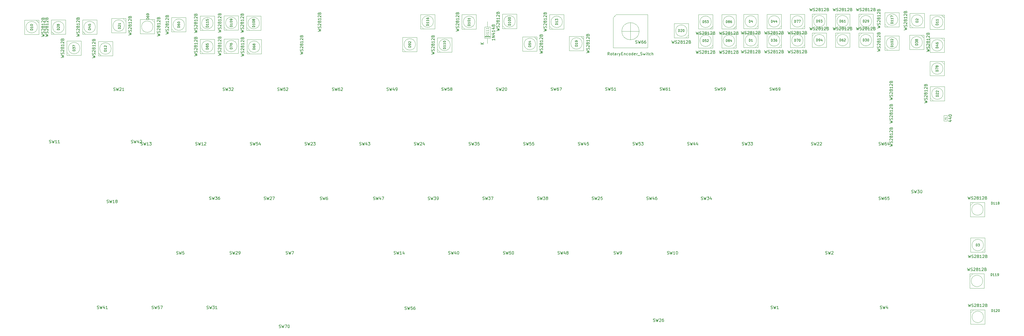
<source format=gbr>
%TF.GenerationSoftware,KiCad,Pcbnew,9.0.2*%
%TF.CreationDate,2025-06-27T23:50:22-07:00*%
%TF.ProjectId,Proj3,50726f6a-332e-46b6-9963-61645f706362,rev?*%
%TF.SameCoordinates,Original*%
%TF.FileFunction,AssemblyDrawing,Top*%
%FSLAX46Y46*%
G04 Gerber Fmt 4.6, Leading zero omitted, Abs format (unit mm)*
G04 Created by KiCad (PCBNEW 9.0.2) date 2025-06-27 23:50:22*
%MOMM*%
%LPD*%
G01*
G04 APERTURE LIST*
%ADD10C,0.150000*%
%ADD11C,0.120000*%
%ADD12C,0.080000*%
%ADD13C,0.100000*%
G04 APERTURE END LIST*
D10*
X255884819Y-210574857D02*
X255884819Y-211146285D01*
X255884819Y-210860571D02*
X254884819Y-210860571D01*
X254884819Y-210860571D02*
X255027676Y-210955809D01*
X255027676Y-210955809D02*
X255122914Y-211051047D01*
X255122914Y-211051047D02*
X255170533Y-211146285D01*
X255884819Y-210146285D02*
X254884819Y-210146285D01*
X254884819Y-210146285D02*
X255884819Y-209574857D01*
X255884819Y-209574857D02*
X254884819Y-209574857D01*
X255218152Y-208670095D02*
X255884819Y-208670095D01*
X254837200Y-208908190D02*
X255551485Y-209146285D01*
X255551485Y-209146285D02*
X255551485Y-208527238D01*
X255884819Y-207622476D02*
X255884819Y-208193904D01*
X255884819Y-207908190D02*
X254884819Y-207908190D01*
X254884819Y-207908190D02*
X255027676Y-208003428D01*
X255027676Y-208003428D02*
X255122914Y-208098666D01*
X255122914Y-208098666D02*
X255170533Y-208193904D01*
X255218152Y-206765333D02*
X255884819Y-206765333D01*
X254837200Y-207003428D02*
X255551485Y-207241523D01*
X255551485Y-207241523D02*
X255551485Y-206622476D01*
X255313390Y-206098666D02*
X255265771Y-206193904D01*
X255265771Y-206193904D02*
X255218152Y-206241523D01*
X255218152Y-206241523D02*
X255122914Y-206289142D01*
X255122914Y-206289142D02*
X255075295Y-206289142D01*
X255075295Y-206289142D02*
X254980057Y-206241523D01*
X254980057Y-206241523D02*
X254932438Y-206193904D01*
X254932438Y-206193904D02*
X254884819Y-206098666D01*
X254884819Y-206098666D02*
X254884819Y-205908190D01*
X254884819Y-205908190D02*
X254932438Y-205812952D01*
X254932438Y-205812952D02*
X254980057Y-205765333D01*
X254980057Y-205765333D02*
X255075295Y-205717714D01*
X255075295Y-205717714D02*
X255122914Y-205717714D01*
X255122914Y-205717714D02*
X255218152Y-205765333D01*
X255218152Y-205765333D02*
X255265771Y-205812952D01*
X255265771Y-205812952D02*
X255313390Y-205908190D01*
X255313390Y-205908190D02*
X255313390Y-206098666D01*
X255313390Y-206098666D02*
X255361009Y-206193904D01*
X255361009Y-206193904D02*
X255408628Y-206241523D01*
X255408628Y-206241523D02*
X255503866Y-206289142D01*
X255503866Y-206289142D02*
X255694342Y-206289142D01*
X255694342Y-206289142D02*
X255789580Y-206241523D01*
X255789580Y-206241523D02*
X255837200Y-206193904D01*
X255837200Y-206193904D02*
X255884819Y-206098666D01*
X255884819Y-206098666D02*
X255884819Y-205908190D01*
X255884819Y-205908190D02*
X255837200Y-205812952D01*
X255837200Y-205812952D02*
X255789580Y-205765333D01*
X255789580Y-205765333D02*
X255694342Y-205717714D01*
X255694342Y-205717714D02*
X255503866Y-205717714D01*
X255503866Y-205717714D02*
X255408628Y-205765333D01*
X255408628Y-205765333D02*
X255361009Y-205812952D01*
X255361009Y-205812952D02*
X255313390Y-205908190D01*
D11*
X253673855Y-209484380D02*
X252873855Y-209484380D01*
X252873855Y-209484380D02*
X252873855Y-209293904D01*
X252873855Y-209293904D02*
X252911950Y-209179618D01*
X252911950Y-209179618D02*
X252988140Y-209103428D01*
X252988140Y-209103428D02*
X253064331Y-209065333D01*
X253064331Y-209065333D02*
X253216712Y-209027237D01*
X253216712Y-209027237D02*
X253330998Y-209027237D01*
X253330998Y-209027237D02*
X253483379Y-209065333D01*
X253483379Y-209065333D02*
X253559569Y-209103428D01*
X253559569Y-209103428D02*
X253635760Y-209179618D01*
X253635760Y-209179618D02*
X253673855Y-209293904D01*
X253673855Y-209293904D02*
X253673855Y-209484380D01*
X253673855Y-208265333D02*
X253673855Y-208722476D01*
X253673855Y-208493904D02*
X252873855Y-208493904D01*
X252873855Y-208493904D02*
X252988140Y-208570095D01*
X252988140Y-208570095D02*
X253064331Y-208646285D01*
X253064331Y-208646285D02*
X253102426Y-208722476D01*
X253673855Y-207503428D02*
X253673855Y-207960571D01*
X253673855Y-207731999D02*
X252873855Y-207731999D01*
X252873855Y-207731999D02*
X252988140Y-207808190D01*
X252988140Y-207808190D02*
X253064331Y-207884380D01*
X253064331Y-207884380D02*
X253102426Y-207960571D01*
X253673855Y-206741523D02*
X253673855Y-207198666D01*
X253673855Y-206970094D02*
X252873855Y-206970094D01*
X252873855Y-206970094D02*
X252988140Y-207046285D01*
X252988140Y-207046285D02*
X253064331Y-207122475D01*
X253064331Y-207122475D02*
X253102426Y-207198666D01*
D10*
X251964819Y-212503904D02*
X250964819Y-212503904D01*
X251964819Y-211932476D02*
X251393390Y-212361047D01*
X250964819Y-211932476D02*
X251536247Y-212503904D01*
X342090476Y-247705200D02*
X342233333Y-247752819D01*
X342233333Y-247752819D02*
X342471428Y-247752819D01*
X342471428Y-247752819D02*
X342566666Y-247705200D01*
X342566666Y-247705200D02*
X342614285Y-247657580D01*
X342614285Y-247657580D02*
X342661904Y-247562342D01*
X342661904Y-247562342D02*
X342661904Y-247467104D01*
X342661904Y-247467104D02*
X342614285Y-247371866D01*
X342614285Y-247371866D02*
X342566666Y-247324247D01*
X342566666Y-247324247D02*
X342471428Y-247276628D01*
X342471428Y-247276628D02*
X342280952Y-247229009D01*
X342280952Y-247229009D02*
X342185714Y-247181390D01*
X342185714Y-247181390D02*
X342138095Y-247133771D01*
X342138095Y-247133771D02*
X342090476Y-247038533D01*
X342090476Y-247038533D02*
X342090476Y-246943295D01*
X342090476Y-246943295D02*
X342138095Y-246848057D01*
X342138095Y-246848057D02*
X342185714Y-246800438D01*
X342185714Y-246800438D02*
X342280952Y-246752819D01*
X342280952Y-246752819D02*
X342519047Y-246752819D01*
X342519047Y-246752819D02*
X342661904Y-246800438D01*
X342995238Y-246752819D02*
X343233333Y-247752819D01*
X343233333Y-247752819D02*
X343423809Y-247038533D01*
X343423809Y-247038533D02*
X343614285Y-247752819D01*
X343614285Y-247752819D02*
X343852381Y-246752819D01*
X344138095Y-246752819D02*
X344757142Y-246752819D01*
X344757142Y-246752819D02*
X344423809Y-247133771D01*
X344423809Y-247133771D02*
X344566666Y-247133771D01*
X344566666Y-247133771D02*
X344661904Y-247181390D01*
X344661904Y-247181390D02*
X344709523Y-247229009D01*
X344709523Y-247229009D02*
X344757142Y-247324247D01*
X344757142Y-247324247D02*
X344757142Y-247562342D01*
X344757142Y-247562342D02*
X344709523Y-247657580D01*
X344709523Y-247657580D02*
X344661904Y-247705200D01*
X344661904Y-247705200D02*
X344566666Y-247752819D01*
X344566666Y-247752819D02*
X344280952Y-247752819D01*
X344280952Y-247752819D02*
X344185714Y-247705200D01*
X344185714Y-247705200D02*
X344138095Y-247657580D01*
X345090476Y-246752819D02*
X345709523Y-246752819D01*
X345709523Y-246752819D02*
X345376190Y-247133771D01*
X345376190Y-247133771D02*
X345519047Y-247133771D01*
X345519047Y-247133771D02*
X345614285Y-247181390D01*
X345614285Y-247181390D02*
X345661904Y-247229009D01*
X345661904Y-247229009D02*
X345709523Y-247324247D01*
X345709523Y-247324247D02*
X345709523Y-247562342D01*
X345709523Y-247562342D02*
X345661904Y-247657580D01*
X345661904Y-247657580D02*
X345614285Y-247705200D01*
X345614285Y-247705200D02*
X345519047Y-247752819D01*
X345519047Y-247752819D02*
X345233333Y-247752819D01*
X345233333Y-247752819D02*
X345138095Y-247705200D01*
X345138095Y-247705200D02*
X345090476Y-247657580D01*
X284940476Y-247713200D02*
X285083333Y-247760819D01*
X285083333Y-247760819D02*
X285321428Y-247760819D01*
X285321428Y-247760819D02*
X285416666Y-247713200D01*
X285416666Y-247713200D02*
X285464285Y-247665580D01*
X285464285Y-247665580D02*
X285511904Y-247570342D01*
X285511904Y-247570342D02*
X285511904Y-247475104D01*
X285511904Y-247475104D02*
X285464285Y-247379866D01*
X285464285Y-247379866D02*
X285416666Y-247332247D01*
X285416666Y-247332247D02*
X285321428Y-247284628D01*
X285321428Y-247284628D02*
X285130952Y-247237009D01*
X285130952Y-247237009D02*
X285035714Y-247189390D01*
X285035714Y-247189390D02*
X284988095Y-247141771D01*
X284988095Y-247141771D02*
X284940476Y-247046533D01*
X284940476Y-247046533D02*
X284940476Y-246951295D01*
X284940476Y-246951295D02*
X284988095Y-246856057D01*
X284988095Y-246856057D02*
X285035714Y-246808438D01*
X285035714Y-246808438D02*
X285130952Y-246760819D01*
X285130952Y-246760819D02*
X285369047Y-246760819D01*
X285369047Y-246760819D02*
X285511904Y-246808438D01*
X285845238Y-246760819D02*
X286083333Y-247760819D01*
X286083333Y-247760819D02*
X286273809Y-247046533D01*
X286273809Y-247046533D02*
X286464285Y-247760819D01*
X286464285Y-247760819D02*
X286702381Y-246760819D01*
X287511904Y-247094152D02*
X287511904Y-247760819D01*
X287273809Y-246713200D02*
X287035714Y-247427485D01*
X287035714Y-247427485D02*
X287654761Y-247427485D01*
X288511904Y-246760819D02*
X288035714Y-246760819D01*
X288035714Y-246760819D02*
X287988095Y-247237009D01*
X287988095Y-247237009D02*
X288035714Y-247189390D01*
X288035714Y-247189390D02*
X288130952Y-247141771D01*
X288130952Y-247141771D02*
X288369047Y-247141771D01*
X288369047Y-247141771D02*
X288464285Y-247189390D01*
X288464285Y-247189390D02*
X288511904Y-247237009D01*
X288511904Y-247237009D02*
X288559523Y-247332247D01*
X288559523Y-247332247D02*
X288559523Y-247570342D01*
X288559523Y-247570342D02*
X288511904Y-247665580D01*
X288511904Y-247665580D02*
X288464285Y-247713200D01*
X288464285Y-247713200D02*
X288369047Y-247760819D01*
X288369047Y-247760819D02*
X288130952Y-247760819D01*
X288130952Y-247760819D02*
X288035714Y-247713200D01*
X288035714Y-247713200D02*
X287988095Y-247665580D01*
X297386667Y-285825200D02*
X297529524Y-285872819D01*
X297529524Y-285872819D02*
X297767619Y-285872819D01*
X297767619Y-285872819D02*
X297862857Y-285825200D01*
X297862857Y-285825200D02*
X297910476Y-285777580D01*
X297910476Y-285777580D02*
X297958095Y-285682342D01*
X297958095Y-285682342D02*
X297958095Y-285587104D01*
X297958095Y-285587104D02*
X297910476Y-285491866D01*
X297910476Y-285491866D02*
X297862857Y-285444247D01*
X297862857Y-285444247D02*
X297767619Y-285396628D01*
X297767619Y-285396628D02*
X297577143Y-285349009D01*
X297577143Y-285349009D02*
X297481905Y-285301390D01*
X297481905Y-285301390D02*
X297434286Y-285253771D01*
X297434286Y-285253771D02*
X297386667Y-285158533D01*
X297386667Y-285158533D02*
X297386667Y-285063295D01*
X297386667Y-285063295D02*
X297434286Y-284968057D01*
X297434286Y-284968057D02*
X297481905Y-284920438D01*
X297481905Y-284920438D02*
X297577143Y-284872819D01*
X297577143Y-284872819D02*
X297815238Y-284872819D01*
X297815238Y-284872819D02*
X297958095Y-284920438D01*
X298291429Y-284872819D02*
X298529524Y-285872819D01*
X298529524Y-285872819D02*
X298720000Y-285158533D01*
X298720000Y-285158533D02*
X298910476Y-285872819D01*
X298910476Y-285872819D02*
X299148572Y-284872819D01*
X299577143Y-285872819D02*
X299767619Y-285872819D01*
X299767619Y-285872819D02*
X299862857Y-285825200D01*
X299862857Y-285825200D02*
X299910476Y-285777580D01*
X299910476Y-285777580D02*
X300005714Y-285634723D01*
X300005714Y-285634723D02*
X300053333Y-285444247D01*
X300053333Y-285444247D02*
X300053333Y-285063295D01*
X300053333Y-285063295D02*
X300005714Y-284968057D01*
X300005714Y-284968057D02*
X299958095Y-284920438D01*
X299958095Y-284920438D02*
X299862857Y-284872819D01*
X299862857Y-284872819D02*
X299672381Y-284872819D01*
X299672381Y-284872819D02*
X299577143Y-284920438D01*
X299577143Y-284920438D02*
X299529524Y-284968057D01*
X299529524Y-284968057D02*
X299481905Y-285063295D01*
X299481905Y-285063295D02*
X299481905Y-285301390D01*
X299481905Y-285301390D02*
X299529524Y-285396628D01*
X299529524Y-285396628D02*
X299577143Y-285444247D01*
X299577143Y-285444247D02*
X299672381Y-285491866D01*
X299672381Y-285491866D02*
X299862857Y-285491866D01*
X299862857Y-285491866D02*
X299958095Y-285444247D01*
X299958095Y-285444247D02*
X300005714Y-285396628D01*
X300005714Y-285396628D02*
X300053333Y-285301390D01*
X270710476Y-266755200D02*
X270853333Y-266802819D01*
X270853333Y-266802819D02*
X271091428Y-266802819D01*
X271091428Y-266802819D02*
X271186666Y-266755200D01*
X271186666Y-266755200D02*
X271234285Y-266707580D01*
X271234285Y-266707580D02*
X271281904Y-266612342D01*
X271281904Y-266612342D02*
X271281904Y-266517104D01*
X271281904Y-266517104D02*
X271234285Y-266421866D01*
X271234285Y-266421866D02*
X271186666Y-266374247D01*
X271186666Y-266374247D02*
X271091428Y-266326628D01*
X271091428Y-266326628D02*
X270900952Y-266279009D01*
X270900952Y-266279009D02*
X270805714Y-266231390D01*
X270805714Y-266231390D02*
X270758095Y-266183771D01*
X270758095Y-266183771D02*
X270710476Y-266088533D01*
X270710476Y-266088533D02*
X270710476Y-265993295D01*
X270710476Y-265993295D02*
X270758095Y-265898057D01*
X270758095Y-265898057D02*
X270805714Y-265850438D01*
X270805714Y-265850438D02*
X270900952Y-265802819D01*
X270900952Y-265802819D02*
X271139047Y-265802819D01*
X271139047Y-265802819D02*
X271281904Y-265850438D01*
X271615238Y-265802819D02*
X271853333Y-266802819D01*
X271853333Y-266802819D02*
X272043809Y-266088533D01*
X272043809Y-266088533D02*
X272234285Y-266802819D01*
X272234285Y-266802819D02*
X272472381Y-265802819D01*
X272758095Y-265802819D02*
X273377142Y-265802819D01*
X273377142Y-265802819D02*
X273043809Y-266183771D01*
X273043809Y-266183771D02*
X273186666Y-266183771D01*
X273186666Y-266183771D02*
X273281904Y-266231390D01*
X273281904Y-266231390D02*
X273329523Y-266279009D01*
X273329523Y-266279009D02*
X273377142Y-266374247D01*
X273377142Y-266374247D02*
X273377142Y-266612342D01*
X273377142Y-266612342D02*
X273329523Y-266707580D01*
X273329523Y-266707580D02*
X273281904Y-266755200D01*
X273281904Y-266755200D02*
X273186666Y-266802819D01*
X273186666Y-266802819D02*
X272900952Y-266802819D01*
X272900952Y-266802819D02*
X272805714Y-266755200D01*
X272805714Y-266755200D02*
X272758095Y-266707580D01*
X273948571Y-266231390D02*
X273853333Y-266183771D01*
X273853333Y-266183771D02*
X273805714Y-266136152D01*
X273805714Y-266136152D02*
X273758095Y-266040914D01*
X273758095Y-266040914D02*
X273758095Y-265993295D01*
X273758095Y-265993295D02*
X273805714Y-265898057D01*
X273805714Y-265898057D02*
X273853333Y-265850438D01*
X273853333Y-265850438D02*
X273948571Y-265802819D01*
X273948571Y-265802819D02*
X274139047Y-265802819D01*
X274139047Y-265802819D02*
X274234285Y-265850438D01*
X274234285Y-265850438D02*
X274281904Y-265898057D01*
X274281904Y-265898057D02*
X274329523Y-265993295D01*
X274329523Y-265993295D02*
X274329523Y-266040914D01*
X274329523Y-266040914D02*
X274281904Y-266136152D01*
X274281904Y-266136152D02*
X274234285Y-266183771D01*
X274234285Y-266183771D02*
X274139047Y-266231390D01*
X274139047Y-266231390D02*
X273948571Y-266231390D01*
X273948571Y-266231390D02*
X273853333Y-266279009D01*
X273853333Y-266279009D02*
X273805714Y-266326628D01*
X273805714Y-266326628D02*
X273758095Y-266421866D01*
X273758095Y-266421866D02*
X273758095Y-266612342D01*
X273758095Y-266612342D02*
X273805714Y-266707580D01*
X273805714Y-266707580D02*
X273853333Y-266755200D01*
X273853333Y-266755200D02*
X273948571Y-266802819D01*
X273948571Y-266802819D02*
X274139047Y-266802819D01*
X274139047Y-266802819D02*
X274234285Y-266755200D01*
X274234285Y-266755200D02*
X274281904Y-266707580D01*
X274281904Y-266707580D02*
X274329523Y-266612342D01*
X274329523Y-266612342D02*
X274329523Y-266421866D01*
X274329523Y-266421866D02*
X274281904Y-266326628D01*
X274281904Y-266326628D02*
X274234285Y-266279009D01*
X274234285Y-266279009D02*
X274139047Y-266231390D01*
X420600476Y-290646819D02*
X420838571Y-291646819D01*
X420838571Y-291646819D02*
X421029047Y-290932533D01*
X421029047Y-290932533D02*
X421219523Y-291646819D01*
X421219523Y-291646819D02*
X421457619Y-290646819D01*
X421790952Y-291599200D02*
X421933809Y-291646819D01*
X421933809Y-291646819D02*
X422171904Y-291646819D01*
X422171904Y-291646819D02*
X422267142Y-291599200D01*
X422267142Y-291599200D02*
X422314761Y-291551580D01*
X422314761Y-291551580D02*
X422362380Y-291456342D01*
X422362380Y-291456342D02*
X422362380Y-291361104D01*
X422362380Y-291361104D02*
X422314761Y-291265866D01*
X422314761Y-291265866D02*
X422267142Y-291218247D01*
X422267142Y-291218247D02*
X422171904Y-291170628D01*
X422171904Y-291170628D02*
X421981428Y-291123009D01*
X421981428Y-291123009D02*
X421886190Y-291075390D01*
X421886190Y-291075390D02*
X421838571Y-291027771D01*
X421838571Y-291027771D02*
X421790952Y-290932533D01*
X421790952Y-290932533D02*
X421790952Y-290837295D01*
X421790952Y-290837295D02*
X421838571Y-290742057D01*
X421838571Y-290742057D02*
X421886190Y-290694438D01*
X421886190Y-290694438D02*
X421981428Y-290646819D01*
X421981428Y-290646819D02*
X422219523Y-290646819D01*
X422219523Y-290646819D02*
X422362380Y-290694438D01*
X422743333Y-290742057D02*
X422790952Y-290694438D01*
X422790952Y-290694438D02*
X422886190Y-290646819D01*
X422886190Y-290646819D02*
X423124285Y-290646819D01*
X423124285Y-290646819D02*
X423219523Y-290694438D01*
X423219523Y-290694438D02*
X423267142Y-290742057D01*
X423267142Y-290742057D02*
X423314761Y-290837295D01*
X423314761Y-290837295D02*
X423314761Y-290932533D01*
X423314761Y-290932533D02*
X423267142Y-291075390D01*
X423267142Y-291075390D02*
X422695714Y-291646819D01*
X422695714Y-291646819D02*
X423314761Y-291646819D01*
X423886190Y-291075390D02*
X423790952Y-291027771D01*
X423790952Y-291027771D02*
X423743333Y-290980152D01*
X423743333Y-290980152D02*
X423695714Y-290884914D01*
X423695714Y-290884914D02*
X423695714Y-290837295D01*
X423695714Y-290837295D02*
X423743333Y-290742057D01*
X423743333Y-290742057D02*
X423790952Y-290694438D01*
X423790952Y-290694438D02*
X423886190Y-290646819D01*
X423886190Y-290646819D02*
X424076666Y-290646819D01*
X424076666Y-290646819D02*
X424171904Y-290694438D01*
X424171904Y-290694438D02*
X424219523Y-290742057D01*
X424219523Y-290742057D02*
X424267142Y-290837295D01*
X424267142Y-290837295D02*
X424267142Y-290884914D01*
X424267142Y-290884914D02*
X424219523Y-290980152D01*
X424219523Y-290980152D02*
X424171904Y-291027771D01*
X424171904Y-291027771D02*
X424076666Y-291075390D01*
X424076666Y-291075390D02*
X423886190Y-291075390D01*
X423886190Y-291075390D02*
X423790952Y-291123009D01*
X423790952Y-291123009D02*
X423743333Y-291170628D01*
X423743333Y-291170628D02*
X423695714Y-291265866D01*
X423695714Y-291265866D02*
X423695714Y-291456342D01*
X423695714Y-291456342D02*
X423743333Y-291551580D01*
X423743333Y-291551580D02*
X423790952Y-291599200D01*
X423790952Y-291599200D02*
X423886190Y-291646819D01*
X423886190Y-291646819D02*
X424076666Y-291646819D01*
X424076666Y-291646819D02*
X424171904Y-291599200D01*
X424171904Y-291599200D02*
X424219523Y-291551580D01*
X424219523Y-291551580D02*
X424267142Y-291456342D01*
X424267142Y-291456342D02*
X424267142Y-291265866D01*
X424267142Y-291265866D02*
X424219523Y-291170628D01*
X424219523Y-291170628D02*
X424171904Y-291123009D01*
X424171904Y-291123009D02*
X424076666Y-291075390D01*
X425219523Y-291646819D02*
X424648095Y-291646819D01*
X424933809Y-291646819D02*
X424933809Y-290646819D01*
X424933809Y-290646819D02*
X424838571Y-290789676D01*
X424838571Y-290789676D02*
X424743333Y-290884914D01*
X424743333Y-290884914D02*
X424648095Y-290932533D01*
X425600476Y-290742057D02*
X425648095Y-290694438D01*
X425648095Y-290694438D02*
X425743333Y-290646819D01*
X425743333Y-290646819D02*
X425981428Y-290646819D01*
X425981428Y-290646819D02*
X426076666Y-290694438D01*
X426076666Y-290694438D02*
X426124285Y-290742057D01*
X426124285Y-290742057D02*
X426171904Y-290837295D01*
X426171904Y-290837295D02*
X426171904Y-290932533D01*
X426171904Y-290932533D02*
X426124285Y-291075390D01*
X426124285Y-291075390D02*
X425552857Y-291646819D01*
X425552857Y-291646819D02*
X426171904Y-291646819D01*
X426933809Y-291123009D02*
X427076666Y-291170628D01*
X427076666Y-291170628D02*
X427124285Y-291218247D01*
X427124285Y-291218247D02*
X427171904Y-291313485D01*
X427171904Y-291313485D02*
X427171904Y-291456342D01*
X427171904Y-291456342D02*
X427124285Y-291551580D01*
X427124285Y-291551580D02*
X427076666Y-291599200D01*
X427076666Y-291599200D02*
X426981428Y-291646819D01*
X426981428Y-291646819D02*
X426600476Y-291646819D01*
X426600476Y-291646819D02*
X426600476Y-290646819D01*
X426600476Y-290646819D02*
X426933809Y-290646819D01*
X426933809Y-290646819D02*
X427029047Y-290694438D01*
X427029047Y-290694438D02*
X427076666Y-290742057D01*
X427076666Y-290742057D02*
X427124285Y-290837295D01*
X427124285Y-290837295D02*
X427124285Y-290932533D01*
X427124285Y-290932533D02*
X427076666Y-291027771D01*
X427076666Y-291027771D02*
X427029047Y-291075390D01*
X427029047Y-291075390D02*
X426933809Y-291123009D01*
X426933809Y-291123009D02*
X426600476Y-291123009D01*
X428752619Y-293379295D02*
X428752619Y-292579295D01*
X428752619Y-292579295D02*
X428943095Y-292579295D01*
X428943095Y-292579295D02*
X429057381Y-292617390D01*
X429057381Y-292617390D02*
X429133571Y-292693580D01*
X429133571Y-292693580D02*
X429171666Y-292769771D01*
X429171666Y-292769771D02*
X429209762Y-292922152D01*
X429209762Y-292922152D02*
X429209762Y-293036438D01*
X429209762Y-293036438D02*
X429171666Y-293188819D01*
X429171666Y-293188819D02*
X429133571Y-293265009D01*
X429133571Y-293265009D02*
X429057381Y-293341200D01*
X429057381Y-293341200D02*
X428943095Y-293379295D01*
X428943095Y-293379295D02*
X428752619Y-293379295D01*
X429971666Y-293379295D02*
X429514523Y-293379295D01*
X429743095Y-293379295D02*
X429743095Y-292579295D01*
X429743095Y-292579295D02*
X429666904Y-292693580D01*
X429666904Y-292693580D02*
X429590714Y-292769771D01*
X429590714Y-292769771D02*
X429514523Y-292807866D01*
X430733571Y-293379295D02*
X430276428Y-293379295D01*
X430505000Y-293379295D02*
X430505000Y-292579295D01*
X430505000Y-292579295D02*
X430428809Y-292693580D01*
X430428809Y-292693580D02*
X430352619Y-292769771D01*
X430352619Y-292769771D02*
X430276428Y-292807866D01*
X431114524Y-293379295D02*
X431266905Y-293379295D01*
X431266905Y-293379295D02*
X431343095Y-293341200D01*
X431343095Y-293341200D02*
X431381191Y-293303104D01*
X431381191Y-293303104D02*
X431457381Y-293188819D01*
X431457381Y-293188819D02*
X431495476Y-293036438D01*
X431495476Y-293036438D02*
X431495476Y-292731676D01*
X431495476Y-292731676D02*
X431457381Y-292655485D01*
X431457381Y-292655485D02*
X431419286Y-292617390D01*
X431419286Y-292617390D02*
X431343095Y-292579295D01*
X431343095Y-292579295D02*
X431190714Y-292579295D01*
X431190714Y-292579295D02*
X431114524Y-292617390D01*
X431114524Y-292617390D02*
X431076429Y-292655485D01*
X431076429Y-292655485D02*
X431038333Y-292731676D01*
X431038333Y-292731676D02*
X431038333Y-292922152D01*
X431038333Y-292922152D02*
X431076429Y-292998342D01*
X431076429Y-292998342D02*
X431114524Y-293036438D01*
X431114524Y-293036438D02*
X431190714Y-293074533D01*
X431190714Y-293074533D02*
X431343095Y-293074533D01*
X431343095Y-293074533D02*
X431419286Y-293036438D01*
X431419286Y-293036438D02*
X431457381Y-292998342D01*
X431457381Y-292998342D02*
X431495476Y-292922152D01*
X180680476Y-311492900D02*
X180823333Y-311540519D01*
X180823333Y-311540519D02*
X181061428Y-311540519D01*
X181061428Y-311540519D02*
X181156666Y-311492900D01*
X181156666Y-311492900D02*
X181204285Y-311445280D01*
X181204285Y-311445280D02*
X181251904Y-311350042D01*
X181251904Y-311350042D02*
X181251904Y-311254804D01*
X181251904Y-311254804D02*
X181204285Y-311159566D01*
X181204285Y-311159566D02*
X181156666Y-311111947D01*
X181156666Y-311111947D02*
X181061428Y-311064328D01*
X181061428Y-311064328D02*
X180870952Y-311016709D01*
X180870952Y-311016709D02*
X180775714Y-310969090D01*
X180775714Y-310969090D02*
X180728095Y-310921471D01*
X180728095Y-310921471D02*
X180680476Y-310826233D01*
X180680476Y-310826233D02*
X180680476Y-310730995D01*
X180680476Y-310730995D02*
X180728095Y-310635757D01*
X180728095Y-310635757D02*
X180775714Y-310588138D01*
X180775714Y-310588138D02*
X180870952Y-310540519D01*
X180870952Y-310540519D02*
X181109047Y-310540519D01*
X181109047Y-310540519D02*
X181251904Y-310588138D01*
X181585238Y-310540519D02*
X181823333Y-311540519D01*
X181823333Y-311540519D02*
X182013809Y-310826233D01*
X182013809Y-310826233D02*
X182204285Y-311540519D01*
X182204285Y-311540519D02*
X182442381Y-310540519D01*
X182728095Y-310540519D02*
X183394761Y-310540519D01*
X183394761Y-310540519D02*
X182966190Y-311540519D01*
X183966190Y-310540519D02*
X184061428Y-310540519D01*
X184061428Y-310540519D02*
X184156666Y-310588138D01*
X184156666Y-310588138D02*
X184204285Y-310635757D01*
X184204285Y-310635757D02*
X184251904Y-310730995D01*
X184251904Y-310730995D02*
X184299523Y-310921471D01*
X184299523Y-310921471D02*
X184299523Y-311159566D01*
X184299523Y-311159566D02*
X184251904Y-311350042D01*
X184251904Y-311350042D02*
X184204285Y-311445280D01*
X184204285Y-311445280D02*
X184156666Y-311492900D01*
X184156666Y-311492900D02*
X184061428Y-311540519D01*
X184061428Y-311540519D02*
X183966190Y-311540519D01*
X183966190Y-311540519D02*
X183870952Y-311492900D01*
X183870952Y-311492900D02*
X183823333Y-311445280D01*
X183823333Y-311445280D02*
X183775714Y-311350042D01*
X183775714Y-311350042D02*
X183728095Y-311159566D01*
X183728095Y-311159566D02*
X183728095Y-310921471D01*
X183728095Y-310921471D02*
X183775714Y-310730995D01*
X183775714Y-310730995D02*
X183823333Y-310635757D01*
X183823333Y-310635757D02*
X183870952Y-310588138D01*
X183870952Y-310588138D02*
X183966190Y-310540519D01*
X401140476Y-264425200D02*
X401283333Y-264472819D01*
X401283333Y-264472819D02*
X401521428Y-264472819D01*
X401521428Y-264472819D02*
X401616666Y-264425200D01*
X401616666Y-264425200D02*
X401664285Y-264377580D01*
X401664285Y-264377580D02*
X401711904Y-264282342D01*
X401711904Y-264282342D02*
X401711904Y-264187104D01*
X401711904Y-264187104D02*
X401664285Y-264091866D01*
X401664285Y-264091866D02*
X401616666Y-264044247D01*
X401616666Y-264044247D02*
X401521428Y-263996628D01*
X401521428Y-263996628D02*
X401330952Y-263949009D01*
X401330952Y-263949009D02*
X401235714Y-263901390D01*
X401235714Y-263901390D02*
X401188095Y-263853771D01*
X401188095Y-263853771D02*
X401140476Y-263758533D01*
X401140476Y-263758533D02*
X401140476Y-263663295D01*
X401140476Y-263663295D02*
X401188095Y-263568057D01*
X401188095Y-263568057D02*
X401235714Y-263520438D01*
X401235714Y-263520438D02*
X401330952Y-263472819D01*
X401330952Y-263472819D02*
X401569047Y-263472819D01*
X401569047Y-263472819D02*
X401711904Y-263520438D01*
X402045238Y-263472819D02*
X402283333Y-264472819D01*
X402283333Y-264472819D02*
X402473809Y-263758533D01*
X402473809Y-263758533D02*
X402664285Y-264472819D01*
X402664285Y-264472819D02*
X402902381Y-263472819D01*
X403188095Y-263472819D02*
X403807142Y-263472819D01*
X403807142Y-263472819D02*
X403473809Y-263853771D01*
X403473809Y-263853771D02*
X403616666Y-263853771D01*
X403616666Y-263853771D02*
X403711904Y-263901390D01*
X403711904Y-263901390D02*
X403759523Y-263949009D01*
X403759523Y-263949009D02*
X403807142Y-264044247D01*
X403807142Y-264044247D02*
X403807142Y-264282342D01*
X403807142Y-264282342D02*
X403759523Y-264377580D01*
X403759523Y-264377580D02*
X403711904Y-264425200D01*
X403711904Y-264425200D02*
X403616666Y-264472819D01*
X403616666Y-264472819D02*
X403330952Y-264472819D01*
X403330952Y-264472819D02*
X403235714Y-264425200D01*
X403235714Y-264425200D02*
X403188095Y-264377580D01*
X404426190Y-263472819D02*
X404521428Y-263472819D01*
X404521428Y-263472819D02*
X404616666Y-263520438D01*
X404616666Y-263520438D02*
X404664285Y-263568057D01*
X404664285Y-263568057D02*
X404711904Y-263663295D01*
X404711904Y-263663295D02*
X404759523Y-263853771D01*
X404759523Y-263853771D02*
X404759523Y-264091866D01*
X404759523Y-264091866D02*
X404711904Y-264282342D01*
X404711904Y-264282342D02*
X404664285Y-264377580D01*
X404664285Y-264377580D02*
X404616666Y-264425200D01*
X404616666Y-264425200D02*
X404521428Y-264472819D01*
X404521428Y-264472819D02*
X404426190Y-264472819D01*
X404426190Y-264472819D02*
X404330952Y-264425200D01*
X404330952Y-264425200D02*
X404283333Y-264377580D01*
X404283333Y-264377580D02*
X404235714Y-264282342D01*
X404235714Y-264282342D02*
X404188095Y-264091866D01*
X404188095Y-264091866D02*
X404188095Y-263853771D01*
X404188095Y-263853771D02*
X404235714Y-263663295D01*
X404235714Y-263663295D02*
X404283333Y-263568057D01*
X404283333Y-263568057D02*
X404330952Y-263520438D01*
X404330952Y-263520438D02*
X404426190Y-263472819D01*
X97934819Y-209861523D02*
X98934819Y-209623428D01*
X98934819Y-209623428D02*
X98220533Y-209432952D01*
X98220533Y-209432952D02*
X98934819Y-209242476D01*
X98934819Y-209242476D02*
X97934819Y-209004381D01*
X98887200Y-208671047D02*
X98934819Y-208528190D01*
X98934819Y-208528190D02*
X98934819Y-208290095D01*
X98934819Y-208290095D02*
X98887200Y-208194857D01*
X98887200Y-208194857D02*
X98839580Y-208147238D01*
X98839580Y-208147238D02*
X98744342Y-208099619D01*
X98744342Y-208099619D02*
X98649104Y-208099619D01*
X98649104Y-208099619D02*
X98553866Y-208147238D01*
X98553866Y-208147238D02*
X98506247Y-208194857D01*
X98506247Y-208194857D02*
X98458628Y-208290095D01*
X98458628Y-208290095D02*
X98411009Y-208480571D01*
X98411009Y-208480571D02*
X98363390Y-208575809D01*
X98363390Y-208575809D02*
X98315771Y-208623428D01*
X98315771Y-208623428D02*
X98220533Y-208671047D01*
X98220533Y-208671047D02*
X98125295Y-208671047D01*
X98125295Y-208671047D02*
X98030057Y-208623428D01*
X98030057Y-208623428D02*
X97982438Y-208575809D01*
X97982438Y-208575809D02*
X97934819Y-208480571D01*
X97934819Y-208480571D02*
X97934819Y-208242476D01*
X97934819Y-208242476D02*
X97982438Y-208099619D01*
X98030057Y-207718666D02*
X97982438Y-207671047D01*
X97982438Y-207671047D02*
X97934819Y-207575809D01*
X97934819Y-207575809D02*
X97934819Y-207337714D01*
X97934819Y-207337714D02*
X97982438Y-207242476D01*
X97982438Y-207242476D02*
X98030057Y-207194857D01*
X98030057Y-207194857D02*
X98125295Y-207147238D01*
X98125295Y-207147238D02*
X98220533Y-207147238D01*
X98220533Y-207147238D02*
X98363390Y-207194857D01*
X98363390Y-207194857D02*
X98934819Y-207766285D01*
X98934819Y-207766285D02*
X98934819Y-207147238D01*
X98363390Y-206575809D02*
X98315771Y-206671047D01*
X98315771Y-206671047D02*
X98268152Y-206718666D01*
X98268152Y-206718666D02*
X98172914Y-206766285D01*
X98172914Y-206766285D02*
X98125295Y-206766285D01*
X98125295Y-206766285D02*
X98030057Y-206718666D01*
X98030057Y-206718666D02*
X97982438Y-206671047D01*
X97982438Y-206671047D02*
X97934819Y-206575809D01*
X97934819Y-206575809D02*
X97934819Y-206385333D01*
X97934819Y-206385333D02*
X97982438Y-206290095D01*
X97982438Y-206290095D02*
X98030057Y-206242476D01*
X98030057Y-206242476D02*
X98125295Y-206194857D01*
X98125295Y-206194857D02*
X98172914Y-206194857D01*
X98172914Y-206194857D02*
X98268152Y-206242476D01*
X98268152Y-206242476D02*
X98315771Y-206290095D01*
X98315771Y-206290095D02*
X98363390Y-206385333D01*
X98363390Y-206385333D02*
X98363390Y-206575809D01*
X98363390Y-206575809D02*
X98411009Y-206671047D01*
X98411009Y-206671047D02*
X98458628Y-206718666D01*
X98458628Y-206718666D02*
X98553866Y-206766285D01*
X98553866Y-206766285D02*
X98744342Y-206766285D01*
X98744342Y-206766285D02*
X98839580Y-206718666D01*
X98839580Y-206718666D02*
X98887200Y-206671047D01*
X98887200Y-206671047D02*
X98934819Y-206575809D01*
X98934819Y-206575809D02*
X98934819Y-206385333D01*
X98934819Y-206385333D02*
X98887200Y-206290095D01*
X98887200Y-206290095D02*
X98839580Y-206242476D01*
X98839580Y-206242476D02*
X98744342Y-206194857D01*
X98744342Y-206194857D02*
X98553866Y-206194857D01*
X98553866Y-206194857D02*
X98458628Y-206242476D01*
X98458628Y-206242476D02*
X98411009Y-206290095D01*
X98411009Y-206290095D02*
X98363390Y-206385333D01*
X98934819Y-205242476D02*
X98934819Y-205813904D01*
X98934819Y-205528190D02*
X97934819Y-205528190D01*
X97934819Y-205528190D02*
X98077676Y-205623428D01*
X98077676Y-205623428D02*
X98172914Y-205718666D01*
X98172914Y-205718666D02*
X98220533Y-205813904D01*
X98030057Y-204861523D02*
X97982438Y-204813904D01*
X97982438Y-204813904D02*
X97934819Y-204718666D01*
X97934819Y-204718666D02*
X97934819Y-204480571D01*
X97934819Y-204480571D02*
X97982438Y-204385333D01*
X97982438Y-204385333D02*
X98030057Y-204337714D01*
X98030057Y-204337714D02*
X98125295Y-204290095D01*
X98125295Y-204290095D02*
X98220533Y-204290095D01*
X98220533Y-204290095D02*
X98363390Y-204337714D01*
X98363390Y-204337714D02*
X98934819Y-204909142D01*
X98934819Y-204909142D02*
X98934819Y-204290095D01*
X98411009Y-203528190D02*
X98458628Y-203385333D01*
X98458628Y-203385333D02*
X98506247Y-203337714D01*
X98506247Y-203337714D02*
X98601485Y-203290095D01*
X98601485Y-203290095D02*
X98744342Y-203290095D01*
X98744342Y-203290095D02*
X98839580Y-203337714D01*
X98839580Y-203337714D02*
X98887200Y-203385333D01*
X98887200Y-203385333D02*
X98934819Y-203480571D01*
X98934819Y-203480571D02*
X98934819Y-203861523D01*
X98934819Y-203861523D02*
X97934819Y-203861523D01*
X97934819Y-203861523D02*
X97934819Y-203528190D01*
X97934819Y-203528190D02*
X97982438Y-203432952D01*
X97982438Y-203432952D02*
X98030057Y-203385333D01*
X98030057Y-203385333D02*
X98125295Y-203337714D01*
X98125295Y-203337714D02*
X98220533Y-203337714D01*
X98220533Y-203337714D02*
X98315771Y-203385333D01*
X98315771Y-203385333D02*
X98363390Y-203432952D01*
X98363390Y-203432952D02*
X98411009Y-203528190D01*
X98411009Y-203528190D02*
X98411009Y-203861523D01*
X94842295Y-207523428D02*
X94042295Y-207523428D01*
X94042295Y-207523428D02*
X94042295Y-207332952D01*
X94042295Y-207332952D02*
X94080390Y-207218666D01*
X94080390Y-207218666D02*
X94156580Y-207142476D01*
X94156580Y-207142476D02*
X94232771Y-207104381D01*
X94232771Y-207104381D02*
X94385152Y-207066285D01*
X94385152Y-207066285D02*
X94499438Y-207066285D01*
X94499438Y-207066285D02*
X94651819Y-207104381D01*
X94651819Y-207104381D02*
X94728009Y-207142476D01*
X94728009Y-207142476D02*
X94804200Y-207218666D01*
X94804200Y-207218666D02*
X94842295Y-207332952D01*
X94842295Y-207332952D02*
X94842295Y-207523428D01*
X94842295Y-206304381D02*
X94842295Y-206761524D01*
X94842295Y-206532952D02*
X94042295Y-206532952D01*
X94042295Y-206532952D02*
X94156580Y-206609143D01*
X94156580Y-206609143D02*
X94232771Y-206685333D01*
X94232771Y-206685333D02*
X94270866Y-206761524D01*
X94042295Y-205809142D02*
X94042295Y-205732952D01*
X94042295Y-205732952D02*
X94080390Y-205656761D01*
X94080390Y-205656761D02*
X94118485Y-205618666D01*
X94118485Y-205618666D02*
X94194676Y-205580571D01*
X94194676Y-205580571D02*
X94347057Y-205542476D01*
X94347057Y-205542476D02*
X94537533Y-205542476D01*
X94537533Y-205542476D02*
X94689914Y-205580571D01*
X94689914Y-205580571D02*
X94766104Y-205618666D01*
X94766104Y-205618666D02*
X94804200Y-205656761D01*
X94804200Y-205656761D02*
X94842295Y-205732952D01*
X94842295Y-205732952D02*
X94842295Y-205809142D01*
X94842295Y-205809142D02*
X94804200Y-205885333D01*
X94804200Y-205885333D02*
X94766104Y-205923428D01*
X94766104Y-205923428D02*
X94689914Y-205961523D01*
X94689914Y-205961523D02*
X94537533Y-205999619D01*
X94537533Y-205999619D02*
X94347057Y-205999619D01*
X94347057Y-205999619D02*
X94194676Y-205961523D01*
X94194676Y-205961523D02*
X94118485Y-205923428D01*
X94118485Y-205923428D02*
X94080390Y-205885333D01*
X94080390Y-205885333D02*
X94042295Y-205809142D01*
X365658176Y-199906819D02*
X365896271Y-200906819D01*
X365896271Y-200906819D02*
X366086747Y-200192533D01*
X366086747Y-200192533D02*
X366277223Y-200906819D01*
X366277223Y-200906819D02*
X366515319Y-199906819D01*
X366848652Y-200859200D02*
X366991509Y-200906819D01*
X366991509Y-200906819D02*
X367229604Y-200906819D01*
X367229604Y-200906819D02*
X367324842Y-200859200D01*
X367324842Y-200859200D02*
X367372461Y-200811580D01*
X367372461Y-200811580D02*
X367420080Y-200716342D01*
X367420080Y-200716342D02*
X367420080Y-200621104D01*
X367420080Y-200621104D02*
X367372461Y-200525866D01*
X367372461Y-200525866D02*
X367324842Y-200478247D01*
X367324842Y-200478247D02*
X367229604Y-200430628D01*
X367229604Y-200430628D02*
X367039128Y-200383009D01*
X367039128Y-200383009D02*
X366943890Y-200335390D01*
X366943890Y-200335390D02*
X366896271Y-200287771D01*
X366896271Y-200287771D02*
X366848652Y-200192533D01*
X366848652Y-200192533D02*
X366848652Y-200097295D01*
X366848652Y-200097295D02*
X366896271Y-200002057D01*
X366896271Y-200002057D02*
X366943890Y-199954438D01*
X366943890Y-199954438D02*
X367039128Y-199906819D01*
X367039128Y-199906819D02*
X367277223Y-199906819D01*
X367277223Y-199906819D02*
X367420080Y-199954438D01*
X367801033Y-200002057D02*
X367848652Y-199954438D01*
X367848652Y-199954438D02*
X367943890Y-199906819D01*
X367943890Y-199906819D02*
X368181985Y-199906819D01*
X368181985Y-199906819D02*
X368277223Y-199954438D01*
X368277223Y-199954438D02*
X368324842Y-200002057D01*
X368324842Y-200002057D02*
X368372461Y-200097295D01*
X368372461Y-200097295D02*
X368372461Y-200192533D01*
X368372461Y-200192533D02*
X368324842Y-200335390D01*
X368324842Y-200335390D02*
X367753414Y-200906819D01*
X367753414Y-200906819D02*
X368372461Y-200906819D01*
X368943890Y-200335390D02*
X368848652Y-200287771D01*
X368848652Y-200287771D02*
X368801033Y-200240152D01*
X368801033Y-200240152D02*
X368753414Y-200144914D01*
X368753414Y-200144914D02*
X368753414Y-200097295D01*
X368753414Y-200097295D02*
X368801033Y-200002057D01*
X368801033Y-200002057D02*
X368848652Y-199954438D01*
X368848652Y-199954438D02*
X368943890Y-199906819D01*
X368943890Y-199906819D02*
X369134366Y-199906819D01*
X369134366Y-199906819D02*
X369229604Y-199954438D01*
X369229604Y-199954438D02*
X369277223Y-200002057D01*
X369277223Y-200002057D02*
X369324842Y-200097295D01*
X369324842Y-200097295D02*
X369324842Y-200144914D01*
X369324842Y-200144914D02*
X369277223Y-200240152D01*
X369277223Y-200240152D02*
X369229604Y-200287771D01*
X369229604Y-200287771D02*
X369134366Y-200335390D01*
X369134366Y-200335390D02*
X368943890Y-200335390D01*
X368943890Y-200335390D02*
X368848652Y-200383009D01*
X368848652Y-200383009D02*
X368801033Y-200430628D01*
X368801033Y-200430628D02*
X368753414Y-200525866D01*
X368753414Y-200525866D02*
X368753414Y-200716342D01*
X368753414Y-200716342D02*
X368801033Y-200811580D01*
X368801033Y-200811580D02*
X368848652Y-200859200D01*
X368848652Y-200859200D02*
X368943890Y-200906819D01*
X368943890Y-200906819D02*
X369134366Y-200906819D01*
X369134366Y-200906819D02*
X369229604Y-200859200D01*
X369229604Y-200859200D02*
X369277223Y-200811580D01*
X369277223Y-200811580D02*
X369324842Y-200716342D01*
X369324842Y-200716342D02*
X369324842Y-200525866D01*
X369324842Y-200525866D02*
X369277223Y-200430628D01*
X369277223Y-200430628D02*
X369229604Y-200383009D01*
X369229604Y-200383009D02*
X369134366Y-200335390D01*
X370277223Y-200906819D02*
X369705795Y-200906819D01*
X369991509Y-200906819D02*
X369991509Y-199906819D01*
X369991509Y-199906819D02*
X369896271Y-200049676D01*
X369896271Y-200049676D02*
X369801033Y-200144914D01*
X369801033Y-200144914D02*
X369705795Y-200192533D01*
X370658176Y-200002057D02*
X370705795Y-199954438D01*
X370705795Y-199954438D02*
X370801033Y-199906819D01*
X370801033Y-199906819D02*
X371039128Y-199906819D01*
X371039128Y-199906819D02*
X371134366Y-199954438D01*
X371134366Y-199954438D02*
X371181985Y-200002057D01*
X371181985Y-200002057D02*
X371229604Y-200097295D01*
X371229604Y-200097295D02*
X371229604Y-200192533D01*
X371229604Y-200192533D02*
X371181985Y-200335390D01*
X371181985Y-200335390D02*
X370610557Y-200906819D01*
X370610557Y-200906819D02*
X371229604Y-200906819D01*
X371991509Y-200383009D02*
X372134366Y-200430628D01*
X372134366Y-200430628D02*
X372181985Y-200478247D01*
X372181985Y-200478247D02*
X372229604Y-200573485D01*
X372229604Y-200573485D02*
X372229604Y-200716342D01*
X372229604Y-200716342D02*
X372181985Y-200811580D01*
X372181985Y-200811580D02*
X372134366Y-200859200D01*
X372134366Y-200859200D02*
X372039128Y-200906819D01*
X372039128Y-200906819D02*
X371658176Y-200906819D01*
X371658176Y-200906819D02*
X371658176Y-199906819D01*
X371658176Y-199906819D02*
X371991509Y-199906819D01*
X371991509Y-199906819D02*
X372086747Y-199954438D01*
X372086747Y-199954438D02*
X372134366Y-200002057D01*
X372134366Y-200002057D02*
X372181985Y-200097295D01*
X372181985Y-200097295D02*
X372181985Y-200192533D01*
X372181985Y-200192533D02*
X372134366Y-200287771D01*
X372134366Y-200287771D02*
X372086747Y-200335390D01*
X372086747Y-200335390D02*
X371991509Y-200383009D01*
X371991509Y-200383009D02*
X371658176Y-200383009D01*
X367996271Y-204814295D02*
X367996271Y-204014295D01*
X367996271Y-204014295D02*
X368186747Y-204014295D01*
X368186747Y-204014295D02*
X368301033Y-204052390D01*
X368301033Y-204052390D02*
X368377223Y-204128580D01*
X368377223Y-204128580D02*
X368415318Y-204204771D01*
X368415318Y-204204771D02*
X368453414Y-204357152D01*
X368453414Y-204357152D02*
X368453414Y-204471438D01*
X368453414Y-204471438D02*
X368415318Y-204623819D01*
X368415318Y-204623819D02*
X368377223Y-204700009D01*
X368377223Y-204700009D02*
X368301033Y-204776200D01*
X368301033Y-204776200D02*
X368186747Y-204814295D01*
X368186747Y-204814295D02*
X367996271Y-204814295D01*
X368834366Y-204814295D02*
X368986747Y-204814295D01*
X368986747Y-204814295D02*
X369062937Y-204776200D01*
X369062937Y-204776200D02*
X369101033Y-204738104D01*
X369101033Y-204738104D02*
X369177223Y-204623819D01*
X369177223Y-204623819D02*
X369215318Y-204471438D01*
X369215318Y-204471438D02*
X369215318Y-204166676D01*
X369215318Y-204166676D02*
X369177223Y-204090485D01*
X369177223Y-204090485D02*
X369139128Y-204052390D01*
X369139128Y-204052390D02*
X369062937Y-204014295D01*
X369062937Y-204014295D02*
X368910556Y-204014295D01*
X368910556Y-204014295D02*
X368834366Y-204052390D01*
X368834366Y-204052390D02*
X368796271Y-204090485D01*
X368796271Y-204090485D02*
X368758175Y-204166676D01*
X368758175Y-204166676D02*
X368758175Y-204357152D01*
X368758175Y-204357152D02*
X368796271Y-204433342D01*
X368796271Y-204433342D02*
X368834366Y-204471438D01*
X368834366Y-204471438D02*
X368910556Y-204509533D01*
X368910556Y-204509533D02*
X369062937Y-204509533D01*
X369062937Y-204509533D02*
X369139128Y-204471438D01*
X369139128Y-204471438D02*
X369177223Y-204433342D01*
X369177223Y-204433342D02*
X369215318Y-204357152D01*
X369481985Y-204014295D02*
X369977223Y-204014295D01*
X369977223Y-204014295D02*
X369710557Y-204319057D01*
X369710557Y-204319057D02*
X369824842Y-204319057D01*
X369824842Y-204319057D02*
X369901033Y-204357152D01*
X369901033Y-204357152D02*
X369939128Y-204395247D01*
X369939128Y-204395247D02*
X369977223Y-204471438D01*
X369977223Y-204471438D02*
X369977223Y-204661914D01*
X369977223Y-204661914D02*
X369939128Y-204738104D01*
X369939128Y-204738104D02*
X369901033Y-204776200D01*
X369901033Y-204776200D02*
X369824842Y-204814295D01*
X369824842Y-204814295D02*
X369596271Y-204814295D01*
X369596271Y-204814295D02*
X369520080Y-204776200D01*
X369520080Y-204776200D02*
X369481985Y-204738104D01*
X199220476Y-228655200D02*
X199363333Y-228702819D01*
X199363333Y-228702819D02*
X199601428Y-228702819D01*
X199601428Y-228702819D02*
X199696666Y-228655200D01*
X199696666Y-228655200D02*
X199744285Y-228607580D01*
X199744285Y-228607580D02*
X199791904Y-228512342D01*
X199791904Y-228512342D02*
X199791904Y-228417104D01*
X199791904Y-228417104D02*
X199744285Y-228321866D01*
X199744285Y-228321866D02*
X199696666Y-228274247D01*
X199696666Y-228274247D02*
X199601428Y-228226628D01*
X199601428Y-228226628D02*
X199410952Y-228179009D01*
X199410952Y-228179009D02*
X199315714Y-228131390D01*
X199315714Y-228131390D02*
X199268095Y-228083771D01*
X199268095Y-228083771D02*
X199220476Y-227988533D01*
X199220476Y-227988533D02*
X199220476Y-227893295D01*
X199220476Y-227893295D02*
X199268095Y-227798057D01*
X199268095Y-227798057D02*
X199315714Y-227750438D01*
X199315714Y-227750438D02*
X199410952Y-227702819D01*
X199410952Y-227702819D02*
X199649047Y-227702819D01*
X199649047Y-227702819D02*
X199791904Y-227750438D01*
X200125238Y-227702819D02*
X200363333Y-228702819D01*
X200363333Y-228702819D02*
X200553809Y-227988533D01*
X200553809Y-227988533D02*
X200744285Y-228702819D01*
X200744285Y-228702819D02*
X200982381Y-227702819D01*
X201791904Y-227702819D02*
X201601428Y-227702819D01*
X201601428Y-227702819D02*
X201506190Y-227750438D01*
X201506190Y-227750438D02*
X201458571Y-227798057D01*
X201458571Y-227798057D02*
X201363333Y-227940914D01*
X201363333Y-227940914D02*
X201315714Y-228131390D01*
X201315714Y-228131390D02*
X201315714Y-228512342D01*
X201315714Y-228512342D02*
X201363333Y-228607580D01*
X201363333Y-228607580D02*
X201410952Y-228655200D01*
X201410952Y-228655200D02*
X201506190Y-228702819D01*
X201506190Y-228702819D02*
X201696666Y-228702819D01*
X201696666Y-228702819D02*
X201791904Y-228655200D01*
X201791904Y-228655200D02*
X201839523Y-228607580D01*
X201839523Y-228607580D02*
X201887142Y-228512342D01*
X201887142Y-228512342D02*
X201887142Y-228274247D01*
X201887142Y-228274247D02*
X201839523Y-228179009D01*
X201839523Y-228179009D02*
X201791904Y-228131390D01*
X201791904Y-228131390D02*
X201696666Y-228083771D01*
X201696666Y-228083771D02*
X201506190Y-228083771D01*
X201506190Y-228083771D02*
X201410952Y-228131390D01*
X201410952Y-228131390D02*
X201363333Y-228179009D01*
X201363333Y-228179009D02*
X201315714Y-228274247D01*
X202268095Y-227798057D02*
X202315714Y-227750438D01*
X202315714Y-227750438D02*
X202410952Y-227702819D01*
X202410952Y-227702819D02*
X202649047Y-227702819D01*
X202649047Y-227702819D02*
X202744285Y-227750438D01*
X202744285Y-227750438D02*
X202791904Y-227798057D01*
X202791904Y-227798057D02*
X202839523Y-227893295D01*
X202839523Y-227893295D02*
X202839523Y-227988533D01*
X202839523Y-227988533D02*
X202791904Y-228131390D01*
X202791904Y-228131390D02*
X202220476Y-228702819D01*
X202220476Y-228702819D02*
X202839523Y-228702819D01*
X358028176Y-207996819D02*
X358266271Y-208996819D01*
X358266271Y-208996819D02*
X358456747Y-208282533D01*
X358456747Y-208282533D02*
X358647223Y-208996819D01*
X358647223Y-208996819D02*
X358885319Y-207996819D01*
X359218652Y-208949200D02*
X359361509Y-208996819D01*
X359361509Y-208996819D02*
X359599604Y-208996819D01*
X359599604Y-208996819D02*
X359694842Y-208949200D01*
X359694842Y-208949200D02*
X359742461Y-208901580D01*
X359742461Y-208901580D02*
X359790080Y-208806342D01*
X359790080Y-208806342D02*
X359790080Y-208711104D01*
X359790080Y-208711104D02*
X359742461Y-208615866D01*
X359742461Y-208615866D02*
X359694842Y-208568247D01*
X359694842Y-208568247D02*
X359599604Y-208520628D01*
X359599604Y-208520628D02*
X359409128Y-208473009D01*
X359409128Y-208473009D02*
X359313890Y-208425390D01*
X359313890Y-208425390D02*
X359266271Y-208377771D01*
X359266271Y-208377771D02*
X359218652Y-208282533D01*
X359218652Y-208282533D02*
X359218652Y-208187295D01*
X359218652Y-208187295D02*
X359266271Y-208092057D01*
X359266271Y-208092057D02*
X359313890Y-208044438D01*
X359313890Y-208044438D02*
X359409128Y-207996819D01*
X359409128Y-207996819D02*
X359647223Y-207996819D01*
X359647223Y-207996819D02*
X359790080Y-208044438D01*
X360171033Y-208092057D02*
X360218652Y-208044438D01*
X360218652Y-208044438D02*
X360313890Y-207996819D01*
X360313890Y-207996819D02*
X360551985Y-207996819D01*
X360551985Y-207996819D02*
X360647223Y-208044438D01*
X360647223Y-208044438D02*
X360694842Y-208092057D01*
X360694842Y-208092057D02*
X360742461Y-208187295D01*
X360742461Y-208187295D02*
X360742461Y-208282533D01*
X360742461Y-208282533D02*
X360694842Y-208425390D01*
X360694842Y-208425390D02*
X360123414Y-208996819D01*
X360123414Y-208996819D02*
X360742461Y-208996819D01*
X361313890Y-208425390D02*
X361218652Y-208377771D01*
X361218652Y-208377771D02*
X361171033Y-208330152D01*
X361171033Y-208330152D02*
X361123414Y-208234914D01*
X361123414Y-208234914D02*
X361123414Y-208187295D01*
X361123414Y-208187295D02*
X361171033Y-208092057D01*
X361171033Y-208092057D02*
X361218652Y-208044438D01*
X361218652Y-208044438D02*
X361313890Y-207996819D01*
X361313890Y-207996819D02*
X361504366Y-207996819D01*
X361504366Y-207996819D02*
X361599604Y-208044438D01*
X361599604Y-208044438D02*
X361647223Y-208092057D01*
X361647223Y-208092057D02*
X361694842Y-208187295D01*
X361694842Y-208187295D02*
X361694842Y-208234914D01*
X361694842Y-208234914D02*
X361647223Y-208330152D01*
X361647223Y-208330152D02*
X361599604Y-208377771D01*
X361599604Y-208377771D02*
X361504366Y-208425390D01*
X361504366Y-208425390D02*
X361313890Y-208425390D01*
X361313890Y-208425390D02*
X361218652Y-208473009D01*
X361218652Y-208473009D02*
X361171033Y-208520628D01*
X361171033Y-208520628D02*
X361123414Y-208615866D01*
X361123414Y-208615866D02*
X361123414Y-208806342D01*
X361123414Y-208806342D02*
X361171033Y-208901580D01*
X361171033Y-208901580D02*
X361218652Y-208949200D01*
X361218652Y-208949200D02*
X361313890Y-208996819D01*
X361313890Y-208996819D02*
X361504366Y-208996819D01*
X361504366Y-208996819D02*
X361599604Y-208949200D01*
X361599604Y-208949200D02*
X361647223Y-208901580D01*
X361647223Y-208901580D02*
X361694842Y-208806342D01*
X361694842Y-208806342D02*
X361694842Y-208615866D01*
X361694842Y-208615866D02*
X361647223Y-208520628D01*
X361647223Y-208520628D02*
X361599604Y-208473009D01*
X361599604Y-208473009D02*
X361504366Y-208425390D01*
X362647223Y-208996819D02*
X362075795Y-208996819D01*
X362361509Y-208996819D02*
X362361509Y-207996819D01*
X362361509Y-207996819D02*
X362266271Y-208139676D01*
X362266271Y-208139676D02*
X362171033Y-208234914D01*
X362171033Y-208234914D02*
X362075795Y-208282533D01*
X363028176Y-208092057D02*
X363075795Y-208044438D01*
X363075795Y-208044438D02*
X363171033Y-207996819D01*
X363171033Y-207996819D02*
X363409128Y-207996819D01*
X363409128Y-207996819D02*
X363504366Y-208044438D01*
X363504366Y-208044438D02*
X363551985Y-208092057D01*
X363551985Y-208092057D02*
X363599604Y-208187295D01*
X363599604Y-208187295D02*
X363599604Y-208282533D01*
X363599604Y-208282533D02*
X363551985Y-208425390D01*
X363551985Y-208425390D02*
X362980557Y-208996819D01*
X362980557Y-208996819D02*
X363599604Y-208996819D01*
X364361509Y-208473009D02*
X364504366Y-208520628D01*
X364504366Y-208520628D02*
X364551985Y-208568247D01*
X364551985Y-208568247D02*
X364599604Y-208663485D01*
X364599604Y-208663485D02*
X364599604Y-208806342D01*
X364599604Y-208806342D02*
X364551985Y-208901580D01*
X364551985Y-208901580D02*
X364504366Y-208949200D01*
X364504366Y-208949200D02*
X364409128Y-208996819D01*
X364409128Y-208996819D02*
X364028176Y-208996819D01*
X364028176Y-208996819D02*
X364028176Y-207996819D01*
X364028176Y-207996819D02*
X364361509Y-207996819D01*
X364361509Y-207996819D02*
X364456747Y-208044438D01*
X364456747Y-208044438D02*
X364504366Y-208092057D01*
X364504366Y-208092057D02*
X364551985Y-208187295D01*
X364551985Y-208187295D02*
X364551985Y-208282533D01*
X364551985Y-208282533D02*
X364504366Y-208377771D01*
X364504366Y-208377771D02*
X364456747Y-208425390D01*
X364456747Y-208425390D02*
X364361509Y-208473009D01*
X364361509Y-208473009D02*
X364028176Y-208473009D01*
X360366271Y-204904295D02*
X360366271Y-204104295D01*
X360366271Y-204104295D02*
X360556747Y-204104295D01*
X360556747Y-204104295D02*
X360671033Y-204142390D01*
X360671033Y-204142390D02*
X360747223Y-204218580D01*
X360747223Y-204218580D02*
X360785318Y-204294771D01*
X360785318Y-204294771D02*
X360823414Y-204447152D01*
X360823414Y-204447152D02*
X360823414Y-204561438D01*
X360823414Y-204561438D02*
X360785318Y-204713819D01*
X360785318Y-204713819D02*
X360747223Y-204790009D01*
X360747223Y-204790009D02*
X360671033Y-204866200D01*
X360671033Y-204866200D02*
X360556747Y-204904295D01*
X360556747Y-204904295D02*
X360366271Y-204904295D01*
X361090080Y-204104295D02*
X361623414Y-204104295D01*
X361623414Y-204104295D02*
X361280556Y-204904295D01*
X361851985Y-204104295D02*
X362385319Y-204104295D01*
X362385319Y-204104295D02*
X362042461Y-204904295D01*
X136380476Y-304885200D02*
X136523333Y-304932819D01*
X136523333Y-304932819D02*
X136761428Y-304932819D01*
X136761428Y-304932819D02*
X136856666Y-304885200D01*
X136856666Y-304885200D02*
X136904285Y-304837580D01*
X136904285Y-304837580D02*
X136951904Y-304742342D01*
X136951904Y-304742342D02*
X136951904Y-304647104D01*
X136951904Y-304647104D02*
X136904285Y-304551866D01*
X136904285Y-304551866D02*
X136856666Y-304504247D01*
X136856666Y-304504247D02*
X136761428Y-304456628D01*
X136761428Y-304456628D02*
X136570952Y-304409009D01*
X136570952Y-304409009D02*
X136475714Y-304361390D01*
X136475714Y-304361390D02*
X136428095Y-304313771D01*
X136428095Y-304313771D02*
X136380476Y-304218533D01*
X136380476Y-304218533D02*
X136380476Y-304123295D01*
X136380476Y-304123295D02*
X136428095Y-304028057D01*
X136428095Y-304028057D02*
X136475714Y-303980438D01*
X136475714Y-303980438D02*
X136570952Y-303932819D01*
X136570952Y-303932819D02*
X136809047Y-303932819D01*
X136809047Y-303932819D02*
X136951904Y-303980438D01*
X137285238Y-303932819D02*
X137523333Y-304932819D01*
X137523333Y-304932819D02*
X137713809Y-304218533D01*
X137713809Y-304218533D02*
X137904285Y-304932819D01*
X137904285Y-304932819D02*
X138142381Y-303932819D01*
X138999523Y-303932819D02*
X138523333Y-303932819D01*
X138523333Y-303932819D02*
X138475714Y-304409009D01*
X138475714Y-304409009D02*
X138523333Y-304361390D01*
X138523333Y-304361390D02*
X138618571Y-304313771D01*
X138618571Y-304313771D02*
X138856666Y-304313771D01*
X138856666Y-304313771D02*
X138951904Y-304361390D01*
X138951904Y-304361390D02*
X138999523Y-304409009D01*
X138999523Y-304409009D02*
X139047142Y-304504247D01*
X139047142Y-304504247D02*
X139047142Y-304742342D01*
X139047142Y-304742342D02*
X138999523Y-304837580D01*
X138999523Y-304837580D02*
X138951904Y-304885200D01*
X138951904Y-304885200D02*
X138856666Y-304932819D01*
X138856666Y-304932819D02*
X138618571Y-304932819D01*
X138618571Y-304932819D02*
X138523333Y-304885200D01*
X138523333Y-304885200D02*
X138475714Y-304837580D01*
X139380476Y-303932819D02*
X140047142Y-303932819D01*
X140047142Y-303932819D02*
X139618571Y-304932819D01*
X389204819Y-206871523D02*
X390204819Y-206633428D01*
X390204819Y-206633428D02*
X389490533Y-206442952D01*
X389490533Y-206442952D02*
X390204819Y-206252476D01*
X390204819Y-206252476D02*
X389204819Y-206014381D01*
X390157200Y-205681047D02*
X390204819Y-205538190D01*
X390204819Y-205538190D02*
X390204819Y-205300095D01*
X390204819Y-205300095D02*
X390157200Y-205204857D01*
X390157200Y-205204857D02*
X390109580Y-205157238D01*
X390109580Y-205157238D02*
X390014342Y-205109619D01*
X390014342Y-205109619D02*
X389919104Y-205109619D01*
X389919104Y-205109619D02*
X389823866Y-205157238D01*
X389823866Y-205157238D02*
X389776247Y-205204857D01*
X389776247Y-205204857D02*
X389728628Y-205300095D01*
X389728628Y-205300095D02*
X389681009Y-205490571D01*
X389681009Y-205490571D02*
X389633390Y-205585809D01*
X389633390Y-205585809D02*
X389585771Y-205633428D01*
X389585771Y-205633428D02*
X389490533Y-205681047D01*
X389490533Y-205681047D02*
X389395295Y-205681047D01*
X389395295Y-205681047D02*
X389300057Y-205633428D01*
X389300057Y-205633428D02*
X389252438Y-205585809D01*
X389252438Y-205585809D02*
X389204819Y-205490571D01*
X389204819Y-205490571D02*
X389204819Y-205252476D01*
X389204819Y-205252476D02*
X389252438Y-205109619D01*
X389300057Y-204728666D02*
X389252438Y-204681047D01*
X389252438Y-204681047D02*
X389204819Y-204585809D01*
X389204819Y-204585809D02*
X389204819Y-204347714D01*
X389204819Y-204347714D02*
X389252438Y-204252476D01*
X389252438Y-204252476D02*
X389300057Y-204204857D01*
X389300057Y-204204857D02*
X389395295Y-204157238D01*
X389395295Y-204157238D02*
X389490533Y-204157238D01*
X389490533Y-204157238D02*
X389633390Y-204204857D01*
X389633390Y-204204857D02*
X390204819Y-204776285D01*
X390204819Y-204776285D02*
X390204819Y-204157238D01*
X389633390Y-203585809D02*
X389585771Y-203681047D01*
X389585771Y-203681047D02*
X389538152Y-203728666D01*
X389538152Y-203728666D02*
X389442914Y-203776285D01*
X389442914Y-203776285D02*
X389395295Y-203776285D01*
X389395295Y-203776285D02*
X389300057Y-203728666D01*
X389300057Y-203728666D02*
X389252438Y-203681047D01*
X389252438Y-203681047D02*
X389204819Y-203585809D01*
X389204819Y-203585809D02*
X389204819Y-203395333D01*
X389204819Y-203395333D02*
X389252438Y-203300095D01*
X389252438Y-203300095D02*
X389300057Y-203252476D01*
X389300057Y-203252476D02*
X389395295Y-203204857D01*
X389395295Y-203204857D02*
X389442914Y-203204857D01*
X389442914Y-203204857D02*
X389538152Y-203252476D01*
X389538152Y-203252476D02*
X389585771Y-203300095D01*
X389585771Y-203300095D02*
X389633390Y-203395333D01*
X389633390Y-203395333D02*
X389633390Y-203585809D01*
X389633390Y-203585809D02*
X389681009Y-203681047D01*
X389681009Y-203681047D02*
X389728628Y-203728666D01*
X389728628Y-203728666D02*
X389823866Y-203776285D01*
X389823866Y-203776285D02*
X390014342Y-203776285D01*
X390014342Y-203776285D02*
X390109580Y-203728666D01*
X390109580Y-203728666D02*
X390157200Y-203681047D01*
X390157200Y-203681047D02*
X390204819Y-203585809D01*
X390204819Y-203585809D02*
X390204819Y-203395333D01*
X390204819Y-203395333D02*
X390157200Y-203300095D01*
X390157200Y-203300095D02*
X390109580Y-203252476D01*
X390109580Y-203252476D02*
X390014342Y-203204857D01*
X390014342Y-203204857D02*
X389823866Y-203204857D01*
X389823866Y-203204857D02*
X389728628Y-203252476D01*
X389728628Y-203252476D02*
X389681009Y-203300095D01*
X389681009Y-203300095D02*
X389633390Y-203395333D01*
X390204819Y-202252476D02*
X390204819Y-202823904D01*
X390204819Y-202538190D02*
X389204819Y-202538190D01*
X389204819Y-202538190D02*
X389347676Y-202633428D01*
X389347676Y-202633428D02*
X389442914Y-202728666D01*
X389442914Y-202728666D02*
X389490533Y-202823904D01*
X389300057Y-201871523D02*
X389252438Y-201823904D01*
X389252438Y-201823904D02*
X389204819Y-201728666D01*
X389204819Y-201728666D02*
X389204819Y-201490571D01*
X389204819Y-201490571D02*
X389252438Y-201395333D01*
X389252438Y-201395333D02*
X389300057Y-201347714D01*
X389300057Y-201347714D02*
X389395295Y-201300095D01*
X389395295Y-201300095D02*
X389490533Y-201300095D01*
X389490533Y-201300095D02*
X389633390Y-201347714D01*
X389633390Y-201347714D02*
X390204819Y-201919142D01*
X390204819Y-201919142D02*
X390204819Y-201300095D01*
X389681009Y-200538190D02*
X389728628Y-200395333D01*
X389728628Y-200395333D02*
X389776247Y-200347714D01*
X389776247Y-200347714D02*
X389871485Y-200300095D01*
X389871485Y-200300095D02*
X390014342Y-200300095D01*
X390014342Y-200300095D02*
X390109580Y-200347714D01*
X390109580Y-200347714D02*
X390157200Y-200395333D01*
X390157200Y-200395333D02*
X390204819Y-200490571D01*
X390204819Y-200490571D02*
X390204819Y-200871523D01*
X390204819Y-200871523D02*
X389204819Y-200871523D01*
X389204819Y-200871523D02*
X389204819Y-200538190D01*
X389204819Y-200538190D02*
X389252438Y-200442952D01*
X389252438Y-200442952D02*
X389300057Y-200395333D01*
X389300057Y-200395333D02*
X389395295Y-200347714D01*
X389395295Y-200347714D02*
X389490533Y-200347714D01*
X389490533Y-200347714D02*
X389585771Y-200395333D01*
X389585771Y-200395333D02*
X389633390Y-200442952D01*
X389633390Y-200442952D02*
X389681009Y-200538190D01*
X389681009Y-200538190D02*
X389681009Y-200871523D01*
X394672295Y-205284380D02*
X393872295Y-205284380D01*
X393872295Y-205284380D02*
X393872295Y-205093904D01*
X393872295Y-205093904D02*
X393910390Y-204979618D01*
X393910390Y-204979618D02*
X393986580Y-204903428D01*
X393986580Y-204903428D02*
X394062771Y-204865333D01*
X394062771Y-204865333D02*
X394215152Y-204827237D01*
X394215152Y-204827237D02*
X394329438Y-204827237D01*
X394329438Y-204827237D02*
X394481819Y-204865333D01*
X394481819Y-204865333D02*
X394558009Y-204903428D01*
X394558009Y-204903428D02*
X394634200Y-204979618D01*
X394634200Y-204979618D02*
X394672295Y-205093904D01*
X394672295Y-205093904D02*
X394672295Y-205284380D01*
X394672295Y-204065333D02*
X394672295Y-204522476D01*
X394672295Y-204293904D02*
X393872295Y-204293904D01*
X393872295Y-204293904D02*
X393986580Y-204370095D01*
X393986580Y-204370095D02*
X394062771Y-204446285D01*
X394062771Y-204446285D02*
X394100866Y-204522476D01*
X394672295Y-203303428D02*
X394672295Y-203760571D01*
X394672295Y-203531999D02*
X393872295Y-203531999D01*
X393872295Y-203531999D02*
X393986580Y-203608190D01*
X393986580Y-203608190D02*
X394062771Y-203684380D01*
X394062771Y-203684380D02*
X394100866Y-203760571D01*
X393872295Y-203036761D02*
X393872295Y-202503427D01*
X393872295Y-202503427D02*
X394672295Y-202846285D01*
X272904819Y-207991523D02*
X273904819Y-207753428D01*
X273904819Y-207753428D02*
X273190533Y-207562952D01*
X273190533Y-207562952D02*
X273904819Y-207372476D01*
X273904819Y-207372476D02*
X272904819Y-207134381D01*
X273857200Y-206801047D02*
X273904819Y-206658190D01*
X273904819Y-206658190D02*
X273904819Y-206420095D01*
X273904819Y-206420095D02*
X273857200Y-206324857D01*
X273857200Y-206324857D02*
X273809580Y-206277238D01*
X273809580Y-206277238D02*
X273714342Y-206229619D01*
X273714342Y-206229619D02*
X273619104Y-206229619D01*
X273619104Y-206229619D02*
X273523866Y-206277238D01*
X273523866Y-206277238D02*
X273476247Y-206324857D01*
X273476247Y-206324857D02*
X273428628Y-206420095D01*
X273428628Y-206420095D02*
X273381009Y-206610571D01*
X273381009Y-206610571D02*
X273333390Y-206705809D01*
X273333390Y-206705809D02*
X273285771Y-206753428D01*
X273285771Y-206753428D02*
X273190533Y-206801047D01*
X273190533Y-206801047D02*
X273095295Y-206801047D01*
X273095295Y-206801047D02*
X273000057Y-206753428D01*
X273000057Y-206753428D02*
X272952438Y-206705809D01*
X272952438Y-206705809D02*
X272904819Y-206610571D01*
X272904819Y-206610571D02*
X272904819Y-206372476D01*
X272904819Y-206372476D02*
X272952438Y-206229619D01*
X273000057Y-205848666D02*
X272952438Y-205801047D01*
X272952438Y-205801047D02*
X272904819Y-205705809D01*
X272904819Y-205705809D02*
X272904819Y-205467714D01*
X272904819Y-205467714D02*
X272952438Y-205372476D01*
X272952438Y-205372476D02*
X273000057Y-205324857D01*
X273000057Y-205324857D02*
X273095295Y-205277238D01*
X273095295Y-205277238D02*
X273190533Y-205277238D01*
X273190533Y-205277238D02*
X273333390Y-205324857D01*
X273333390Y-205324857D02*
X273904819Y-205896285D01*
X273904819Y-205896285D02*
X273904819Y-205277238D01*
X273333390Y-204705809D02*
X273285771Y-204801047D01*
X273285771Y-204801047D02*
X273238152Y-204848666D01*
X273238152Y-204848666D02*
X273142914Y-204896285D01*
X273142914Y-204896285D02*
X273095295Y-204896285D01*
X273095295Y-204896285D02*
X273000057Y-204848666D01*
X273000057Y-204848666D02*
X272952438Y-204801047D01*
X272952438Y-204801047D02*
X272904819Y-204705809D01*
X272904819Y-204705809D02*
X272904819Y-204515333D01*
X272904819Y-204515333D02*
X272952438Y-204420095D01*
X272952438Y-204420095D02*
X273000057Y-204372476D01*
X273000057Y-204372476D02*
X273095295Y-204324857D01*
X273095295Y-204324857D02*
X273142914Y-204324857D01*
X273142914Y-204324857D02*
X273238152Y-204372476D01*
X273238152Y-204372476D02*
X273285771Y-204420095D01*
X273285771Y-204420095D02*
X273333390Y-204515333D01*
X273333390Y-204515333D02*
X273333390Y-204705809D01*
X273333390Y-204705809D02*
X273381009Y-204801047D01*
X273381009Y-204801047D02*
X273428628Y-204848666D01*
X273428628Y-204848666D02*
X273523866Y-204896285D01*
X273523866Y-204896285D02*
X273714342Y-204896285D01*
X273714342Y-204896285D02*
X273809580Y-204848666D01*
X273809580Y-204848666D02*
X273857200Y-204801047D01*
X273857200Y-204801047D02*
X273904819Y-204705809D01*
X273904819Y-204705809D02*
X273904819Y-204515333D01*
X273904819Y-204515333D02*
X273857200Y-204420095D01*
X273857200Y-204420095D02*
X273809580Y-204372476D01*
X273809580Y-204372476D02*
X273714342Y-204324857D01*
X273714342Y-204324857D02*
X273523866Y-204324857D01*
X273523866Y-204324857D02*
X273428628Y-204372476D01*
X273428628Y-204372476D02*
X273381009Y-204420095D01*
X273381009Y-204420095D02*
X273333390Y-204515333D01*
X273904819Y-203372476D02*
X273904819Y-203943904D01*
X273904819Y-203658190D02*
X272904819Y-203658190D01*
X272904819Y-203658190D02*
X273047676Y-203753428D01*
X273047676Y-203753428D02*
X273142914Y-203848666D01*
X273142914Y-203848666D02*
X273190533Y-203943904D01*
X273000057Y-202991523D02*
X272952438Y-202943904D01*
X272952438Y-202943904D02*
X272904819Y-202848666D01*
X272904819Y-202848666D02*
X272904819Y-202610571D01*
X272904819Y-202610571D02*
X272952438Y-202515333D01*
X272952438Y-202515333D02*
X273000057Y-202467714D01*
X273000057Y-202467714D02*
X273095295Y-202420095D01*
X273095295Y-202420095D02*
X273190533Y-202420095D01*
X273190533Y-202420095D02*
X273333390Y-202467714D01*
X273333390Y-202467714D02*
X273904819Y-203039142D01*
X273904819Y-203039142D02*
X273904819Y-202420095D01*
X273381009Y-201658190D02*
X273428628Y-201515333D01*
X273428628Y-201515333D02*
X273476247Y-201467714D01*
X273476247Y-201467714D02*
X273571485Y-201420095D01*
X273571485Y-201420095D02*
X273714342Y-201420095D01*
X273714342Y-201420095D02*
X273809580Y-201467714D01*
X273809580Y-201467714D02*
X273857200Y-201515333D01*
X273857200Y-201515333D02*
X273904819Y-201610571D01*
X273904819Y-201610571D02*
X273904819Y-201991523D01*
X273904819Y-201991523D02*
X272904819Y-201991523D01*
X272904819Y-201991523D02*
X272904819Y-201658190D01*
X272904819Y-201658190D02*
X272952438Y-201562952D01*
X272952438Y-201562952D02*
X273000057Y-201515333D01*
X273000057Y-201515333D02*
X273095295Y-201467714D01*
X273095295Y-201467714D02*
X273190533Y-201467714D01*
X273190533Y-201467714D02*
X273285771Y-201515333D01*
X273285771Y-201515333D02*
X273333390Y-201562952D01*
X273333390Y-201562952D02*
X273381009Y-201658190D01*
X273381009Y-201658190D02*
X273381009Y-201991523D01*
X277812295Y-205653428D02*
X277012295Y-205653428D01*
X277012295Y-205653428D02*
X277012295Y-205462952D01*
X277012295Y-205462952D02*
X277050390Y-205348666D01*
X277050390Y-205348666D02*
X277126580Y-205272476D01*
X277126580Y-205272476D02*
X277202771Y-205234381D01*
X277202771Y-205234381D02*
X277355152Y-205196285D01*
X277355152Y-205196285D02*
X277469438Y-205196285D01*
X277469438Y-205196285D02*
X277621819Y-205234381D01*
X277621819Y-205234381D02*
X277698009Y-205272476D01*
X277698009Y-205272476D02*
X277774200Y-205348666D01*
X277774200Y-205348666D02*
X277812295Y-205462952D01*
X277812295Y-205462952D02*
X277812295Y-205653428D01*
X277812295Y-204434381D02*
X277812295Y-204891524D01*
X277812295Y-204662952D02*
X277012295Y-204662952D01*
X277012295Y-204662952D02*
X277126580Y-204739143D01*
X277126580Y-204739143D02*
X277202771Y-204815333D01*
X277202771Y-204815333D02*
X277240866Y-204891524D01*
X277012295Y-204167714D02*
X277012295Y-203672476D01*
X277012295Y-203672476D02*
X277317057Y-203939142D01*
X277317057Y-203939142D02*
X277317057Y-203824857D01*
X277317057Y-203824857D02*
X277355152Y-203748666D01*
X277355152Y-203748666D02*
X277393247Y-203710571D01*
X277393247Y-203710571D02*
X277469438Y-203672476D01*
X277469438Y-203672476D02*
X277659914Y-203672476D01*
X277659914Y-203672476D02*
X277736104Y-203710571D01*
X277736104Y-203710571D02*
X277774200Y-203748666D01*
X277774200Y-203748666D02*
X277812295Y-203824857D01*
X277812295Y-203824857D02*
X277812295Y-204053428D01*
X277812295Y-204053428D02*
X277774200Y-204129619D01*
X277774200Y-204129619D02*
X277736104Y-204167714D01*
X393504819Y-231961523D02*
X394504819Y-231723428D01*
X394504819Y-231723428D02*
X393790533Y-231532952D01*
X393790533Y-231532952D02*
X394504819Y-231342476D01*
X394504819Y-231342476D02*
X393504819Y-231104381D01*
X394457200Y-230771047D02*
X394504819Y-230628190D01*
X394504819Y-230628190D02*
X394504819Y-230390095D01*
X394504819Y-230390095D02*
X394457200Y-230294857D01*
X394457200Y-230294857D02*
X394409580Y-230247238D01*
X394409580Y-230247238D02*
X394314342Y-230199619D01*
X394314342Y-230199619D02*
X394219104Y-230199619D01*
X394219104Y-230199619D02*
X394123866Y-230247238D01*
X394123866Y-230247238D02*
X394076247Y-230294857D01*
X394076247Y-230294857D02*
X394028628Y-230390095D01*
X394028628Y-230390095D02*
X393981009Y-230580571D01*
X393981009Y-230580571D02*
X393933390Y-230675809D01*
X393933390Y-230675809D02*
X393885771Y-230723428D01*
X393885771Y-230723428D02*
X393790533Y-230771047D01*
X393790533Y-230771047D02*
X393695295Y-230771047D01*
X393695295Y-230771047D02*
X393600057Y-230723428D01*
X393600057Y-230723428D02*
X393552438Y-230675809D01*
X393552438Y-230675809D02*
X393504819Y-230580571D01*
X393504819Y-230580571D02*
X393504819Y-230342476D01*
X393504819Y-230342476D02*
X393552438Y-230199619D01*
X393600057Y-229818666D02*
X393552438Y-229771047D01*
X393552438Y-229771047D02*
X393504819Y-229675809D01*
X393504819Y-229675809D02*
X393504819Y-229437714D01*
X393504819Y-229437714D02*
X393552438Y-229342476D01*
X393552438Y-229342476D02*
X393600057Y-229294857D01*
X393600057Y-229294857D02*
X393695295Y-229247238D01*
X393695295Y-229247238D02*
X393790533Y-229247238D01*
X393790533Y-229247238D02*
X393933390Y-229294857D01*
X393933390Y-229294857D02*
X394504819Y-229866285D01*
X394504819Y-229866285D02*
X394504819Y-229247238D01*
X393933390Y-228675809D02*
X393885771Y-228771047D01*
X393885771Y-228771047D02*
X393838152Y-228818666D01*
X393838152Y-228818666D02*
X393742914Y-228866285D01*
X393742914Y-228866285D02*
X393695295Y-228866285D01*
X393695295Y-228866285D02*
X393600057Y-228818666D01*
X393600057Y-228818666D02*
X393552438Y-228771047D01*
X393552438Y-228771047D02*
X393504819Y-228675809D01*
X393504819Y-228675809D02*
X393504819Y-228485333D01*
X393504819Y-228485333D02*
X393552438Y-228390095D01*
X393552438Y-228390095D02*
X393600057Y-228342476D01*
X393600057Y-228342476D02*
X393695295Y-228294857D01*
X393695295Y-228294857D02*
X393742914Y-228294857D01*
X393742914Y-228294857D02*
X393838152Y-228342476D01*
X393838152Y-228342476D02*
X393885771Y-228390095D01*
X393885771Y-228390095D02*
X393933390Y-228485333D01*
X393933390Y-228485333D02*
X393933390Y-228675809D01*
X393933390Y-228675809D02*
X393981009Y-228771047D01*
X393981009Y-228771047D02*
X394028628Y-228818666D01*
X394028628Y-228818666D02*
X394123866Y-228866285D01*
X394123866Y-228866285D02*
X394314342Y-228866285D01*
X394314342Y-228866285D02*
X394409580Y-228818666D01*
X394409580Y-228818666D02*
X394457200Y-228771047D01*
X394457200Y-228771047D02*
X394504819Y-228675809D01*
X394504819Y-228675809D02*
X394504819Y-228485333D01*
X394504819Y-228485333D02*
X394457200Y-228390095D01*
X394457200Y-228390095D02*
X394409580Y-228342476D01*
X394409580Y-228342476D02*
X394314342Y-228294857D01*
X394314342Y-228294857D02*
X394123866Y-228294857D01*
X394123866Y-228294857D02*
X394028628Y-228342476D01*
X394028628Y-228342476D02*
X393981009Y-228390095D01*
X393981009Y-228390095D02*
X393933390Y-228485333D01*
X394504819Y-227342476D02*
X394504819Y-227913904D01*
X394504819Y-227628190D02*
X393504819Y-227628190D01*
X393504819Y-227628190D02*
X393647676Y-227723428D01*
X393647676Y-227723428D02*
X393742914Y-227818666D01*
X393742914Y-227818666D02*
X393790533Y-227913904D01*
X393600057Y-226961523D02*
X393552438Y-226913904D01*
X393552438Y-226913904D02*
X393504819Y-226818666D01*
X393504819Y-226818666D02*
X393504819Y-226580571D01*
X393504819Y-226580571D02*
X393552438Y-226485333D01*
X393552438Y-226485333D02*
X393600057Y-226437714D01*
X393600057Y-226437714D02*
X393695295Y-226390095D01*
X393695295Y-226390095D02*
X393790533Y-226390095D01*
X393790533Y-226390095D02*
X393933390Y-226437714D01*
X393933390Y-226437714D02*
X394504819Y-227009142D01*
X394504819Y-227009142D02*
X394504819Y-226390095D01*
X393981009Y-225628190D02*
X394028628Y-225485333D01*
X394028628Y-225485333D02*
X394076247Y-225437714D01*
X394076247Y-225437714D02*
X394171485Y-225390095D01*
X394171485Y-225390095D02*
X394314342Y-225390095D01*
X394314342Y-225390095D02*
X394409580Y-225437714D01*
X394409580Y-225437714D02*
X394457200Y-225485333D01*
X394457200Y-225485333D02*
X394504819Y-225580571D01*
X394504819Y-225580571D02*
X394504819Y-225961523D01*
X394504819Y-225961523D02*
X393504819Y-225961523D01*
X393504819Y-225961523D02*
X393504819Y-225628190D01*
X393504819Y-225628190D02*
X393552438Y-225532952D01*
X393552438Y-225532952D02*
X393600057Y-225485333D01*
X393600057Y-225485333D02*
X393695295Y-225437714D01*
X393695295Y-225437714D02*
X393790533Y-225437714D01*
X393790533Y-225437714D02*
X393885771Y-225485333D01*
X393885771Y-225485333D02*
X393933390Y-225532952D01*
X393933390Y-225532952D02*
X393981009Y-225628190D01*
X393981009Y-225628190D02*
X393981009Y-225961523D01*
X410402295Y-205743428D02*
X409602295Y-205743428D01*
X409602295Y-205743428D02*
X409602295Y-205552952D01*
X409602295Y-205552952D02*
X409640390Y-205438666D01*
X409640390Y-205438666D02*
X409716580Y-205362476D01*
X409716580Y-205362476D02*
X409792771Y-205324381D01*
X409792771Y-205324381D02*
X409945152Y-205286285D01*
X409945152Y-205286285D02*
X410059438Y-205286285D01*
X410059438Y-205286285D02*
X410211819Y-205324381D01*
X410211819Y-205324381D02*
X410288009Y-205362476D01*
X410288009Y-205362476D02*
X410364200Y-205438666D01*
X410364200Y-205438666D02*
X410402295Y-205552952D01*
X410402295Y-205552952D02*
X410402295Y-205743428D01*
X410402295Y-204524381D02*
X410402295Y-204981524D01*
X410402295Y-204752952D02*
X409602295Y-204752952D01*
X409602295Y-204752952D02*
X409716580Y-204829143D01*
X409716580Y-204829143D02*
X409792771Y-204905333D01*
X409792771Y-204905333D02*
X409830866Y-204981524D01*
X410402295Y-203762476D02*
X410402295Y-204219619D01*
X410402295Y-203991047D02*
X409602295Y-203991047D01*
X409602295Y-203991047D02*
X409716580Y-204067238D01*
X409716580Y-204067238D02*
X409792771Y-204143428D01*
X409792771Y-204143428D02*
X409830866Y-204219619D01*
X170640476Y-247713200D02*
X170783333Y-247760819D01*
X170783333Y-247760819D02*
X171021428Y-247760819D01*
X171021428Y-247760819D02*
X171116666Y-247713200D01*
X171116666Y-247713200D02*
X171164285Y-247665580D01*
X171164285Y-247665580D02*
X171211904Y-247570342D01*
X171211904Y-247570342D02*
X171211904Y-247475104D01*
X171211904Y-247475104D02*
X171164285Y-247379866D01*
X171164285Y-247379866D02*
X171116666Y-247332247D01*
X171116666Y-247332247D02*
X171021428Y-247284628D01*
X171021428Y-247284628D02*
X170830952Y-247237009D01*
X170830952Y-247237009D02*
X170735714Y-247189390D01*
X170735714Y-247189390D02*
X170688095Y-247141771D01*
X170688095Y-247141771D02*
X170640476Y-247046533D01*
X170640476Y-247046533D02*
X170640476Y-246951295D01*
X170640476Y-246951295D02*
X170688095Y-246856057D01*
X170688095Y-246856057D02*
X170735714Y-246808438D01*
X170735714Y-246808438D02*
X170830952Y-246760819D01*
X170830952Y-246760819D02*
X171069047Y-246760819D01*
X171069047Y-246760819D02*
X171211904Y-246808438D01*
X171545238Y-246760819D02*
X171783333Y-247760819D01*
X171783333Y-247760819D02*
X171973809Y-247046533D01*
X171973809Y-247046533D02*
X172164285Y-247760819D01*
X172164285Y-247760819D02*
X172402381Y-246760819D01*
X173259523Y-246760819D02*
X172783333Y-246760819D01*
X172783333Y-246760819D02*
X172735714Y-247237009D01*
X172735714Y-247237009D02*
X172783333Y-247189390D01*
X172783333Y-247189390D02*
X172878571Y-247141771D01*
X172878571Y-247141771D02*
X173116666Y-247141771D01*
X173116666Y-247141771D02*
X173211904Y-247189390D01*
X173211904Y-247189390D02*
X173259523Y-247237009D01*
X173259523Y-247237009D02*
X173307142Y-247332247D01*
X173307142Y-247332247D02*
X173307142Y-247570342D01*
X173307142Y-247570342D02*
X173259523Y-247665580D01*
X173259523Y-247665580D02*
X173211904Y-247713200D01*
X173211904Y-247713200D02*
X173116666Y-247760819D01*
X173116666Y-247760819D02*
X172878571Y-247760819D01*
X172878571Y-247760819D02*
X172783333Y-247713200D01*
X172783333Y-247713200D02*
X172735714Y-247665580D01*
X174164285Y-247094152D02*
X174164285Y-247760819D01*
X173926190Y-246713200D02*
X173688095Y-247427485D01*
X173688095Y-247427485D02*
X174307142Y-247427485D01*
X420880476Y-286096819D02*
X421118571Y-287096819D01*
X421118571Y-287096819D02*
X421309047Y-286382533D01*
X421309047Y-286382533D02*
X421499523Y-287096819D01*
X421499523Y-287096819D02*
X421737619Y-286096819D01*
X422070952Y-287049200D02*
X422213809Y-287096819D01*
X422213809Y-287096819D02*
X422451904Y-287096819D01*
X422451904Y-287096819D02*
X422547142Y-287049200D01*
X422547142Y-287049200D02*
X422594761Y-287001580D01*
X422594761Y-287001580D02*
X422642380Y-286906342D01*
X422642380Y-286906342D02*
X422642380Y-286811104D01*
X422642380Y-286811104D02*
X422594761Y-286715866D01*
X422594761Y-286715866D02*
X422547142Y-286668247D01*
X422547142Y-286668247D02*
X422451904Y-286620628D01*
X422451904Y-286620628D02*
X422261428Y-286573009D01*
X422261428Y-286573009D02*
X422166190Y-286525390D01*
X422166190Y-286525390D02*
X422118571Y-286477771D01*
X422118571Y-286477771D02*
X422070952Y-286382533D01*
X422070952Y-286382533D02*
X422070952Y-286287295D01*
X422070952Y-286287295D02*
X422118571Y-286192057D01*
X422118571Y-286192057D02*
X422166190Y-286144438D01*
X422166190Y-286144438D02*
X422261428Y-286096819D01*
X422261428Y-286096819D02*
X422499523Y-286096819D01*
X422499523Y-286096819D02*
X422642380Y-286144438D01*
X423023333Y-286192057D02*
X423070952Y-286144438D01*
X423070952Y-286144438D02*
X423166190Y-286096819D01*
X423166190Y-286096819D02*
X423404285Y-286096819D01*
X423404285Y-286096819D02*
X423499523Y-286144438D01*
X423499523Y-286144438D02*
X423547142Y-286192057D01*
X423547142Y-286192057D02*
X423594761Y-286287295D01*
X423594761Y-286287295D02*
X423594761Y-286382533D01*
X423594761Y-286382533D02*
X423547142Y-286525390D01*
X423547142Y-286525390D02*
X422975714Y-287096819D01*
X422975714Y-287096819D02*
X423594761Y-287096819D01*
X424166190Y-286525390D02*
X424070952Y-286477771D01*
X424070952Y-286477771D02*
X424023333Y-286430152D01*
X424023333Y-286430152D02*
X423975714Y-286334914D01*
X423975714Y-286334914D02*
X423975714Y-286287295D01*
X423975714Y-286287295D02*
X424023333Y-286192057D01*
X424023333Y-286192057D02*
X424070952Y-286144438D01*
X424070952Y-286144438D02*
X424166190Y-286096819D01*
X424166190Y-286096819D02*
X424356666Y-286096819D01*
X424356666Y-286096819D02*
X424451904Y-286144438D01*
X424451904Y-286144438D02*
X424499523Y-286192057D01*
X424499523Y-286192057D02*
X424547142Y-286287295D01*
X424547142Y-286287295D02*
X424547142Y-286334914D01*
X424547142Y-286334914D02*
X424499523Y-286430152D01*
X424499523Y-286430152D02*
X424451904Y-286477771D01*
X424451904Y-286477771D02*
X424356666Y-286525390D01*
X424356666Y-286525390D02*
X424166190Y-286525390D01*
X424166190Y-286525390D02*
X424070952Y-286573009D01*
X424070952Y-286573009D02*
X424023333Y-286620628D01*
X424023333Y-286620628D02*
X423975714Y-286715866D01*
X423975714Y-286715866D02*
X423975714Y-286906342D01*
X423975714Y-286906342D02*
X424023333Y-287001580D01*
X424023333Y-287001580D02*
X424070952Y-287049200D01*
X424070952Y-287049200D02*
X424166190Y-287096819D01*
X424166190Y-287096819D02*
X424356666Y-287096819D01*
X424356666Y-287096819D02*
X424451904Y-287049200D01*
X424451904Y-287049200D02*
X424499523Y-287001580D01*
X424499523Y-287001580D02*
X424547142Y-286906342D01*
X424547142Y-286906342D02*
X424547142Y-286715866D01*
X424547142Y-286715866D02*
X424499523Y-286620628D01*
X424499523Y-286620628D02*
X424451904Y-286573009D01*
X424451904Y-286573009D02*
X424356666Y-286525390D01*
X425499523Y-287096819D02*
X424928095Y-287096819D01*
X425213809Y-287096819D02*
X425213809Y-286096819D01*
X425213809Y-286096819D02*
X425118571Y-286239676D01*
X425118571Y-286239676D02*
X425023333Y-286334914D01*
X425023333Y-286334914D02*
X424928095Y-286382533D01*
X425880476Y-286192057D02*
X425928095Y-286144438D01*
X425928095Y-286144438D02*
X426023333Y-286096819D01*
X426023333Y-286096819D02*
X426261428Y-286096819D01*
X426261428Y-286096819D02*
X426356666Y-286144438D01*
X426356666Y-286144438D02*
X426404285Y-286192057D01*
X426404285Y-286192057D02*
X426451904Y-286287295D01*
X426451904Y-286287295D02*
X426451904Y-286382533D01*
X426451904Y-286382533D02*
X426404285Y-286525390D01*
X426404285Y-286525390D02*
X425832857Y-287096819D01*
X425832857Y-287096819D02*
X426451904Y-287096819D01*
X427213809Y-286573009D02*
X427356666Y-286620628D01*
X427356666Y-286620628D02*
X427404285Y-286668247D01*
X427404285Y-286668247D02*
X427451904Y-286763485D01*
X427451904Y-286763485D02*
X427451904Y-286906342D01*
X427451904Y-286906342D02*
X427404285Y-287001580D01*
X427404285Y-287001580D02*
X427356666Y-287049200D01*
X427356666Y-287049200D02*
X427261428Y-287096819D01*
X427261428Y-287096819D02*
X426880476Y-287096819D01*
X426880476Y-287096819D02*
X426880476Y-286096819D01*
X426880476Y-286096819D02*
X427213809Y-286096819D01*
X427213809Y-286096819D02*
X427309047Y-286144438D01*
X427309047Y-286144438D02*
X427356666Y-286192057D01*
X427356666Y-286192057D02*
X427404285Y-286287295D01*
X427404285Y-286287295D02*
X427404285Y-286382533D01*
X427404285Y-286382533D02*
X427356666Y-286477771D01*
X427356666Y-286477771D02*
X427309047Y-286525390D01*
X427309047Y-286525390D02*
X427213809Y-286573009D01*
X427213809Y-286573009D02*
X426880476Y-286573009D01*
X423599524Y-283004295D02*
X423599524Y-282204295D01*
X423599524Y-282204295D02*
X423790000Y-282204295D01*
X423790000Y-282204295D02*
X423904286Y-282242390D01*
X423904286Y-282242390D02*
X423980476Y-282318580D01*
X423980476Y-282318580D02*
X424018571Y-282394771D01*
X424018571Y-282394771D02*
X424056667Y-282547152D01*
X424056667Y-282547152D02*
X424056667Y-282661438D01*
X424056667Y-282661438D02*
X424018571Y-282813819D01*
X424018571Y-282813819D02*
X423980476Y-282890009D01*
X423980476Y-282890009D02*
X423904286Y-282966200D01*
X423904286Y-282966200D02*
X423790000Y-283004295D01*
X423790000Y-283004295D02*
X423599524Y-283004295D01*
X424323333Y-282204295D02*
X424818571Y-282204295D01*
X424818571Y-282204295D02*
X424551905Y-282509057D01*
X424551905Y-282509057D02*
X424666190Y-282509057D01*
X424666190Y-282509057D02*
X424742381Y-282547152D01*
X424742381Y-282547152D02*
X424780476Y-282585247D01*
X424780476Y-282585247D02*
X424818571Y-282661438D01*
X424818571Y-282661438D02*
X424818571Y-282851914D01*
X424818571Y-282851914D02*
X424780476Y-282928104D01*
X424780476Y-282928104D02*
X424742381Y-282966200D01*
X424742381Y-282966200D02*
X424666190Y-283004295D01*
X424666190Y-283004295D02*
X424437619Y-283004295D01*
X424437619Y-283004295D02*
X424361428Y-282966200D01*
X424361428Y-282966200D02*
X424323333Y-282928104D01*
X389720476Y-266755200D02*
X389863333Y-266802819D01*
X389863333Y-266802819D02*
X390101428Y-266802819D01*
X390101428Y-266802819D02*
X390196666Y-266755200D01*
X390196666Y-266755200D02*
X390244285Y-266707580D01*
X390244285Y-266707580D02*
X390291904Y-266612342D01*
X390291904Y-266612342D02*
X390291904Y-266517104D01*
X390291904Y-266517104D02*
X390244285Y-266421866D01*
X390244285Y-266421866D02*
X390196666Y-266374247D01*
X390196666Y-266374247D02*
X390101428Y-266326628D01*
X390101428Y-266326628D02*
X389910952Y-266279009D01*
X389910952Y-266279009D02*
X389815714Y-266231390D01*
X389815714Y-266231390D02*
X389768095Y-266183771D01*
X389768095Y-266183771D02*
X389720476Y-266088533D01*
X389720476Y-266088533D02*
X389720476Y-265993295D01*
X389720476Y-265993295D02*
X389768095Y-265898057D01*
X389768095Y-265898057D02*
X389815714Y-265850438D01*
X389815714Y-265850438D02*
X389910952Y-265802819D01*
X389910952Y-265802819D02*
X390149047Y-265802819D01*
X390149047Y-265802819D02*
X390291904Y-265850438D01*
X390625238Y-265802819D02*
X390863333Y-266802819D01*
X390863333Y-266802819D02*
X391053809Y-266088533D01*
X391053809Y-266088533D02*
X391244285Y-266802819D01*
X391244285Y-266802819D02*
X391482381Y-265802819D01*
X392291904Y-265802819D02*
X392101428Y-265802819D01*
X392101428Y-265802819D02*
X392006190Y-265850438D01*
X392006190Y-265850438D02*
X391958571Y-265898057D01*
X391958571Y-265898057D02*
X391863333Y-266040914D01*
X391863333Y-266040914D02*
X391815714Y-266231390D01*
X391815714Y-266231390D02*
X391815714Y-266612342D01*
X391815714Y-266612342D02*
X391863333Y-266707580D01*
X391863333Y-266707580D02*
X391910952Y-266755200D01*
X391910952Y-266755200D02*
X392006190Y-266802819D01*
X392006190Y-266802819D02*
X392196666Y-266802819D01*
X392196666Y-266802819D02*
X392291904Y-266755200D01*
X392291904Y-266755200D02*
X392339523Y-266707580D01*
X392339523Y-266707580D02*
X392387142Y-266612342D01*
X392387142Y-266612342D02*
X392387142Y-266374247D01*
X392387142Y-266374247D02*
X392339523Y-266279009D01*
X392339523Y-266279009D02*
X392291904Y-266231390D01*
X392291904Y-266231390D02*
X392196666Y-266183771D01*
X392196666Y-266183771D02*
X392006190Y-266183771D01*
X392006190Y-266183771D02*
X391910952Y-266231390D01*
X391910952Y-266231390D02*
X391863333Y-266279009D01*
X391863333Y-266279009D02*
X391815714Y-266374247D01*
X393291904Y-265802819D02*
X392815714Y-265802819D01*
X392815714Y-265802819D02*
X392768095Y-266279009D01*
X392768095Y-266279009D02*
X392815714Y-266231390D01*
X392815714Y-266231390D02*
X392910952Y-266183771D01*
X392910952Y-266183771D02*
X393149047Y-266183771D01*
X393149047Y-266183771D02*
X393244285Y-266231390D01*
X393244285Y-266231390D02*
X393291904Y-266279009D01*
X393291904Y-266279009D02*
X393339523Y-266374247D01*
X393339523Y-266374247D02*
X393339523Y-266612342D01*
X393339523Y-266612342D02*
X393291904Y-266707580D01*
X393291904Y-266707580D02*
X393244285Y-266755200D01*
X393244285Y-266755200D02*
X393149047Y-266802819D01*
X393149047Y-266802819D02*
X392910952Y-266802819D01*
X392910952Y-266802819D02*
X392815714Y-266755200D01*
X392815714Y-266755200D02*
X392768095Y-266707580D01*
X128244819Y-209311523D02*
X129244819Y-209073428D01*
X129244819Y-209073428D02*
X128530533Y-208882952D01*
X128530533Y-208882952D02*
X129244819Y-208692476D01*
X129244819Y-208692476D02*
X128244819Y-208454381D01*
X129197200Y-208121047D02*
X129244819Y-207978190D01*
X129244819Y-207978190D02*
X129244819Y-207740095D01*
X129244819Y-207740095D02*
X129197200Y-207644857D01*
X129197200Y-207644857D02*
X129149580Y-207597238D01*
X129149580Y-207597238D02*
X129054342Y-207549619D01*
X129054342Y-207549619D02*
X128959104Y-207549619D01*
X128959104Y-207549619D02*
X128863866Y-207597238D01*
X128863866Y-207597238D02*
X128816247Y-207644857D01*
X128816247Y-207644857D02*
X128768628Y-207740095D01*
X128768628Y-207740095D02*
X128721009Y-207930571D01*
X128721009Y-207930571D02*
X128673390Y-208025809D01*
X128673390Y-208025809D02*
X128625771Y-208073428D01*
X128625771Y-208073428D02*
X128530533Y-208121047D01*
X128530533Y-208121047D02*
X128435295Y-208121047D01*
X128435295Y-208121047D02*
X128340057Y-208073428D01*
X128340057Y-208073428D02*
X128292438Y-208025809D01*
X128292438Y-208025809D02*
X128244819Y-207930571D01*
X128244819Y-207930571D02*
X128244819Y-207692476D01*
X128244819Y-207692476D02*
X128292438Y-207549619D01*
X128340057Y-207168666D02*
X128292438Y-207121047D01*
X128292438Y-207121047D02*
X128244819Y-207025809D01*
X128244819Y-207025809D02*
X128244819Y-206787714D01*
X128244819Y-206787714D02*
X128292438Y-206692476D01*
X128292438Y-206692476D02*
X128340057Y-206644857D01*
X128340057Y-206644857D02*
X128435295Y-206597238D01*
X128435295Y-206597238D02*
X128530533Y-206597238D01*
X128530533Y-206597238D02*
X128673390Y-206644857D01*
X128673390Y-206644857D02*
X129244819Y-207216285D01*
X129244819Y-207216285D02*
X129244819Y-206597238D01*
X128673390Y-206025809D02*
X128625771Y-206121047D01*
X128625771Y-206121047D02*
X128578152Y-206168666D01*
X128578152Y-206168666D02*
X128482914Y-206216285D01*
X128482914Y-206216285D02*
X128435295Y-206216285D01*
X128435295Y-206216285D02*
X128340057Y-206168666D01*
X128340057Y-206168666D02*
X128292438Y-206121047D01*
X128292438Y-206121047D02*
X128244819Y-206025809D01*
X128244819Y-206025809D02*
X128244819Y-205835333D01*
X128244819Y-205835333D02*
X128292438Y-205740095D01*
X128292438Y-205740095D02*
X128340057Y-205692476D01*
X128340057Y-205692476D02*
X128435295Y-205644857D01*
X128435295Y-205644857D02*
X128482914Y-205644857D01*
X128482914Y-205644857D02*
X128578152Y-205692476D01*
X128578152Y-205692476D02*
X128625771Y-205740095D01*
X128625771Y-205740095D02*
X128673390Y-205835333D01*
X128673390Y-205835333D02*
X128673390Y-206025809D01*
X128673390Y-206025809D02*
X128721009Y-206121047D01*
X128721009Y-206121047D02*
X128768628Y-206168666D01*
X128768628Y-206168666D02*
X128863866Y-206216285D01*
X128863866Y-206216285D02*
X129054342Y-206216285D01*
X129054342Y-206216285D02*
X129149580Y-206168666D01*
X129149580Y-206168666D02*
X129197200Y-206121047D01*
X129197200Y-206121047D02*
X129244819Y-206025809D01*
X129244819Y-206025809D02*
X129244819Y-205835333D01*
X129244819Y-205835333D02*
X129197200Y-205740095D01*
X129197200Y-205740095D02*
X129149580Y-205692476D01*
X129149580Y-205692476D02*
X129054342Y-205644857D01*
X129054342Y-205644857D02*
X128863866Y-205644857D01*
X128863866Y-205644857D02*
X128768628Y-205692476D01*
X128768628Y-205692476D02*
X128721009Y-205740095D01*
X128721009Y-205740095D02*
X128673390Y-205835333D01*
X129244819Y-204692476D02*
X129244819Y-205263904D01*
X129244819Y-204978190D02*
X128244819Y-204978190D01*
X128244819Y-204978190D02*
X128387676Y-205073428D01*
X128387676Y-205073428D02*
X128482914Y-205168666D01*
X128482914Y-205168666D02*
X128530533Y-205263904D01*
X128340057Y-204311523D02*
X128292438Y-204263904D01*
X128292438Y-204263904D02*
X128244819Y-204168666D01*
X128244819Y-204168666D02*
X128244819Y-203930571D01*
X128244819Y-203930571D02*
X128292438Y-203835333D01*
X128292438Y-203835333D02*
X128340057Y-203787714D01*
X128340057Y-203787714D02*
X128435295Y-203740095D01*
X128435295Y-203740095D02*
X128530533Y-203740095D01*
X128530533Y-203740095D02*
X128673390Y-203787714D01*
X128673390Y-203787714D02*
X129244819Y-204359142D01*
X129244819Y-204359142D02*
X129244819Y-203740095D01*
X128721009Y-202978190D02*
X128768628Y-202835333D01*
X128768628Y-202835333D02*
X128816247Y-202787714D01*
X128816247Y-202787714D02*
X128911485Y-202740095D01*
X128911485Y-202740095D02*
X129054342Y-202740095D01*
X129054342Y-202740095D02*
X129149580Y-202787714D01*
X129149580Y-202787714D02*
X129197200Y-202835333D01*
X129197200Y-202835333D02*
X129244819Y-202930571D01*
X129244819Y-202930571D02*
X129244819Y-203311523D01*
X129244819Y-203311523D02*
X128244819Y-203311523D01*
X128244819Y-203311523D02*
X128244819Y-202978190D01*
X128244819Y-202978190D02*
X128292438Y-202882952D01*
X128292438Y-202882952D02*
X128340057Y-202835333D01*
X128340057Y-202835333D02*
X128435295Y-202787714D01*
X128435295Y-202787714D02*
X128530533Y-202787714D01*
X128530533Y-202787714D02*
X128625771Y-202835333D01*
X128625771Y-202835333D02*
X128673390Y-202882952D01*
X128673390Y-202882952D02*
X128721009Y-202978190D01*
X128721009Y-202978190D02*
X128721009Y-203311523D01*
X125452295Y-207073428D02*
X124652295Y-207073428D01*
X124652295Y-207073428D02*
X124652295Y-206882952D01*
X124652295Y-206882952D02*
X124690390Y-206768666D01*
X124690390Y-206768666D02*
X124766580Y-206692476D01*
X124766580Y-206692476D02*
X124842771Y-206654381D01*
X124842771Y-206654381D02*
X124995152Y-206616285D01*
X124995152Y-206616285D02*
X125109438Y-206616285D01*
X125109438Y-206616285D02*
X125261819Y-206654381D01*
X125261819Y-206654381D02*
X125338009Y-206692476D01*
X125338009Y-206692476D02*
X125414200Y-206768666D01*
X125414200Y-206768666D02*
X125452295Y-206882952D01*
X125452295Y-206882952D02*
X125452295Y-207073428D01*
X124728485Y-206311524D02*
X124690390Y-206273428D01*
X124690390Y-206273428D02*
X124652295Y-206197238D01*
X124652295Y-206197238D02*
X124652295Y-206006762D01*
X124652295Y-206006762D02*
X124690390Y-205930571D01*
X124690390Y-205930571D02*
X124728485Y-205892476D01*
X124728485Y-205892476D02*
X124804676Y-205854381D01*
X124804676Y-205854381D02*
X124880866Y-205854381D01*
X124880866Y-205854381D02*
X124995152Y-205892476D01*
X124995152Y-205892476D02*
X125452295Y-206349619D01*
X125452295Y-206349619D02*
X125452295Y-205854381D01*
X125452295Y-205092476D02*
X125452295Y-205549619D01*
X125452295Y-205321047D02*
X124652295Y-205321047D01*
X124652295Y-205321047D02*
X124766580Y-205397238D01*
X124766580Y-205397238D02*
X124842771Y-205473428D01*
X124842771Y-205473428D02*
X124880866Y-205549619D01*
X371146667Y-285805200D02*
X371289524Y-285852819D01*
X371289524Y-285852819D02*
X371527619Y-285852819D01*
X371527619Y-285852819D02*
X371622857Y-285805200D01*
X371622857Y-285805200D02*
X371670476Y-285757580D01*
X371670476Y-285757580D02*
X371718095Y-285662342D01*
X371718095Y-285662342D02*
X371718095Y-285567104D01*
X371718095Y-285567104D02*
X371670476Y-285471866D01*
X371670476Y-285471866D02*
X371622857Y-285424247D01*
X371622857Y-285424247D02*
X371527619Y-285376628D01*
X371527619Y-285376628D02*
X371337143Y-285329009D01*
X371337143Y-285329009D02*
X371241905Y-285281390D01*
X371241905Y-285281390D02*
X371194286Y-285233771D01*
X371194286Y-285233771D02*
X371146667Y-285138533D01*
X371146667Y-285138533D02*
X371146667Y-285043295D01*
X371146667Y-285043295D02*
X371194286Y-284948057D01*
X371194286Y-284948057D02*
X371241905Y-284900438D01*
X371241905Y-284900438D02*
X371337143Y-284852819D01*
X371337143Y-284852819D02*
X371575238Y-284852819D01*
X371575238Y-284852819D02*
X371718095Y-284900438D01*
X372051429Y-284852819D02*
X372289524Y-285852819D01*
X372289524Y-285852819D02*
X372480000Y-285138533D01*
X372480000Y-285138533D02*
X372670476Y-285852819D01*
X372670476Y-285852819D02*
X372908572Y-284852819D01*
X373241905Y-284948057D02*
X373289524Y-284900438D01*
X373289524Y-284900438D02*
X373384762Y-284852819D01*
X373384762Y-284852819D02*
X373622857Y-284852819D01*
X373622857Y-284852819D02*
X373718095Y-284900438D01*
X373718095Y-284900438D02*
X373765714Y-284948057D01*
X373765714Y-284948057D02*
X373813333Y-285043295D01*
X373813333Y-285043295D02*
X373813333Y-285138533D01*
X373813333Y-285138533D02*
X373765714Y-285281390D01*
X373765714Y-285281390D02*
X373194286Y-285852819D01*
X373194286Y-285852819D02*
X373813333Y-285852819D01*
X141194819Y-208981523D02*
X142194819Y-208743428D01*
X142194819Y-208743428D02*
X141480533Y-208552952D01*
X141480533Y-208552952D02*
X142194819Y-208362476D01*
X142194819Y-208362476D02*
X141194819Y-208124381D01*
X142147200Y-207791047D02*
X142194819Y-207648190D01*
X142194819Y-207648190D02*
X142194819Y-207410095D01*
X142194819Y-207410095D02*
X142147200Y-207314857D01*
X142147200Y-207314857D02*
X142099580Y-207267238D01*
X142099580Y-207267238D02*
X142004342Y-207219619D01*
X142004342Y-207219619D02*
X141909104Y-207219619D01*
X141909104Y-207219619D02*
X141813866Y-207267238D01*
X141813866Y-207267238D02*
X141766247Y-207314857D01*
X141766247Y-207314857D02*
X141718628Y-207410095D01*
X141718628Y-207410095D02*
X141671009Y-207600571D01*
X141671009Y-207600571D02*
X141623390Y-207695809D01*
X141623390Y-207695809D02*
X141575771Y-207743428D01*
X141575771Y-207743428D02*
X141480533Y-207791047D01*
X141480533Y-207791047D02*
X141385295Y-207791047D01*
X141385295Y-207791047D02*
X141290057Y-207743428D01*
X141290057Y-207743428D02*
X141242438Y-207695809D01*
X141242438Y-207695809D02*
X141194819Y-207600571D01*
X141194819Y-207600571D02*
X141194819Y-207362476D01*
X141194819Y-207362476D02*
X141242438Y-207219619D01*
X141290057Y-206838666D02*
X141242438Y-206791047D01*
X141242438Y-206791047D02*
X141194819Y-206695809D01*
X141194819Y-206695809D02*
X141194819Y-206457714D01*
X141194819Y-206457714D02*
X141242438Y-206362476D01*
X141242438Y-206362476D02*
X141290057Y-206314857D01*
X141290057Y-206314857D02*
X141385295Y-206267238D01*
X141385295Y-206267238D02*
X141480533Y-206267238D01*
X141480533Y-206267238D02*
X141623390Y-206314857D01*
X141623390Y-206314857D02*
X142194819Y-206886285D01*
X142194819Y-206886285D02*
X142194819Y-206267238D01*
X141623390Y-205695809D02*
X141575771Y-205791047D01*
X141575771Y-205791047D02*
X141528152Y-205838666D01*
X141528152Y-205838666D02*
X141432914Y-205886285D01*
X141432914Y-205886285D02*
X141385295Y-205886285D01*
X141385295Y-205886285D02*
X141290057Y-205838666D01*
X141290057Y-205838666D02*
X141242438Y-205791047D01*
X141242438Y-205791047D02*
X141194819Y-205695809D01*
X141194819Y-205695809D02*
X141194819Y-205505333D01*
X141194819Y-205505333D02*
X141242438Y-205410095D01*
X141242438Y-205410095D02*
X141290057Y-205362476D01*
X141290057Y-205362476D02*
X141385295Y-205314857D01*
X141385295Y-205314857D02*
X141432914Y-205314857D01*
X141432914Y-205314857D02*
X141528152Y-205362476D01*
X141528152Y-205362476D02*
X141575771Y-205410095D01*
X141575771Y-205410095D02*
X141623390Y-205505333D01*
X141623390Y-205505333D02*
X141623390Y-205695809D01*
X141623390Y-205695809D02*
X141671009Y-205791047D01*
X141671009Y-205791047D02*
X141718628Y-205838666D01*
X141718628Y-205838666D02*
X141813866Y-205886285D01*
X141813866Y-205886285D02*
X142004342Y-205886285D01*
X142004342Y-205886285D02*
X142099580Y-205838666D01*
X142099580Y-205838666D02*
X142147200Y-205791047D01*
X142147200Y-205791047D02*
X142194819Y-205695809D01*
X142194819Y-205695809D02*
X142194819Y-205505333D01*
X142194819Y-205505333D02*
X142147200Y-205410095D01*
X142147200Y-205410095D02*
X142099580Y-205362476D01*
X142099580Y-205362476D02*
X142004342Y-205314857D01*
X142004342Y-205314857D02*
X141813866Y-205314857D01*
X141813866Y-205314857D02*
X141718628Y-205362476D01*
X141718628Y-205362476D02*
X141671009Y-205410095D01*
X141671009Y-205410095D02*
X141623390Y-205505333D01*
X142194819Y-204362476D02*
X142194819Y-204933904D01*
X142194819Y-204648190D02*
X141194819Y-204648190D01*
X141194819Y-204648190D02*
X141337676Y-204743428D01*
X141337676Y-204743428D02*
X141432914Y-204838666D01*
X141432914Y-204838666D02*
X141480533Y-204933904D01*
X141290057Y-203981523D02*
X141242438Y-203933904D01*
X141242438Y-203933904D02*
X141194819Y-203838666D01*
X141194819Y-203838666D02*
X141194819Y-203600571D01*
X141194819Y-203600571D02*
X141242438Y-203505333D01*
X141242438Y-203505333D02*
X141290057Y-203457714D01*
X141290057Y-203457714D02*
X141385295Y-203410095D01*
X141385295Y-203410095D02*
X141480533Y-203410095D01*
X141480533Y-203410095D02*
X141623390Y-203457714D01*
X141623390Y-203457714D02*
X142194819Y-204029142D01*
X142194819Y-204029142D02*
X142194819Y-203410095D01*
X141671009Y-202648190D02*
X141718628Y-202505333D01*
X141718628Y-202505333D02*
X141766247Y-202457714D01*
X141766247Y-202457714D02*
X141861485Y-202410095D01*
X141861485Y-202410095D02*
X142004342Y-202410095D01*
X142004342Y-202410095D02*
X142099580Y-202457714D01*
X142099580Y-202457714D02*
X142147200Y-202505333D01*
X142147200Y-202505333D02*
X142194819Y-202600571D01*
X142194819Y-202600571D02*
X142194819Y-202981523D01*
X142194819Y-202981523D02*
X141194819Y-202981523D01*
X141194819Y-202981523D02*
X141194819Y-202648190D01*
X141194819Y-202648190D02*
X141242438Y-202552952D01*
X141242438Y-202552952D02*
X141290057Y-202505333D01*
X141290057Y-202505333D02*
X141385295Y-202457714D01*
X141385295Y-202457714D02*
X141480533Y-202457714D01*
X141480533Y-202457714D02*
X141575771Y-202505333D01*
X141575771Y-202505333D02*
X141623390Y-202552952D01*
X141623390Y-202552952D02*
X141671009Y-202648190D01*
X141671009Y-202648190D02*
X141671009Y-202981523D01*
X146102295Y-206643428D02*
X145302295Y-206643428D01*
X145302295Y-206643428D02*
X145302295Y-206452952D01*
X145302295Y-206452952D02*
X145340390Y-206338666D01*
X145340390Y-206338666D02*
X145416580Y-206262476D01*
X145416580Y-206262476D02*
X145492771Y-206224381D01*
X145492771Y-206224381D02*
X145645152Y-206186285D01*
X145645152Y-206186285D02*
X145759438Y-206186285D01*
X145759438Y-206186285D02*
X145911819Y-206224381D01*
X145911819Y-206224381D02*
X145988009Y-206262476D01*
X145988009Y-206262476D02*
X146064200Y-206338666D01*
X146064200Y-206338666D02*
X146102295Y-206452952D01*
X146102295Y-206452952D02*
X146102295Y-206643428D01*
X145302295Y-205500571D02*
X145302295Y-205652952D01*
X145302295Y-205652952D02*
X145340390Y-205729143D01*
X145340390Y-205729143D02*
X145378485Y-205767238D01*
X145378485Y-205767238D02*
X145492771Y-205843428D01*
X145492771Y-205843428D02*
X145645152Y-205881524D01*
X145645152Y-205881524D02*
X145949914Y-205881524D01*
X145949914Y-205881524D02*
X146026104Y-205843428D01*
X146026104Y-205843428D02*
X146064200Y-205805333D01*
X146064200Y-205805333D02*
X146102295Y-205729143D01*
X146102295Y-205729143D02*
X146102295Y-205576762D01*
X146102295Y-205576762D02*
X146064200Y-205500571D01*
X146064200Y-205500571D02*
X146026104Y-205462476D01*
X146026104Y-205462476D02*
X145949914Y-205424381D01*
X145949914Y-205424381D02*
X145759438Y-205424381D01*
X145759438Y-205424381D02*
X145683247Y-205462476D01*
X145683247Y-205462476D02*
X145645152Y-205500571D01*
X145645152Y-205500571D02*
X145607057Y-205576762D01*
X145607057Y-205576762D02*
X145607057Y-205729143D01*
X145607057Y-205729143D02*
X145645152Y-205805333D01*
X145645152Y-205805333D02*
X145683247Y-205843428D01*
X145683247Y-205843428D02*
X145759438Y-205881524D01*
X145302295Y-204929142D02*
X145302295Y-204852952D01*
X145302295Y-204852952D02*
X145340390Y-204776761D01*
X145340390Y-204776761D02*
X145378485Y-204738666D01*
X145378485Y-204738666D02*
X145454676Y-204700571D01*
X145454676Y-204700571D02*
X145607057Y-204662476D01*
X145607057Y-204662476D02*
X145797533Y-204662476D01*
X145797533Y-204662476D02*
X145949914Y-204700571D01*
X145949914Y-204700571D02*
X146026104Y-204738666D01*
X146026104Y-204738666D02*
X146064200Y-204776761D01*
X146064200Y-204776761D02*
X146102295Y-204852952D01*
X146102295Y-204852952D02*
X146102295Y-204929142D01*
X146102295Y-204929142D02*
X146064200Y-205005333D01*
X146064200Y-205005333D02*
X146026104Y-205043428D01*
X146026104Y-205043428D02*
X145949914Y-205081523D01*
X145949914Y-205081523D02*
X145797533Y-205119619D01*
X145797533Y-205119619D02*
X145607057Y-205119619D01*
X145607057Y-205119619D02*
X145454676Y-205081523D01*
X145454676Y-205081523D02*
X145378485Y-205043428D01*
X145378485Y-205043428D02*
X145340390Y-205005333D01*
X145340390Y-205005333D02*
X145302295Y-204929142D01*
X117300476Y-304855200D02*
X117443333Y-304902819D01*
X117443333Y-304902819D02*
X117681428Y-304902819D01*
X117681428Y-304902819D02*
X117776666Y-304855200D01*
X117776666Y-304855200D02*
X117824285Y-304807580D01*
X117824285Y-304807580D02*
X117871904Y-304712342D01*
X117871904Y-304712342D02*
X117871904Y-304617104D01*
X117871904Y-304617104D02*
X117824285Y-304521866D01*
X117824285Y-304521866D02*
X117776666Y-304474247D01*
X117776666Y-304474247D02*
X117681428Y-304426628D01*
X117681428Y-304426628D02*
X117490952Y-304379009D01*
X117490952Y-304379009D02*
X117395714Y-304331390D01*
X117395714Y-304331390D02*
X117348095Y-304283771D01*
X117348095Y-304283771D02*
X117300476Y-304188533D01*
X117300476Y-304188533D02*
X117300476Y-304093295D01*
X117300476Y-304093295D02*
X117348095Y-303998057D01*
X117348095Y-303998057D02*
X117395714Y-303950438D01*
X117395714Y-303950438D02*
X117490952Y-303902819D01*
X117490952Y-303902819D02*
X117729047Y-303902819D01*
X117729047Y-303902819D02*
X117871904Y-303950438D01*
X118205238Y-303902819D02*
X118443333Y-304902819D01*
X118443333Y-304902819D02*
X118633809Y-304188533D01*
X118633809Y-304188533D02*
X118824285Y-304902819D01*
X118824285Y-304902819D02*
X119062381Y-303902819D01*
X119871904Y-304236152D02*
X119871904Y-304902819D01*
X119633809Y-303855200D02*
X119395714Y-304569485D01*
X119395714Y-304569485D02*
X120014761Y-304569485D01*
X120919523Y-304902819D02*
X120348095Y-304902819D01*
X120633809Y-304902819D02*
X120633809Y-303902819D01*
X120633809Y-303902819D02*
X120538571Y-304045676D01*
X120538571Y-304045676D02*
X120443333Y-304140914D01*
X120443333Y-304140914D02*
X120348095Y-304188533D01*
X352096667Y-304855200D02*
X352239524Y-304902819D01*
X352239524Y-304902819D02*
X352477619Y-304902819D01*
X352477619Y-304902819D02*
X352572857Y-304855200D01*
X352572857Y-304855200D02*
X352620476Y-304807580D01*
X352620476Y-304807580D02*
X352668095Y-304712342D01*
X352668095Y-304712342D02*
X352668095Y-304617104D01*
X352668095Y-304617104D02*
X352620476Y-304521866D01*
X352620476Y-304521866D02*
X352572857Y-304474247D01*
X352572857Y-304474247D02*
X352477619Y-304426628D01*
X352477619Y-304426628D02*
X352287143Y-304379009D01*
X352287143Y-304379009D02*
X352191905Y-304331390D01*
X352191905Y-304331390D02*
X352144286Y-304283771D01*
X352144286Y-304283771D02*
X352096667Y-304188533D01*
X352096667Y-304188533D02*
X352096667Y-304093295D01*
X352096667Y-304093295D02*
X352144286Y-303998057D01*
X352144286Y-303998057D02*
X352191905Y-303950438D01*
X352191905Y-303950438D02*
X352287143Y-303902819D01*
X352287143Y-303902819D02*
X352525238Y-303902819D01*
X352525238Y-303902819D02*
X352668095Y-303950438D01*
X353001429Y-303902819D02*
X353239524Y-304902819D01*
X353239524Y-304902819D02*
X353430000Y-304188533D01*
X353430000Y-304188533D02*
X353620476Y-304902819D01*
X353620476Y-304902819D02*
X353858572Y-303902819D01*
X354763333Y-304902819D02*
X354191905Y-304902819D01*
X354477619Y-304902819D02*
X354477619Y-303902819D01*
X354477619Y-303902819D02*
X354382381Y-304045676D01*
X354382381Y-304045676D02*
X354287143Y-304140914D01*
X354287143Y-304140914D02*
X354191905Y-304188533D01*
X381898176Y-206526819D02*
X382136271Y-207526819D01*
X382136271Y-207526819D02*
X382326747Y-206812533D01*
X382326747Y-206812533D02*
X382517223Y-207526819D01*
X382517223Y-207526819D02*
X382755319Y-206526819D01*
X383088652Y-207479200D02*
X383231509Y-207526819D01*
X383231509Y-207526819D02*
X383469604Y-207526819D01*
X383469604Y-207526819D02*
X383564842Y-207479200D01*
X383564842Y-207479200D02*
X383612461Y-207431580D01*
X383612461Y-207431580D02*
X383660080Y-207336342D01*
X383660080Y-207336342D02*
X383660080Y-207241104D01*
X383660080Y-207241104D02*
X383612461Y-207145866D01*
X383612461Y-207145866D02*
X383564842Y-207098247D01*
X383564842Y-207098247D02*
X383469604Y-207050628D01*
X383469604Y-207050628D02*
X383279128Y-207003009D01*
X383279128Y-207003009D02*
X383183890Y-206955390D01*
X383183890Y-206955390D02*
X383136271Y-206907771D01*
X383136271Y-206907771D02*
X383088652Y-206812533D01*
X383088652Y-206812533D02*
X383088652Y-206717295D01*
X383088652Y-206717295D02*
X383136271Y-206622057D01*
X383136271Y-206622057D02*
X383183890Y-206574438D01*
X383183890Y-206574438D02*
X383279128Y-206526819D01*
X383279128Y-206526819D02*
X383517223Y-206526819D01*
X383517223Y-206526819D02*
X383660080Y-206574438D01*
X384041033Y-206622057D02*
X384088652Y-206574438D01*
X384088652Y-206574438D02*
X384183890Y-206526819D01*
X384183890Y-206526819D02*
X384421985Y-206526819D01*
X384421985Y-206526819D02*
X384517223Y-206574438D01*
X384517223Y-206574438D02*
X384564842Y-206622057D01*
X384564842Y-206622057D02*
X384612461Y-206717295D01*
X384612461Y-206717295D02*
X384612461Y-206812533D01*
X384612461Y-206812533D02*
X384564842Y-206955390D01*
X384564842Y-206955390D02*
X383993414Y-207526819D01*
X383993414Y-207526819D02*
X384612461Y-207526819D01*
X385183890Y-206955390D02*
X385088652Y-206907771D01*
X385088652Y-206907771D02*
X385041033Y-206860152D01*
X385041033Y-206860152D02*
X384993414Y-206764914D01*
X384993414Y-206764914D02*
X384993414Y-206717295D01*
X384993414Y-206717295D02*
X385041033Y-206622057D01*
X385041033Y-206622057D02*
X385088652Y-206574438D01*
X385088652Y-206574438D02*
X385183890Y-206526819D01*
X385183890Y-206526819D02*
X385374366Y-206526819D01*
X385374366Y-206526819D02*
X385469604Y-206574438D01*
X385469604Y-206574438D02*
X385517223Y-206622057D01*
X385517223Y-206622057D02*
X385564842Y-206717295D01*
X385564842Y-206717295D02*
X385564842Y-206764914D01*
X385564842Y-206764914D02*
X385517223Y-206860152D01*
X385517223Y-206860152D02*
X385469604Y-206907771D01*
X385469604Y-206907771D02*
X385374366Y-206955390D01*
X385374366Y-206955390D02*
X385183890Y-206955390D01*
X385183890Y-206955390D02*
X385088652Y-207003009D01*
X385088652Y-207003009D02*
X385041033Y-207050628D01*
X385041033Y-207050628D02*
X384993414Y-207145866D01*
X384993414Y-207145866D02*
X384993414Y-207336342D01*
X384993414Y-207336342D02*
X385041033Y-207431580D01*
X385041033Y-207431580D02*
X385088652Y-207479200D01*
X385088652Y-207479200D02*
X385183890Y-207526819D01*
X385183890Y-207526819D02*
X385374366Y-207526819D01*
X385374366Y-207526819D02*
X385469604Y-207479200D01*
X385469604Y-207479200D02*
X385517223Y-207431580D01*
X385517223Y-207431580D02*
X385564842Y-207336342D01*
X385564842Y-207336342D02*
X385564842Y-207145866D01*
X385564842Y-207145866D02*
X385517223Y-207050628D01*
X385517223Y-207050628D02*
X385469604Y-207003009D01*
X385469604Y-207003009D02*
X385374366Y-206955390D01*
X386517223Y-207526819D02*
X385945795Y-207526819D01*
X386231509Y-207526819D02*
X386231509Y-206526819D01*
X386231509Y-206526819D02*
X386136271Y-206669676D01*
X386136271Y-206669676D02*
X386041033Y-206764914D01*
X386041033Y-206764914D02*
X385945795Y-206812533D01*
X386898176Y-206622057D02*
X386945795Y-206574438D01*
X386945795Y-206574438D02*
X387041033Y-206526819D01*
X387041033Y-206526819D02*
X387279128Y-206526819D01*
X387279128Y-206526819D02*
X387374366Y-206574438D01*
X387374366Y-206574438D02*
X387421985Y-206622057D01*
X387421985Y-206622057D02*
X387469604Y-206717295D01*
X387469604Y-206717295D02*
X387469604Y-206812533D01*
X387469604Y-206812533D02*
X387421985Y-206955390D01*
X387421985Y-206955390D02*
X386850557Y-207526819D01*
X386850557Y-207526819D02*
X387469604Y-207526819D01*
X388231509Y-207003009D02*
X388374366Y-207050628D01*
X388374366Y-207050628D02*
X388421985Y-207098247D01*
X388421985Y-207098247D02*
X388469604Y-207193485D01*
X388469604Y-207193485D02*
X388469604Y-207336342D01*
X388469604Y-207336342D02*
X388421985Y-207431580D01*
X388421985Y-207431580D02*
X388374366Y-207479200D01*
X388374366Y-207479200D02*
X388279128Y-207526819D01*
X388279128Y-207526819D02*
X387898176Y-207526819D01*
X387898176Y-207526819D02*
X387898176Y-206526819D01*
X387898176Y-206526819D02*
X388231509Y-206526819D01*
X388231509Y-206526819D02*
X388326747Y-206574438D01*
X388326747Y-206574438D02*
X388374366Y-206622057D01*
X388374366Y-206622057D02*
X388421985Y-206717295D01*
X388421985Y-206717295D02*
X388421985Y-206812533D01*
X388421985Y-206812533D02*
X388374366Y-206907771D01*
X388374366Y-206907771D02*
X388326747Y-206955390D01*
X388326747Y-206955390D02*
X388231509Y-207003009D01*
X388231509Y-207003009D02*
X387898176Y-207003009D01*
X384236271Y-211434295D02*
X384236271Y-210634295D01*
X384236271Y-210634295D02*
X384426747Y-210634295D01*
X384426747Y-210634295D02*
X384541033Y-210672390D01*
X384541033Y-210672390D02*
X384617223Y-210748580D01*
X384617223Y-210748580D02*
X384655318Y-210824771D01*
X384655318Y-210824771D02*
X384693414Y-210977152D01*
X384693414Y-210977152D02*
X384693414Y-211091438D01*
X384693414Y-211091438D02*
X384655318Y-211243819D01*
X384655318Y-211243819D02*
X384617223Y-211320009D01*
X384617223Y-211320009D02*
X384541033Y-211396200D01*
X384541033Y-211396200D02*
X384426747Y-211434295D01*
X384426747Y-211434295D02*
X384236271Y-211434295D01*
X384960080Y-210634295D02*
X385455318Y-210634295D01*
X385455318Y-210634295D02*
X385188652Y-210939057D01*
X385188652Y-210939057D02*
X385302937Y-210939057D01*
X385302937Y-210939057D02*
X385379128Y-210977152D01*
X385379128Y-210977152D02*
X385417223Y-211015247D01*
X385417223Y-211015247D02*
X385455318Y-211091438D01*
X385455318Y-211091438D02*
X385455318Y-211281914D01*
X385455318Y-211281914D02*
X385417223Y-211358104D01*
X385417223Y-211358104D02*
X385379128Y-211396200D01*
X385379128Y-211396200D02*
X385302937Y-211434295D01*
X385302937Y-211434295D02*
X385074366Y-211434295D01*
X385074366Y-211434295D02*
X384998175Y-211396200D01*
X384998175Y-211396200D02*
X384960080Y-211358104D01*
X385950557Y-210634295D02*
X386026747Y-210634295D01*
X386026747Y-210634295D02*
X386102938Y-210672390D01*
X386102938Y-210672390D02*
X386141033Y-210710485D01*
X386141033Y-210710485D02*
X386179128Y-210786676D01*
X386179128Y-210786676D02*
X386217223Y-210939057D01*
X386217223Y-210939057D02*
X386217223Y-211129533D01*
X386217223Y-211129533D02*
X386179128Y-211281914D01*
X386179128Y-211281914D02*
X386141033Y-211358104D01*
X386141033Y-211358104D02*
X386102938Y-211396200D01*
X386102938Y-211396200D02*
X386026747Y-211434295D01*
X386026747Y-211434295D02*
X385950557Y-211434295D01*
X385950557Y-211434295D02*
X385874366Y-211396200D01*
X385874366Y-211396200D02*
X385836271Y-211358104D01*
X385836271Y-211358104D02*
X385798176Y-211281914D01*
X385798176Y-211281914D02*
X385760080Y-211129533D01*
X385760080Y-211129533D02*
X385760080Y-210939057D01*
X385760080Y-210939057D02*
X385798176Y-210786676D01*
X385798176Y-210786676D02*
X385836271Y-210710485D01*
X385836271Y-210710485D02*
X385874366Y-210672390D01*
X385874366Y-210672390D02*
X385950557Y-210634295D01*
X110134819Y-209801523D02*
X111134819Y-209563428D01*
X111134819Y-209563428D02*
X110420533Y-209372952D01*
X110420533Y-209372952D02*
X111134819Y-209182476D01*
X111134819Y-209182476D02*
X110134819Y-208944381D01*
X111087200Y-208611047D02*
X111134819Y-208468190D01*
X111134819Y-208468190D02*
X111134819Y-208230095D01*
X111134819Y-208230095D02*
X111087200Y-208134857D01*
X111087200Y-208134857D02*
X111039580Y-208087238D01*
X111039580Y-208087238D02*
X110944342Y-208039619D01*
X110944342Y-208039619D02*
X110849104Y-208039619D01*
X110849104Y-208039619D02*
X110753866Y-208087238D01*
X110753866Y-208087238D02*
X110706247Y-208134857D01*
X110706247Y-208134857D02*
X110658628Y-208230095D01*
X110658628Y-208230095D02*
X110611009Y-208420571D01*
X110611009Y-208420571D02*
X110563390Y-208515809D01*
X110563390Y-208515809D02*
X110515771Y-208563428D01*
X110515771Y-208563428D02*
X110420533Y-208611047D01*
X110420533Y-208611047D02*
X110325295Y-208611047D01*
X110325295Y-208611047D02*
X110230057Y-208563428D01*
X110230057Y-208563428D02*
X110182438Y-208515809D01*
X110182438Y-208515809D02*
X110134819Y-208420571D01*
X110134819Y-208420571D02*
X110134819Y-208182476D01*
X110134819Y-208182476D02*
X110182438Y-208039619D01*
X110230057Y-207658666D02*
X110182438Y-207611047D01*
X110182438Y-207611047D02*
X110134819Y-207515809D01*
X110134819Y-207515809D02*
X110134819Y-207277714D01*
X110134819Y-207277714D02*
X110182438Y-207182476D01*
X110182438Y-207182476D02*
X110230057Y-207134857D01*
X110230057Y-207134857D02*
X110325295Y-207087238D01*
X110325295Y-207087238D02*
X110420533Y-207087238D01*
X110420533Y-207087238D02*
X110563390Y-207134857D01*
X110563390Y-207134857D02*
X111134819Y-207706285D01*
X111134819Y-207706285D02*
X111134819Y-207087238D01*
X110563390Y-206515809D02*
X110515771Y-206611047D01*
X110515771Y-206611047D02*
X110468152Y-206658666D01*
X110468152Y-206658666D02*
X110372914Y-206706285D01*
X110372914Y-206706285D02*
X110325295Y-206706285D01*
X110325295Y-206706285D02*
X110230057Y-206658666D01*
X110230057Y-206658666D02*
X110182438Y-206611047D01*
X110182438Y-206611047D02*
X110134819Y-206515809D01*
X110134819Y-206515809D02*
X110134819Y-206325333D01*
X110134819Y-206325333D02*
X110182438Y-206230095D01*
X110182438Y-206230095D02*
X110230057Y-206182476D01*
X110230057Y-206182476D02*
X110325295Y-206134857D01*
X110325295Y-206134857D02*
X110372914Y-206134857D01*
X110372914Y-206134857D02*
X110468152Y-206182476D01*
X110468152Y-206182476D02*
X110515771Y-206230095D01*
X110515771Y-206230095D02*
X110563390Y-206325333D01*
X110563390Y-206325333D02*
X110563390Y-206515809D01*
X110563390Y-206515809D02*
X110611009Y-206611047D01*
X110611009Y-206611047D02*
X110658628Y-206658666D01*
X110658628Y-206658666D02*
X110753866Y-206706285D01*
X110753866Y-206706285D02*
X110944342Y-206706285D01*
X110944342Y-206706285D02*
X111039580Y-206658666D01*
X111039580Y-206658666D02*
X111087200Y-206611047D01*
X111087200Y-206611047D02*
X111134819Y-206515809D01*
X111134819Y-206515809D02*
X111134819Y-206325333D01*
X111134819Y-206325333D02*
X111087200Y-206230095D01*
X111087200Y-206230095D02*
X111039580Y-206182476D01*
X111039580Y-206182476D02*
X110944342Y-206134857D01*
X110944342Y-206134857D02*
X110753866Y-206134857D01*
X110753866Y-206134857D02*
X110658628Y-206182476D01*
X110658628Y-206182476D02*
X110611009Y-206230095D01*
X110611009Y-206230095D02*
X110563390Y-206325333D01*
X111134819Y-205182476D02*
X111134819Y-205753904D01*
X111134819Y-205468190D02*
X110134819Y-205468190D01*
X110134819Y-205468190D02*
X110277676Y-205563428D01*
X110277676Y-205563428D02*
X110372914Y-205658666D01*
X110372914Y-205658666D02*
X110420533Y-205753904D01*
X110230057Y-204801523D02*
X110182438Y-204753904D01*
X110182438Y-204753904D02*
X110134819Y-204658666D01*
X110134819Y-204658666D02*
X110134819Y-204420571D01*
X110134819Y-204420571D02*
X110182438Y-204325333D01*
X110182438Y-204325333D02*
X110230057Y-204277714D01*
X110230057Y-204277714D02*
X110325295Y-204230095D01*
X110325295Y-204230095D02*
X110420533Y-204230095D01*
X110420533Y-204230095D02*
X110563390Y-204277714D01*
X110563390Y-204277714D02*
X111134819Y-204849142D01*
X111134819Y-204849142D02*
X111134819Y-204230095D01*
X110611009Y-203468190D02*
X110658628Y-203325333D01*
X110658628Y-203325333D02*
X110706247Y-203277714D01*
X110706247Y-203277714D02*
X110801485Y-203230095D01*
X110801485Y-203230095D02*
X110944342Y-203230095D01*
X110944342Y-203230095D02*
X111039580Y-203277714D01*
X111039580Y-203277714D02*
X111087200Y-203325333D01*
X111087200Y-203325333D02*
X111134819Y-203420571D01*
X111134819Y-203420571D02*
X111134819Y-203801523D01*
X111134819Y-203801523D02*
X110134819Y-203801523D01*
X110134819Y-203801523D02*
X110134819Y-203468190D01*
X110134819Y-203468190D02*
X110182438Y-203372952D01*
X110182438Y-203372952D02*
X110230057Y-203325333D01*
X110230057Y-203325333D02*
X110325295Y-203277714D01*
X110325295Y-203277714D02*
X110420533Y-203277714D01*
X110420533Y-203277714D02*
X110515771Y-203325333D01*
X110515771Y-203325333D02*
X110563390Y-203372952D01*
X110563390Y-203372952D02*
X110611009Y-203468190D01*
X110611009Y-203468190D02*
X110611009Y-203801523D01*
X115042295Y-207463428D02*
X114242295Y-207463428D01*
X114242295Y-207463428D02*
X114242295Y-207272952D01*
X114242295Y-207272952D02*
X114280390Y-207158666D01*
X114280390Y-207158666D02*
X114356580Y-207082476D01*
X114356580Y-207082476D02*
X114432771Y-207044381D01*
X114432771Y-207044381D02*
X114585152Y-207006285D01*
X114585152Y-207006285D02*
X114699438Y-207006285D01*
X114699438Y-207006285D02*
X114851819Y-207044381D01*
X114851819Y-207044381D02*
X114928009Y-207082476D01*
X114928009Y-207082476D02*
X115004200Y-207158666D01*
X115004200Y-207158666D02*
X115042295Y-207272952D01*
X115042295Y-207272952D02*
X115042295Y-207463428D01*
X114508961Y-206320571D02*
X115042295Y-206320571D01*
X114204200Y-206511047D02*
X114775628Y-206701524D01*
X114775628Y-206701524D02*
X114775628Y-206206285D01*
X114242295Y-205520571D02*
X114242295Y-205901523D01*
X114242295Y-205901523D02*
X114623247Y-205939619D01*
X114623247Y-205939619D02*
X114585152Y-205901523D01*
X114585152Y-205901523D02*
X114547057Y-205825333D01*
X114547057Y-205825333D02*
X114547057Y-205634857D01*
X114547057Y-205634857D02*
X114585152Y-205558666D01*
X114585152Y-205558666D02*
X114623247Y-205520571D01*
X114623247Y-205520571D02*
X114699438Y-205482476D01*
X114699438Y-205482476D02*
X114889914Y-205482476D01*
X114889914Y-205482476D02*
X114966104Y-205520571D01*
X114966104Y-205520571D02*
X115004200Y-205558666D01*
X115004200Y-205558666D02*
X115042295Y-205634857D01*
X115042295Y-205634857D02*
X115042295Y-205825333D01*
X115042295Y-205825333D02*
X115004200Y-205901523D01*
X115004200Y-205901523D02*
X114966104Y-205939619D01*
X390196667Y-304855200D02*
X390339524Y-304902819D01*
X390339524Y-304902819D02*
X390577619Y-304902819D01*
X390577619Y-304902819D02*
X390672857Y-304855200D01*
X390672857Y-304855200D02*
X390720476Y-304807580D01*
X390720476Y-304807580D02*
X390768095Y-304712342D01*
X390768095Y-304712342D02*
X390768095Y-304617104D01*
X390768095Y-304617104D02*
X390720476Y-304521866D01*
X390720476Y-304521866D02*
X390672857Y-304474247D01*
X390672857Y-304474247D02*
X390577619Y-304426628D01*
X390577619Y-304426628D02*
X390387143Y-304379009D01*
X390387143Y-304379009D02*
X390291905Y-304331390D01*
X390291905Y-304331390D02*
X390244286Y-304283771D01*
X390244286Y-304283771D02*
X390196667Y-304188533D01*
X390196667Y-304188533D02*
X390196667Y-304093295D01*
X390196667Y-304093295D02*
X390244286Y-303998057D01*
X390244286Y-303998057D02*
X390291905Y-303950438D01*
X390291905Y-303950438D02*
X390387143Y-303902819D01*
X390387143Y-303902819D02*
X390625238Y-303902819D01*
X390625238Y-303902819D02*
X390768095Y-303950438D01*
X391101429Y-303902819D02*
X391339524Y-304902819D01*
X391339524Y-304902819D02*
X391530000Y-304188533D01*
X391530000Y-304188533D02*
X391720476Y-304902819D01*
X391720476Y-304902819D02*
X391958572Y-303902819D01*
X392768095Y-304236152D02*
X392768095Y-304902819D01*
X392530000Y-303855200D02*
X392291905Y-304569485D01*
X392291905Y-304569485D02*
X392910952Y-304569485D01*
X349908176Y-207996819D02*
X350146271Y-208996819D01*
X350146271Y-208996819D02*
X350336747Y-208282533D01*
X350336747Y-208282533D02*
X350527223Y-208996819D01*
X350527223Y-208996819D02*
X350765319Y-207996819D01*
X351098652Y-208949200D02*
X351241509Y-208996819D01*
X351241509Y-208996819D02*
X351479604Y-208996819D01*
X351479604Y-208996819D02*
X351574842Y-208949200D01*
X351574842Y-208949200D02*
X351622461Y-208901580D01*
X351622461Y-208901580D02*
X351670080Y-208806342D01*
X351670080Y-208806342D02*
X351670080Y-208711104D01*
X351670080Y-208711104D02*
X351622461Y-208615866D01*
X351622461Y-208615866D02*
X351574842Y-208568247D01*
X351574842Y-208568247D02*
X351479604Y-208520628D01*
X351479604Y-208520628D02*
X351289128Y-208473009D01*
X351289128Y-208473009D02*
X351193890Y-208425390D01*
X351193890Y-208425390D02*
X351146271Y-208377771D01*
X351146271Y-208377771D02*
X351098652Y-208282533D01*
X351098652Y-208282533D02*
X351098652Y-208187295D01*
X351098652Y-208187295D02*
X351146271Y-208092057D01*
X351146271Y-208092057D02*
X351193890Y-208044438D01*
X351193890Y-208044438D02*
X351289128Y-207996819D01*
X351289128Y-207996819D02*
X351527223Y-207996819D01*
X351527223Y-207996819D02*
X351670080Y-208044438D01*
X352051033Y-208092057D02*
X352098652Y-208044438D01*
X352098652Y-208044438D02*
X352193890Y-207996819D01*
X352193890Y-207996819D02*
X352431985Y-207996819D01*
X352431985Y-207996819D02*
X352527223Y-208044438D01*
X352527223Y-208044438D02*
X352574842Y-208092057D01*
X352574842Y-208092057D02*
X352622461Y-208187295D01*
X352622461Y-208187295D02*
X352622461Y-208282533D01*
X352622461Y-208282533D02*
X352574842Y-208425390D01*
X352574842Y-208425390D02*
X352003414Y-208996819D01*
X352003414Y-208996819D02*
X352622461Y-208996819D01*
X353193890Y-208425390D02*
X353098652Y-208377771D01*
X353098652Y-208377771D02*
X353051033Y-208330152D01*
X353051033Y-208330152D02*
X353003414Y-208234914D01*
X353003414Y-208234914D02*
X353003414Y-208187295D01*
X353003414Y-208187295D02*
X353051033Y-208092057D01*
X353051033Y-208092057D02*
X353098652Y-208044438D01*
X353098652Y-208044438D02*
X353193890Y-207996819D01*
X353193890Y-207996819D02*
X353384366Y-207996819D01*
X353384366Y-207996819D02*
X353479604Y-208044438D01*
X353479604Y-208044438D02*
X353527223Y-208092057D01*
X353527223Y-208092057D02*
X353574842Y-208187295D01*
X353574842Y-208187295D02*
X353574842Y-208234914D01*
X353574842Y-208234914D02*
X353527223Y-208330152D01*
X353527223Y-208330152D02*
X353479604Y-208377771D01*
X353479604Y-208377771D02*
X353384366Y-208425390D01*
X353384366Y-208425390D02*
X353193890Y-208425390D01*
X353193890Y-208425390D02*
X353098652Y-208473009D01*
X353098652Y-208473009D02*
X353051033Y-208520628D01*
X353051033Y-208520628D02*
X353003414Y-208615866D01*
X353003414Y-208615866D02*
X353003414Y-208806342D01*
X353003414Y-208806342D02*
X353051033Y-208901580D01*
X353051033Y-208901580D02*
X353098652Y-208949200D01*
X353098652Y-208949200D02*
X353193890Y-208996819D01*
X353193890Y-208996819D02*
X353384366Y-208996819D01*
X353384366Y-208996819D02*
X353479604Y-208949200D01*
X353479604Y-208949200D02*
X353527223Y-208901580D01*
X353527223Y-208901580D02*
X353574842Y-208806342D01*
X353574842Y-208806342D02*
X353574842Y-208615866D01*
X353574842Y-208615866D02*
X353527223Y-208520628D01*
X353527223Y-208520628D02*
X353479604Y-208473009D01*
X353479604Y-208473009D02*
X353384366Y-208425390D01*
X354527223Y-208996819D02*
X353955795Y-208996819D01*
X354241509Y-208996819D02*
X354241509Y-207996819D01*
X354241509Y-207996819D02*
X354146271Y-208139676D01*
X354146271Y-208139676D02*
X354051033Y-208234914D01*
X354051033Y-208234914D02*
X353955795Y-208282533D01*
X354908176Y-208092057D02*
X354955795Y-208044438D01*
X354955795Y-208044438D02*
X355051033Y-207996819D01*
X355051033Y-207996819D02*
X355289128Y-207996819D01*
X355289128Y-207996819D02*
X355384366Y-208044438D01*
X355384366Y-208044438D02*
X355431985Y-208092057D01*
X355431985Y-208092057D02*
X355479604Y-208187295D01*
X355479604Y-208187295D02*
X355479604Y-208282533D01*
X355479604Y-208282533D02*
X355431985Y-208425390D01*
X355431985Y-208425390D02*
X354860557Y-208996819D01*
X354860557Y-208996819D02*
X355479604Y-208996819D01*
X356241509Y-208473009D02*
X356384366Y-208520628D01*
X356384366Y-208520628D02*
X356431985Y-208568247D01*
X356431985Y-208568247D02*
X356479604Y-208663485D01*
X356479604Y-208663485D02*
X356479604Y-208806342D01*
X356479604Y-208806342D02*
X356431985Y-208901580D01*
X356431985Y-208901580D02*
X356384366Y-208949200D01*
X356384366Y-208949200D02*
X356289128Y-208996819D01*
X356289128Y-208996819D02*
X355908176Y-208996819D01*
X355908176Y-208996819D02*
X355908176Y-207996819D01*
X355908176Y-207996819D02*
X356241509Y-207996819D01*
X356241509Y-207996819D02*
X356336747Y-208044438D01*
X356336747Y-208044438D02*
X356384366Y-208092057D01*
X356384366Y-208092057D02*
X356431985Y-208187295D01*
X356431985Y-208187295D02*
X356431985Y-208282533D01*
X356431985Y-208282533D02*
X356384366Y-208377771D01*
X356384366Y-208377771D02*
X356336747Y-208425390D01*
X356336747Y-208425390D02*
X356241509Y-208473009D01*
X356241509Y-208473009D02*
X355908176Y-208473009D01*
X352246271Y-204904295D02*
X352246271Y-204104295D01*
X352246271Y-204104295D02*
X352436747Y-204104295D01*
X352436747Y-204104295D02*
X352551033Y-204142390D01*
X352551033Y-204142390D02*
X352627223Y-204218580D01*
X352627223Y-204218580D02*
X352665318Y-204294771D01*
X352665318Y-204294771D02*
X352703414Y-204447152D01*
X352703414Y-204447152D02*
X352703414Y-204561438D01*
X352703414Y-204561438D02*
X352665318Y-204713819D01*
X352665318Y-204713819D02*
X352627223Y-204790009D01*
X352627223Y-204790009D02*
X352551033Y-204866200D01*
X352551033Y-204866200D02*
X352436747Y-204904295D01*
X352436747Y-204904295D02*
X352246271Y-204904295D01*
X353389128Y-204370961D02*
X353389128Y-204904295D01*
X353198652Y-204066200D02*
X353008175Y-204637628D01*
X353008175Y-204637628D02*
X353503414Y-204637628D01*
X354151033Y-204370961D02*
X354151033Y-204904295D01*
X353960557Y-204066200D02*
X353770080Y-204637628D01*
X353770080Y-204637628D02*
X354265319Y-204637628D01*
X277840476Y-285815200D02*
X277983333Y-285862819D01*
X277983333Y-285862819D02*
X278221428Y-285862819D01*
X278221428Y-285862819D02*
X278316666Y-285815200D01*
X278316666Y-285815200D02*
X278364285Y-285767580D01*
X278364285Y-285767580D02*
X278411904Y-285672342D01*
X278411904Y-285672342D02*
X278411904Y-285577104D01*
X278411904Y-285577104D02*
X278364285Y-285481866D01*
X278364285Y-285481866D02*
X278316666Y-285434247D01*
X278316666Y-285434247D02*
X278221428Y-285386628D01*
X278221428Y-285386628D02*
X278030952Y-285339009D01*
X278030952Y-285339009D02*
X277935714Y-285291390D01*
X277935714Y-285291390D02*
X277888095Y-285243771D01*
X277888095Y-285243771D02*
X277840476Y-285148533D01*
X277840476Y-285148533D02*
X277840476Y-285053295D01*
X277840476Y-285053295D02*
X277888095Y-284958057D01*
X277888095Y-284958057D02*
X277935714Y-284910438D01*
X277935714Y-284910438D02*
X278030952Y-284862819D01*
X278030952Y-284862819D02*
X278269047Y-284862819D01*
X278269047Y-284862819D02*
X278411904Y-284910438D01*
X278745238Y-284862819D02*
X278983333Y-285862819D01*
X278983333Y-285862819D02*
X279173809Y-285148533D01*
X279173809Y-285148533D02*
X279364285Y-285862819D01*
X279364285Y-285862819D02*
X279602381Y-284862819D01*
X280411904Y-285196152D02*
X280411904Y-285862819D01*
X280173809Y-284815200D02*
X279935714Y-285529485D01*
X279935714Y-285529485D02*
X280554761Y-285529485D01*
X281078571Y-285291390D02*
X280983333Y-285243771D01*
X280983333Y-285243771D02*
X280935714Y-285196152D01*
X280935714Y-285196152D02*
X280888095Y-285100914D01*
X280888095Y-285100914D02*
X280888095Y-285053295D01*
X280888095Y-285053295D02*
X280935714Y-284958057D01*
X280935714Y-284958057D02*
X280983333Y-284910438D01*
X280983333Y-284910438D02*
X281078571Y-284862819D01*
X281078571Y-284862819D02*
X281269047Y-284862819D01*
X281269047Y-284862819D02*
X281364285Y-284910438D01*
X281364285Y-284910438D02*
X281411904Y-284958057D01*
X281411904Y-284958057D02*
X281459523Y-285053295D01*
X281459523Y-285053295D02*
X281459523Y-285100914D01*
X281459523Y-285100914D02*
X281411904Y-285196152D01*
X281411904Y-285196152D02*
X281364285Y-285243771D01*
X281364285Y-285243771D02*
X281269047Y-285291390D01*
X281269047Y-285291390D02*
X281078571Y-285291390D01*
X281078571Y-285291390D02*
X280983333Y-285339009D01*
X280983333Y-285339009D02*
X280935714Y-285386628D01*
X280935714Y-285386628D02*
X280888095Y-285481866D01*
X280888095Y-285481866D02*
X280888095Y-285672342D01*
X280888095Y-285672342D02*
X280935714Y-285767580D01*
X280935714Y-285767580D02*
X280983333Y-285815200D01*
X280983333Y-285815200D02*
X281078571Y-285862819D01*
X281078571Y-285862819D02*
X281269047Y-285862819D01*
X281269047Y-285862819D02*
X281364285Y-285815200D01*
X281364285Y-285815200D02*
X281411904Y-285767580D01*
X281411904Y-285767580D02*
X281459523Y-285672342D01*
X281459523Y-285672342D02*
X281459523Y-285481866D01*
X281459523Y-285481866D02*
X281411904Y-285386628D01*
X281411904Y-285386628D02*
X281364285Y-285339009D01*
X281364285Y-285339009D02*
X281269047Y-285291390D01*
X294460476Y-228588900D02*
X294603333Y-228636519D01*
X294603333Y-228636519D02*
X294841428Y-228636519D01*
X294841428Y-228636519D02*
X294936666Y-228588900D01*
X294936666Y-228588900D02*
X294984285Y-228541280D01*
X294984285Y-228541280D02*
X295031904Y-228446042D01*
X295031904Y-228446042D02*
X295031904Y-228350804D01*
X295031904Y-228350804D02*
X294984285Y-228255566D01*
X294984285Y-228255566D02*
X294936666Y-228207947D01*
X294936666Y-228207947D02*
X294841428Y-228160328D01*
X294841428Y-228160328D02*
X294650952Y-228112709D01*
X294650952Y-228112709D02*
X294555714Y-228065090D01*
X294555714Y-228065090D02*
X294508095Y-228017471D01*
X294508095Y-228017471D02*
X294460476Y-227922233D01*
X294460476Y-227922233D02*
X294460476Y-227826995D01*
X294460476Y-227826995D02*
X294508095Y-227731757D01*
X294508095Y-227731757D02*
X294555714Y-227684138D01*
X294555714Y-227684138D02*
X294650952Y-227636519D01*
X294650952Y-227636519D02*
X294889047Y-227636519D01*
X294889047Y-227636519D02*
X295031904Y-227684138D01*
X295365238Y-227636519D02*
X295603333Y-228636519D01*
X295603333Y-228636519D02*
X295793809Y-227922233D01*
X295793809Y-227922233D02*
X295984285Y-228636519D01*
X295984285Y-228636519D02*
X296222381Y-227636519D01*
X297079523Y-227636519D02*
X296603333Y-227636519D01*
X296603333Y-227636519D02*
X296555714Y-228112709D01*
X296555714Y-228112709D02*
X296603333Y-228065090D01*
X296603333Y-228065090D02*
X296698571Y-228017471D01*
X296698571Y-228017471D02*
X296936666Y-228017471D01*
X296936666Y-228017471D02*
X297031904Y-228065090D01*
X297031904Y-228065090D02*
X297079523Y-228112709D01*
X297079523Y-228112709D02*
X297127142Y-228207947D01*
X297127142Y-228207947D02*
X297127142Y-228446042D01*
X297127142Y-228446042D02*
X297079523Y-228541280D01*
X297079523Y-228541280D02*
X297031904Y-228588900D01*
X297031904Y-228588900D02*
X296936666Y-228636519D01*
X296936666Y-228636519D02*
X296698571Y-228636519D01*
X296698571Y-228636519D02*
X296603333Y-228588900D01*
X296603333Y-228588900D02*
X296555714Y-228541280D01*
X298079523Y-228636519D02*
X297508095Y-228636519D01*
X297793809Y-228636519D02*
X297793809Y-227636519D01*
X297793809Y-227636519D02*
X297698571Y-227779376D01*
X297698571Y-227779376D02*
X297603333Y-227874614D01*
X297603333Y-227874614D02*
X297508095Y-227922233D01*
X144946667Y-285825200D02*
X145089524Y-285872819D01*
X145089524Y-285872819D02*
X145327619Y-285872819D01*
X145327619Y-285872819D02*
X145422857Y-285825200D01*
X145422857Y-285825200D02*
X145470476Y-285777580D01*
X145470476Y-285777580D02*
X145518095Y-285682342D01*
X145518095Y-285682342D02*
X145518095Y-285587104D01*
X145518095Y-285587104D02*
X145470476Y-285491866D01*
X145470476Y-285491866D02*
X145422857Y-285444247D01*
X145422857Y-285444247D02*
X145327619Y-285396628D01*
X145327619Y-285396628D02*
X145137143Y-285349009D01*
X145137143Y-285349009D02*
X145041905Y-285301390D01*
X145041905Y-285301390D02*
X144994286Y-285253771D01*
X144994286Y-285253771D02*
X144946667Y-285158533D01*
X144946667Y-285158533D02*
X144946667Y-285063295D01*
X144946667Y-285063295D02*
X144994286Y-284968057D01*
X144994286Y-284968057D02*
X145041905Y-284920438D01*
X145041905Y-284920438D02*
X145137143Y-284872819D01*
X145137143Y-284872819D02*
X145375238Y-284872819D01*
X145375238Y-284872819D02*
X145518095Y-284920438D01*
X145851429Y-284872819D02*
X146089524Y-285872819D01*
X146089524Y-285872819D02*
X146280000Y-285158533D01*
X146280000Y-285158533D02*
X146470476Y-285872819D01*
X146470476Y-285872819D02*
X146708572Y-284872819D01*
X147565714Y-284872819D02*
X147089524Y-284872819D01*
X147089524Y-284872819D02*
X147041905Y-285349009D01*
X147041905Y-285349009D02*
X147089524Y-285301390D01*
X147089524Y-285301390D02*
X147184762Y-285253771D01*
X147184762Y-285253771D02*
X147422857Y-285253771D01*
X147422857Y-285253771D02*
X147518095Y-285301390D01*
X147518095Y-285301390D02*
X147565714Y-285349009D01*
X147565714Y-285349009D02*
X147613333Y-285444247D01*
X147613333Y-285444247D02*
X147613333Y-285682342D01*
X147613333Y-285682342D02*
X147565714Y-285777580D01*
X147565714Y-285777580D02*
X147518095Y-285825200D01*
X147518095Y-285825200D02*
X147422857Y-285872819D01*
X147422857Y-285872819D02*
X147184762Y-285872819D01*
X147184762Y-285872819D02*
X147089524Y-285825200D01*
X147089524Y-285825200D02*
X147041905Y-285777580D01*
X188044819Y-216011523D02*
X189044819Y-215773428D01*
X189044819Y-215773428D02*
X188330533Y-215582952D01*
X188330533Y-215582952D02*
X189044819Y-215392476D01*
X189044819Y-215392476D02*
X188044819Y-215154381D01*
X188997200Y-214821047D02*
X189044819Y-214678190D01*
X189044819Y-214678190D02*
X189044819Y-214440095D01*
X189044819Y-214440095D02*
X188997200Y-214344857D01*
X188997200Y-214344857D02*
X188949580Y-214297238D01*
X188949580Y-214297238D02*
X188854342Y-214249619D01*
X188854342Y-214249619D02*
X188759104Y-214249619D01*
X188759104Y-214249619D02*
X188663866Y-214297238D01*
X188663866Y-214297238D02*
X188616247Y-214344857D01*
X188616247Y-214344857D02*
X188568628Y-214440095D01*
X188568628Y-214440095D02*
X188521009Y-214630571D01*
X188521009Y-214630571D02*
X188473390Y-214725809D01*
X188473390Y-214725809D02*
X188425771Y-214773428D01*
X188425771Y-214773428D02*
X188330533Y-214821047D01*
X188330533Y-214821047D02*
X188235295Y-214821047D01*
X188235295Y-214821047D02*
X188140057Y-214773428D01*
X188140057Y-214773428D02*
X188092438Y-214725809D01*
X188092438Y-214725809D02*
X188044819Y-214630571D01*
X188044819Y-214630571D02*
X188044819Y-214392476D01*
X188044819Y-214392476D02*
X188092438Y-214249619D01*
X188140057Y-213868666D02*
X188092438Y-213821047D01*
X188092438Y-213821047D02*
X188044819Y-213725809D01*
X188044819Y-213725809D02*
X188044819Y-213487714D01*
X188044819Y-213487714D02*
X188092438Y-213392476D01*
X188092438Y-213392476D02*
X188140057Y-213344857D01*
X188140057Y-213344857D02*
X188235295Y-213297238D01*
X188235295Y-213297238D02*
X188330533Y-213297238D01*
X188330533Y-213297238D02*
X188473390Y-213344857D01*
X188473390Y-213344857D02*
X189044819Y-213916285D01*
X189044819Y-213916285D02*
X189044819Y-213297238D01*
X188473390Y-212725809D02*
X188425771Y-212821047D01*
X188425771Y-212821047D02*
X188378152Y-212868666D01*
X188378152Y-212868666D02*
X188282914Y-212916285D01*
X188282914Y-212916285D02*
X188235295Y-212916285D01*
X188235295Y-212916285D02*
X188140057Y-212868666D01*
X188140057Y-212868666D02*
X188092438Y-212821047D01*
X188092438Y-212821047D02*
X188044819Y-212725809D01*
X188044819Y-212725809D02*
X188044819Y-212535333D01*
X188044819Y-212535333D02*
X188092438Y-212440095D01*
X188092438Y-212440095D02*
X188140057Y-212392476D01*
X188140057Y-212392476D02*
X188235295Y-212344857D01*
X188235295Y-212344857D02*
X188282914Y-212344857D01*
X188282914Y-212344857D02*
X188378152Y-212392476D01*
X188378152Y-212392476D02*
X188425771Y-212440095D01*
X188425771Y-212440095D02*
X188473390Y-212535333D01*
X188473390Y-212535333D02*
X188473390Y-212725809D01*
X188473390Y-212725809D02*
X188521009Y-212821047D01*
X188521009Y-212821047D02*
X188568628Y-212868666D01*
X188568628Y-212868666D02*
X188663866Y-212916285D01*
X188663866Y-212916285D02*
X188854342Y-212916285D01*
X188854342Y-212916285D02*
X188949580Y-212868666D01*
X188949580Y-212868666D02*
X188997200Y-212821047D01*
X188997200Y-212821047D02*
X189044819Y-212725809D01*
X189044819Y-212725809D02*
X189044819Y-212535333D01*
X189044819Y-212535333D02*
X188997200Y-212440095D01*
X188997200Y-212440095D02*
X188949580Y-212392476D01*
X188949580Y-212392476D02*
X188854342Y-212344857D01*
X188854342Y-212344857D02*
X188663866Y-212344857D01*
X188663866Y-212344857D02*
X188568628Y-212392476D01*
X188568628Y-212392476D02*
X188521009Y-212440095D01*
X188521009Y-212440095D02*
X188473390Y-212535333D01*
X189044819Y-211392476D02*
X189044819Y-211963904D01*
X189044819Y-211678190D02*
X188044819Y-211678190D01*
X188044819Y-211678190D02*
X188187676Y-211773428D01*
X188187676Y-211773428D02*
X188282914Y-211868666D01*
X188282914Y-211868666D02*
X188330533Y-211963904D01*
X188140057Y-211011523D02*
X188092438Y-210963904D01*
X188092438Y-210963904D02*
X188044819Y-210868666D01*
X188044819Y-210868666D02*
X188044819Y-210630571D01*
X188044819Y-210630571D02*
X188092438Y-210535333D01*
X188092438Y-210535333D02*
X188140057Y-210487714D01*
X188140057Y-210487714D02*
X188235295Y-210440095D01*
X188235295Y-210440095D02*
X188330533Y-210440095D01*
X188330533Y-210440095D02*
X188473390Y-210487714D01*
X188473390Y-210487714D02*
X189044819Y-211059142D01*
X189044819Y-211059142D02*
X189044819Y-210440095D01*
X188521009Y-209678190D02*
X188568628Y-209535333D01*
X188568628Y-209535333D02*
X188616247Y-209487714D01*
X188616247Y-209487714D02*
X188711485Y-209440095D01*
X188711485Y-209440095D02*
X188854342Y-209440095D01*
X188854342Y-209440095D02*
X188949580Y-209487714D01*
X188949580Y-209487714D02*
X188997200Y-209535333D01*
X188997200Y-209535333D02*
X189044819Y-209630571D01*
X189044819Y-209630571D02*
X189044819Y-210011523D01*
X189044819Y-210011523D02*
X188044819Y-210011523D01*
X188044819Y-210011523D02*
X188044819Y-209678190D01*
X188044819Y-209678190D02*
X188092438Y-209582952D01*
X188092438Y-209582952D02*
X188140057Y-209535333D01*
X188140057Y-209535333D02*
X188235295Y-209487714D01*
X188235295Y-209487714D02*
X188330533Y-209487714D01*
X188330533Y-209487714D02*
X188425771Y-209535333D01*
X188425771Y-209535333D02*
X188473390Y-209582952D01*
X188473390Y-209582952D02*
X188521009Y-209678190D01*
X188521009Y-209678190D02*
X188521009Y-210011523D01*
X226602295Y-213543428D02*
X225802295Y-213543428D01*
X225802295Y-213543428D02*
X225802295Y-213352952D01*
X225802295Y-213352952D02*
X225840390Y-213238666D01*
X225840390Y-213238666D02*
X225916580Y-213162476D01*
X225916580Y-213162476D02*
X225992771Y-213124381D01*
X225992771Y-213124381D02*
X226145152Y-213086285D01*
X226145152Y-213086285D02*
X226259438Y-213086285D01*
X226259438Y-213086285D02*
X226411819Y-213124381D01*
X226411819Y-213124381D02*
X226488009Y-213162476D01*
X226488009Y-213162476D02*
X226564200Y-213238666D01*
X226564200Y-213238666D02*
X226602295Y-213352952D01*
X226602295Y-213352952D02*
X226602295Y-213543428D01*
X226602295Y-212705333D02*
X226602295Y-212552952D01*
X226602295Y-212552952D02*
X226564200Y-212476762D01*
X226564200Y-212476762D02*
X226526104Y-212438666D01*
X226526104Y-212438666D02*
X226411819Y-212362476D01*
X226411819Y-212362476D02*
X226259438Y-212324381D01*
X226259438Y-212324381D02*
X225954676Y-212324381D01*
X225954676Y-212324381D02*
X225878485Y-212362476D01*
X225878485Y-212362476D02*
X225840390Y-212400571D01*
X225840390Y-212400571D02*
X225802295Y-212476762D01*
X225802295Y-212476762D02*
X225802295Y-212629143D01*
X225802295Y-212629143D02*
X225840390Y-212705333D01*
X225840390Y-212705333D02*
X225878485Y-212743428D01*
X225878485Y-212743428D02*
X225954676Y-212781524D01*
X225954676Y-212781524D02*
X226145152Y-212781524D01*
X226145152Y-212781524D02*
X226221342Y-212743428D01*
X226221342Y-212743428D02*
X226259438Y-212705333D01*
X226259438Y-212705333D02*
X226297533Y-212629143D01*
X226297533Y-212629143D02*
X226297533Y-212476762D01*
X226297533Y-212476762D02*
X226259438Y-212400571D01*
X226259438Y-212400571D02*
X226221342Y-212362476D01*
X226221342Y-212362476D02*
X226145152Y-212324381D01*
X225878485Y-212019619D02*
X225840390Y-211981523D01*
X225840390Y-211981523D02*
X225802295Y-211905333D01*
X225802295Y-211905333D02*
X225802295Y-211714857D01*
X225802295Y-211714857D02*
X225840390Y-211638666D01*
X225840390Y-211638666D02*
X225878485Y-211600571D01*
X225878485Y-211600571D02*
X225954676Y-211562476D01*
X225954676Y-211562476D02*
X226030866Y-211562476D01*
X226030866Y-211562476D02*
X226145152Y-211600571D01*
X226145152Y-211600571D02*
X226602295Y-212057714D01*
X226602295Y-212057714D02*
X226602295Y-211562476D01*
X334148176Y-208126819D02*
X334386271Y-209126819D01*
X334386271Y-209126819D02*
X334576747Y-208412533D01*
X334576747Y-208412533D02*
X334767223Y-209126819D01*
X334767223Y-209126819D02*
X335005319Y-208126819D01*
X335338652Y-209079200D02*
X335481509Y-209126819D01*
X335481509Y-209126819D02*
X335719604Y-209126819D01*
X335719604Y-209126819D02*
X335814842Y-209079200D01*
X335814842Y-209079200D02*
X335862461Y-209031580D01*
X335862461Y-209031580D02*
X335910080Y-208936342D01*
X335910080Y-208936342D02*
X335910080Y-208841104D01*
X335910080Y-208841104D02*
X335862461Y-208745866D01*
X335862461Y-208745866D02*
X335814842Y-208698247D01*
X335814842Y-208698247D02*
X335719604Y-208650628D01*
X335719604Y-208650628D02*
X335529128Y-208603009D01*
X335529128Y-208603009D02*
X335433890Y-208555390D01*
X335433890Y-208555390D02*
X335386271Y-208507771D01*
X335386271Y-208507771D02*
X335338652Y-208412533D01*
X335338652Y-208412533D02*
X335338652Y-208317295D01*
X335338652Y-208317295D02*
X335386271Y-208222057D01*
X335386271Y-208222057D02*
X335433890Y-208174438D01*
X335433890Y-208174438D02*
X335529128Y-208126819D01*
X335529128Y-208126819D02*
X335767223Y-208126819D01*
X335767223Y-208126819D02*
X335910080Y-208174438D01*
X336291033Y-208222057D02*
X336338652Y-208174438D01*
X336338652Y-208174438D02*
X336433890Y-208126819D01*
X336433890Y-208126819D02*
X336671985Y-208126819D01*
X336671985Y-208126819D02*
X336767223Y-208174438D01*
X336767223Y-208174438D02*
X336814842Y-208222057D01*
X336814842Y-208222057D02*
X336862461Y-208317295D01*
X336862461Y-208317295D02*
X336862461Y-208412533D01*
X336862461Y-208412533D02*
X336814842Y-208555390D01*
X336814842Y-208555390D02*
X336243414Y-209126819D01*
X336243414Y-209126819D02*
X336862461Y-209126819D01*
X337433890Y-208555390D02*
X337338652Y-208507771D01*
X337338652Y-208507771D02*
X337291033Y-208460152D01*
X337291033Y-208460152D02*
X337243414Y-208364914D01*
X337243414Y-208364914D02*
X337243414Y-208317295D01*
X337243414Y-208317295D02*
X337291033Y-208222057D01*
X337291033Y-208222057D02*
X337338652Y-208174438D01*
X337338652Y-208174438D02*
X337433890Y-208126819D01*
X337433890Y-208126819D02*
X337624366Y-208126819D01*
X337624366Y-208126819D02*
X337719604Y-208174438D01*
X337719604Y-208174438D02*
X337767223Y-208222057D01*
X337767223Y-208222057D02*
X337814842Y-208317295D01*
X337814842Y-208317295D02*
X337814842Y-208364914D01*
X337814842Y-208364914D02*
X337767223Y-208460152D01*
X337767223Y-208460152D02*
X337719604Y-208507771D01*
X337719604Y-208507771D02*
X337624366Y-208555390D01*
X337624366Y-208555390D02*
X337433890Y-208555390D01*
X337433890Y-208555390D02*
X337338652Y-208603009D01*
X337338652Y-208603009D02*
X337291033Y-208650628D01*
X337291033Y-208650628D02*
X337243414Y-208745866D01*
X337243414Y-208745866D02*
X337243414Y-208936342D01*
X337243414Y-208936342D02*
X337291033Y-209031580D01*
X337291033Y-209031580D02*
X337338652Y-209079200D01*
X337338652Y-209079200D02*
X337433890Y-209126819D01*
X337433890Y-209126819D02*
X337624366Y-209126819D01*
X337624366Y-209126819D02*
X337719604Y-209079200D01*
X337719604Y-209079200D02*
X337767223Y-209031580D01*
X337767223Y-209031580D02*
X337814842Y-208936342D01*
X337814842Y-208936342D02*
X337814842Y-208745866D01*
X337814842Y-208745866D02*
X337767223Y-208650628D01*
X337767223Y-208650628D02*
X337719604Y-208603009D01*
X337719604Y-208603009D02*
X337624366Y-208555390D01*
X338767223Y-209126819D02*
X338195795Y-209126819D01*
X338481509Y-209126819D02*
X338481509Y-208126819D01*
X338481509Y-208126819D02*
X338386271Y-208269676D01*
X338386271Y-208269676D02*
X338291033Y-208364914D01*
X338291033Y-208364914D02*
X338195795Y-208412533D01*
X339148176Y-208222057D02*
X339195795Y-208174438D01*
X339195795Y-208174438D02*
X339291033Y-208126819D01*
X339291033Y-208126819D02*
X339529128Y-208126819D01*
X339529128Y-208126819D02*
X339624366Y-208174438D01*
X339624366Y-208174438D02*
X339671985Y-208222057D01*
X339671985Y-208222057D02*
X339719604Y-208317295D01*
X339719604Y-208317295D02*
X339719604Y-208412533D01*
X339719604Y-208412533D02*
X339671985Y-208555390D01*
X339671985Y-208555390D02*
X339100557Y-209126819D01*
X339100557Y-209126819D02*
X339719604Y-209126819D01*
X340481509Y-208603009D02*
X340624366Y-208650628D01*
X340624366Y-208650628D02*
X340671985Y-208698247D01*
X340671985Y-208698247D02*
X340719604Y-208793485D01*
X340719604Y-208793485D02*
X340719604Y-208936342D01*
X340719604Y-208936342D02*
X340671985Y-209031580D01*
X340671985Y-209031580D02*
X340624366Y-209079200D01*
X340624366Y-209079200D02*
X340529128Y-209126819D01*
X340529128Y-209126819D02*
X340148176Y-209126819D01*
X340148176Y-209126819D02*
X340148176Y-208126819D01*
X340148176Y-208126819D02*
X340481509Y-208126819D01*
X340481509Y-208126819D02*
X340576747Y-208174438D01*
X340576747Y-208174438D02*
X340624366Y-208222057D01*
X340624366Y-208222057D02*
X340671985Y-208317295D01*
X340671985Y-208317295D02*
X340671985Y-208412533D01*
X340671985Y-208412533D02*
X340624366Y-208507771D01*
X340624366Y-208507771D02*
X340576747Y-208555390D01*
X340576747Y-208555390D02*
X340481509Y-208603009D01*
X340481509Y-208603009D02*
X340148176Y-208603009D01*
X336486271Y-205034295D02*
X336486271Y-204234295D01*
X336486271Y-204234295D02*
X336676747Y-204234295D01*
X336676747Y-204234295D02*
X336791033Y-204272390D01*
X336791033Y-204272390D02*
X336867223Y-204348580D01*
X336867223Y-204348580D02*
X336905318Y-204424771D01*
X336905318Y-204424771D02*
X336943414Y-204577152D01*
X336943414Y-204577152D02*
X336943414Y-204691438D01*
X336943414Y-204691438D02*
X336905318Y-204843819D01*
X336905318Y-204843819D02*
X336867223Y-204920009D01*
X336867223Y-204920009D02*
X336791033Y-204996200D01*
X336791033Y-204996200D02*
X336676747Y-205034295D01*
X336676747Y-205034295D02*
X336486271Y-205034295D01*
X337400556Y-204577152D02*
X337324366Y-204539057D01*
X337324366Y-204539057D02*
X337286271Y-204500961D01*
X337286271Y-204500961D02*
X337248175Y-204424771D01*
X337248175Y-204424771D02*
X337248175Y-204386676D01*
X337248175Y-204386676D02*
X337286271Y-204310485D01*
X337286271Y-204310485D02*
X337324366Y-204272390D01*
X337324366Y-204272390D02*
X337400556Y-204234295D01*
X337400556Y-204234295D02*
X337552937Y-204234295D01*
X337552937Y-204234295D02*
X337629128Y-204272390D01*
X337629128Y-204272390D02*
X337667223Y-204310485D01*
X337667223Y-204310485D02*
X337705318Y-204386676D01*
X337705318Y-204386676D02*
X337705318Y-204424771D01*
X337705318Y-204424771D02*
X337667223Y-204500961D01*
X337667223Y-204500961D02*
X337629128Y-204539057D01*
X337629128Y-204539057D02*
X337552937Y-204577152D01*
X337552937Y-204577152D02*
X337400556Y-204577152D01*
X337400556Y-204577152D02*
X337324366Y-204615247D01*
X337324366Y-204615247D02*
X337286271Y-204653342D01*
X337286271Y-204653342D02*
X337248175Y-204729533D01*
X337248175Y-204729533D02*
X337248175Y-204881914D01*
X337248175Y-204881914D02*
X337286271Y-204958104D01*
X337286271Y-204958104D02*
X337324366Y-204996200D01*
X337324366Y-204996200D02*
X337400556Y-205034295D01*
X337400556Y-205034295D02*
X337552937Y-205034295D01*
X337552937Y-205034295D02*
X337629128Y-204996200D01*
X337629128Y-204996200D02*
X337667223Y-204958104D01*
X337667223Y-204958104D02*
X337705318Y-204881914D01*
X337705318Y-204881914D02*
X337705318Y-204729533D01*
X337705318Y-204729533D02*
X337667223Y-204653342D01*
X337667223Y-204653342D02*
X337629128Y-204615247D01*
X337629128Y-204615247D02*
X337552937Y-204577152D01*
X338391033Y-204234295D02*
X338238652Y-204234295D01*
X338238652Y-204234295D02*
X338162461Y-204272390D01*
X338162461Y-204272390D02*
X338124366Y-204310485D01*
X338124366Y-204310485D02*
X338048176Y-204424771D01*
X338048176Y-204424771D02*
X338010080Y-204577152D01*
X338010080Y-204577152D02*
X338010080Y-204881914D01*
X338010080Y-204881914D02*
X338048176Y-204958104D01*
X338048176Y-204958104D02*
X338086271Y-204996200D01*
X338086271Y-204996200D02*
X338162461Y-205034295D01*
X338162461Y-205034295D02*
X338314842Y-205034295D01*
X338314842Y-205034295D02*
X338391033Y-204996200D01*
X338391033Y-204996200D02*
X338429128Y-204958104D01*
X338429128Y-204958104D02*
X338467223Y-204881914D01*
X338467223Y-204881914D02*
X338467223Y-204691438D01*
X338467223Y-204691438D02*
X338429128Y-204615247D01*
X338429128Y-204615247D02*
X338391033Y-204577152D01*
X338391033Y-204577152D02*
X338314842Y-204539057D01*
X338314842Y-204539057D02*
X338162461Y-204539057D01*
X338162461Y-204539057D02*
X338086271Y-204577152D01*
X338086271Y-204577152D02*
X338048176Y-204615247D01*
X338048176Y-204615247D02*
X338010080Y-204691438D01*
X420880476Y-303196819D02*
X421118571Y-304196819D01*
X421118571Y-304196819D02*
X421309047Y-303482533D01*
X421309047Y-303482533D02*
X421499523Y-304196819D01*
X421499523Y-304196819D02*
X421737619Y-303196819D01*
X422070952Y-304149200D02*
X422213809Y-304196819D01*
X422213809Y-304196819D02*
X422451904Y-304196819D01*
X422451904Y-304196819D02*
X422547142Y-304149200D01*
X422547142Y-304149200D02*
X422594761Y-304101580D01*
X422594761Y-304101580D02*
X422642380Y-304006342D01*
X422642380Y-304006342D02*
X422642380Y-303911104D01*
X422642380Y-303911104D02*
X422594761Y-303815866D01*
X422594761Y-303815866D02*
X422547142Y-303768247D01*
X422547142Y-303768247D02*
X422451904Y-303720628D01*
X422451904Y-303720628D02*
X422261428Y-303673009D01*
X422261428Y-303673009D02*
X422166190Y-303625390D01*
X422166190Y-303625390D02*
X422118571Y-303577771D01*
X422118571Y-303577771D02*
X422070952Y-303482533D01*
X422070952Y-303482533D02*
X422070952Y-303387295D01*
X422070952Y-303387295D02*
X422118571Y-303292057D01*
X422118571Y-303292057D02*
X422166190Y-303244438D01*
X422166190Y-303244438D02*
X422261428Y-303196819D01*
X422261428Y-303196819D02*
X422499523Y-303196819D01*
X422499523Y-303196819D02*
X422642380Y-303244438D01*
X423023333Y-303292057D02*
X423070952Y-303244438D01*
X423070952Y-303244438D02*
X423166190Y-303196819D01*
X423166190Y-303196819D02*
X423404285Y-303196819D01*
X423404285Y-303196819D02*
X423499523Y-303244438D01*
X423499523Y-303244438D02*
X423547142Y-303292057D01*
X423547142Y-303292057D02*
X423594761Y-303387295D01*
X423594761Y-303387295D02*
X423594761Y-303482533D01*
X423594761Y-303482533D02*
X423547142Y-303625390D01*
X423547142Y-303625390D02*
X422975714Y-304196819D01*
X422975714Y-304196819D02*
X423594761Y-304196819D01*
X424166190Y-303625390D02*
X424070952Y-303577771D01*
X424070952Y-303577771D02*
X424023333Y-303530152D01*
X424023333Y-303530152D02*
X423975714Y-303434914D01*
X423975714Y-303434914D02*
X423975714Y-303387295D01*
X423975714Y-303387295D02*
X424023333Y-303292057D01*
X424023333Y-303292057D02*
X424070952Y-303244438D01*
X424070952Y-303244438D02*
X424166190Y-303196819D01*
X424166190Y-303196819D02*
X424356666Y-303196819D01*
X424356666Y-303196819D02*
X424451904Y-303244438D01*
X424451904Y-303244438D02*
X424499523Y-303292057D01*
X424499523Y-303292057D02*
X424547142Y-303387295D01*
X424547142Y-303387295D02*
X424547142Y-303434914D01*
X424547142Y-303434914D02*
X424499523Y-303530152D01*
X424499523Y-303530152D02*
X424451904Y-303577771D01*
X424451904Y-303577771D02*
X424356666Y-303625390D01*
X424356666Y-303625390D02*
X424166190Y-303625390D01*
X424166190Y-303625390D02*
X424070952Y-303673009D01*
X424070952Y-303673009D02*
X424023333Y-303720628D01*
X424023333Y-303720628D02*
X423975714Y-303815866D01*
X423975714Y-303815866D02*
X423975714Y-304006342D01*
X423975714Y-304006342D02*
X424023333Y-304101580D01*
X424023333Y-304101580D02*
X424070952Y-304149200D01*
X424070952Y-304149200D02*
X424166190Y-304196819D01*
X424166190Y-304196819D02*
X424356666Y-304196819D01*
X424356666Y-304196819D02*
X424451904Y-304149200D01*
X424451904Y-304149200D02*
X424499523Y-304101580D01*
X424499523Y-304101580D02*
X424547142Y-304006342D01*
X424547142Y-304006342D02*
X424547142Y-303815866D01*
X424547142Y-303815866D02*
X424499523Y-303720628D01*
X424499523Y-303720628D02*
X424451904Y-303673009D01*
X424451904Y-303673009D02*
X424356666Y-303625390D01*
X425499523Y-304196819D02*
X424928095Y-304196819D01*
X425213809Y-304196819D02*
X425213809Y-303196819D01*
X425213809Y-303196819D02*
X425118571Y-303339676D01*
X425118571Y-303339676D02*
X425023333Y-303434914D01*
X425023333Y-303434914D02*
X424928095Y-303482533D01*
X425880476Y-303292057D02*
X425928095Y-303244438D01*
X425928095Y-303244438D02*
X426023333Y-303196819D01*
X426023333Y-303196819D02*
X426261428Y-303196819D01*
X426261428Y-303196819D02*
X426356666Y-303244438D01*
X426356666Y-303244438D02*
X426404285Y-303292057D01*
X426404285Y-303292057D02*
X426451904Y-303387295D01*
X426451904Y-303387295D02*
X426451904Y-303482533D01*
X426451904Y-303482533D02*
X426404285Y-303625390D01*
X426404285Y-303625390D02*
X425832857Y-304196819D01*
X425832857Y-304196819D02*
X426451904Y-304196819D01*
X427213809Y-303673009D02*
X427356666Y-303720628D01*
X427356666Y-303720628D02*
X427404285Y-303768247D01*
X427404285Y-303768247D02*
X427451904Y-303863485D01*
X427451904Y-303863485D02*
X427451904Y-304006342D01*
X427451904Y-304006342D02*
X427404285Y-304101580D01*
X427404285Y-304101580D02*
X427356666Y-304149200D01*
X427356666Y-304149200D02*
X427261428Y-304196819D01*
X427261428Y-304196819D02*
X426880476Y-304196819D01*
X426880476Y-304196819D02*
X426880476Y-303196819D01*
X426880476Y-303196819D02*
X427213809Y-303196819D01*
X427213809Y-303196819D02*
X427309047Y-303244438D01*
X427309047Y-303244438D02*
X427356666Y-303292057D01*
X427356666Y-303292057D02*
X427404285Y-303387295D01*
X427404285Y-303387295D02*
X427404285Y-303482533D01*
X427404285Y-303482533D02*
X427356666Y-303577771D01*
X427356666Y-303577771D02*
X427309047Y-303625390D01*
X427309047Y-303625390D02*
X427213809Y-303673009D01*
X427213809Y-303673009D02*
X426880476Y-303673009D01*
X429032619Y-305929295D02*
X429032619Y-305129295D01*
X429032619Y-305129295D02*
X429223095Y-305129295D01*
X429223095Y-305129295D02*
X429337381Y-305167390D01*
X429337381Y-305167390D02*
X429413571Y-305243580D01*
X429413571Y-305243580D02*
X429451666Y-305319771D01*
X429451666Y-305319771D02*
X429489762Y-305472152D01*
X429489762Y-305472152D02*
X429489762Y-305586438D01*
X429489762Y-305586438D02*
X429451666Y-305738819D01*
X429451666Y-305738819D02*
X429413571Y-305815009D01*
X429413571Y-305815009D02*
X429337381Y-305891200D01*
X429337381Y-305891200D02*
X429223095Y-305929295D01*
X429223095Y-305929295D02*
X429032619Y-305929295D01*
X430251666Y-305929295D02*
X429794523Y-305929295D01*
X430023095Y-305929295D02*
X430023095Y-305129295D01*
X430023095Y-305129295D02*
X429946904Y-305243580D01*
X429946904Y-305243580D02*
X429870714Y-305319771D01*
X429870714Y-305319771D02*
X429794523Y-305357866D01*
X430556428Y-305205485D02*
X430594524Y-305167390D01*
X430594524Y-305167390D02*
X430670714Y-305129295D01*
X430670714Y-305129295D02*
X430861190Y-305129295D01*
X430861190Y-305129295D02*
X430937381Y-305167390D01*
X430937381Y-305167390D02*
X430975476Y-305205485D01*
X430975476Y-305205485D02*
X431013571Y-305281676D01*
X431013571Y-305281676D02*
X431013571Y-305357866D01*
X431013571Y-305357866D02*
X430975476Y-305472152D01*
X430975476Y-305472152D02*
X430518333Y-305929295D01*
X430518333Y-305929295D02*
X431013571Y-305929295D01*
X431508810Y-305129295D02*
X431585000Y-305129295D01*
X431585000Y-305129295D02*
X431661191Y-305167390D01*
X431661191Y-305167390D02*
X431699286Y-305205485D01*
X431699286Y-305205485D02*
X431737381Y-305281676D01*
X431737381Y-305281676D02*
X431775476Y-305434057D01*
X431775476Y-305434057D02*
X431775476Y-305624533D01*
X431775476Y-305624533D02*
X431737381Y-305776914D01*
X431737381Y-305776914D02*
X431699286Y-305853104D01*
X431699286Y-305853104D02*
X431661191Y-305891200D01*
X431661191Y-305891200D02*
X431585000Y-305929295D01*
X431585000Y-305929295D02*
X431508810Y-305929295D01*
X431508810Y-305929295D02*
X431432619Y-305891200D01*
X431432619Y-305891200D02*
X431394524Y-305853104D01*
X431394524Y-305853104D02*
X431356429Y-305776914D01*
X431356429Y-305776914D02*
X431318333Y-305624533D01*
X431318333Y-305624533D02*
X431318333Y-305434057D01*
X431318333Y-305434057D02*
X431356429Y-305281676D01*
X431356429Y-305281676D02*
X431394524Y-305205485D01*
X431394524Y-305205485D02*
X431432619Y-305167390D01*
X431432619Y-305167390D02*
X431508810Y-305129295D01*
X341788176Y-207996819D02*
X342026271Y-208996819D01*
X342026271Y-208996819D02*
X342216747Y-208282533D01*
X342216747Y-208282533D02*
X342407223Y-208996819D01*
X342407223Y-208996819D02*
X342645319Y-207996819D01*
X342978652Y-208949200D02*
X343121509Y-208996819D01*
X343121509Y-208996819D02*
X343359604Y-208996819D01*
X343359604Y-208996819D02*
X343454842Y-208949200D01*
X343454842Y-208949200D02*
X343502461Y-208901580D01*
X343502461Y-208901580D02*
X343550080Y-208806342D01*
X343550080Y-208806342D02*
X343550080Y-208711104D01*
X343550080Y-208711104D02*
X343502461Y-208615866D01*
X343502461Y-208615866D02*
X343454842Y-208568247D01*
X343454842Y-208568247D02*
X343359604Y-208520628D01*
X343359604Y-208520628D02*
X343169128Y-208473009D01*
X343169128Y-208473009D02*
X343073890Y-208425390D01*
X343073890Y-208425390D02*
X343026271Y-208377771D01*
X343026271Y-208377771D02*
X342978652Y-208282533D01*
X342978652Y-208282533D02*
X342978652Y-208187295D01*
X342978652Y-208187295D02*
X343026271Y-208092057D01*
X343026271Y-208092057D02*
X343073890Y-208044438D01*
X343073890Y-208044438D02*
X343169128Y-207996819D01*
X343169128Y-207996819D02*
X343407223Y-207996819D01*
X343407223Y-207996819D02*
X343550080Y-208044438D01*
X343931033Y-208092057D02*
X343978652Y-208044438D01*
X343978652Y-208044438D02*
X344073890Y-207996819D01*
X344073890Y-207996819D02*
X344311985Y-207996819D01*
X344311985Y-207996819D02*
X344407223Y-208044438D01*
X344407223Y-208044438D02*
X344454842Y-208092057D01*
X344454842Y-208092057D02*
X344502461Y-208187295D01*
X344502461Y-208187295D02*
X344502461Y-208282533D01*
X344502461Y-208282533D02*
X344454842Y-208425390D01*
X344454842Y-208425390D02*
X343883414Y-208996819D01*
X343883414Y-208996819D02*
X344502461Y-208996819D01*
X345073890Y-208425390D02*
X344978652Y-208377771D01*
X344978652Y-208377771D02*
X344931033Y-208330152D01*
X344931033Y-208330152D02*
X344883414Y-208234914D01*
X344883414Y-208234914D02*
X344883414Y-208187295D01*
X344883414Y-208187295D02*
X344931033Y-208092057D01*
X344931033Y-208092057D02*
X344978652Y-208044438D01*
X344978652Y-208044438D02*
X345073890Y-207996819D01*
X345073890Y-207996819D02*
X345264366Y-207996819D01*
X345264366Y-207996819D02*
X345359604Y-208044438D01*
X345359604Y-208044438D02*
X345407223Y-208092057D01*
X345407223Y-208092057D02*
X345454842Y-208187295D01*
X345454842Y-208187295D02*
X345454842Y-208234914D01*
X345454842Y-208234914D02*
X345407223Y-208330152D01*
X345407223Y-208330152D02*
X345359604Y-208377771D01*
X345359604Y-208377771D02*
X345264366Y-208425390D01*
X345264366Y-208425390D02*
X345073890Y-208425390D01*
X345073890Y-208425390D02*
X344978652Y-208473009D01*
X344978652Y-208473009D02*
X344931033Y-208520628D01*
X344931033Y-208520628D02*
X344883414Y-208615866D01*
X344883414Y-208615866D02*
X344883414Y-208806342D01*
X344883414Y-208806342D02*
X344931033Y-208901580D01*
X344931033Y-208901580D02*
X344978652Y-208949200D01*
X344978652Y-208949200D02*
X345073890Y-208996819D01*
X345073890Y-208996819D02*
X345264366Y-208996819D01*
X345264366Y-208996819D02*
X345359604Y-208949200D01*
X345359604Y-208949200D02*
X345407223Y-208901580D01*
X345407223Y-208901580D02*
X345454842Y-208806342D01*
X345454842Y-208806342D02*
X345454842Y-208615866D01*
X345454842Y-208615866D02*
X345407223Y-208520628D01*
X345407223Y-208520628D02*
X345359604Y-208473009D01*
X345359604Y-208473009D02*
X345264366Y-208425390D01*
X346407223Y-208996819D02*
X345835795Y-208996819D01*
X346121509Y-208996819D02*
X346121509Y-207996819D01*
X346121509Y-207996819D02*
X346026271Y-208139676D01*
X346026271Y-208139676D02*
X345931033Y-208234914D01*
X345931033Y-208234914D02*
X345835795Y-208282533D01*
X346788176Y-208092057D02*
X346835795Y-208044438D01*
X346835795Y-208044438D02*
X346931033Y-207996819D01*
X346931033Y-207996819D02*
X347169128Y-207996819D01*
X347169128Y-207996819D02*
X347264366Y-208044438D01*
X347264366Y-208044438D02*
X347311985Y-208092057D01*
X347311985Y-208092057D02*
X347359604Y-208187295D01*
X347359604Y-208187295D02*
X347359604Y-208282533D01*
X347359604Y-208282533D02*
X347311985Y-208425390D01*
X347311985Y-208425390D02*
X346740557Y-208996819D01*
X346740557Y-208996819D02*
X347359604Y-208996819D01*
X348121509Y-208473009D02*
X348264366Y-208520628D01*
X348264366Y-208520628D02*
X348311985Y-208568247D01*
X348311985Y-208568247D02*
X348359604Y-208663485D01*
X348359604Y-208663485D02*
X348359604Y-208806342D01*
X348359604Y-208806342D02*
X348311985Y-208901580D01*
X348311985Y-208901580D02*
X348264366Y-208949200D01*
X348264366Y-208949200D02*
X348169128Y-208996819D01*
X348169128Y-208996819D02*
X347788176Y-208996819D01*
X347788176Y-208996819D02*
X347788176Y-207996819D01*
X347788176Y-207996819D02*
X348121509Y-207996819D01*
X348121509Y-207996819D02*
X348216747Y-208044438D01*
X348216747Y-208044438D02*
X348264366Y-208092057D01*
X348264366Y-208092057D02*
X348311985Y-208187295D01*
X348311985Y-208187295D02*
X348311985Y-208282533D01*
X348311985Y-208282533D02*
X348264366Y-208377771D01*
X348264366Y-208377771D02*
X348216747Y-208425390D01*
X348216747Y-208425390D02*
X348121509Y-208473009D01*
X348121509Y-208473009D02*
X347788176Y-208473009D01*
X344507224Y-204904295D02*
X344507224Y-204104295D01*
X344507224Y-204104295D02*
X344697700Y-204104295D01*
X344697700Y-204104295D02*
X344811986Y-204142390D01*
X344811986Y-204142390D02*
X344888176Y-204218580D01*
X344888176Y-204218580D02*
X344926271Y-204294771D01*
X344926271Y-204294771D02*
X344964367Y-204447152D01*
X344964367Y-204447152D02*
X344964367Y-204561438D01*
X344964367Y-204561438D02*
X344926271Y-204713819D01*
X344926271Y-204713819D02*
X344888176Y-204790009D01*
X344888176Y-204790009D02*
X344811986Y-204866200D01*
X344811986Y-204866200D02*
X344697700Y-204904295D01*
X344697700Y-204904295D02*
X344507224Y-204904295D01*
X345650081Y-204370961D02*
X345650081Y-204904295D01*
X345459605Y-204066200D02*
X345269128Y-204637628D01*
X345269128Y-204637628D02*
X345764367Y-204637628D01*
X341788176Y-214616819D02*
X342026271Y-215616819D01*
X342026271Y-215616819D02*
X342216747Y-214902533D01*
X342216747Y-214902533D02*
X342407223Y-215616819D01*
X342407223Y-215616819D02*
X342645319Y-214616819D01*
X342978652Y-215569200D02*
X343121509Y-215616819D01*
X343121509Y-215616819D02*
X343359604Y-215616819D01*
X343359604Y-215616819D02*
X343454842Y-215569200D01*
X343454842Y-215569200D02*
X343502461Y-215521580D01*
X343502461Y-215521580D02*
X343550080Y-215426342D01*
X343550080Y-215426342D02*
X343550080Y-215331104D01*
X343550080Y-215331104D02*
X343502461Y-215235866D01*
X343502461Y-215235866D02*
X343454842Y-215188247D01*
X343454842Y-215188247D02*
X343359604Y-215140628D01*
X343359604Y-215140628D02*
X343169128Y-215093009D01*
X343169128Y-215093009D02*
X343073890Y-215045390D01*
X343073890Y-215045390D02*
X343026271Y-214997771D01*
X343026271Y-214997771D02*
X342978652Y-214902533D01*
X342978652Y-214902533D02*
X342978652Y-214807295D01*
X342978652Y-214807295D02*
X343026271Y-214712057D01*
X343026271Y-214712057D02*
X343073890Y-214664438D01*
X343073890Y-214664438D02*
X343169128Y-214616819D01*
X343169128Y-214616819D02*
X343407223Y-214616819D01*
X343407223Y-214616819D02*
X343550080Y-214664438D01*
X343931033Y-214712057D02*
X343978652Y-214664438D01*
X343978652Y-214664438D02*
X344073890Y-214616819D01*
X344073890Y-214616819D02*
X344311985Y-214616819D01*
X344311985Y-214616819D02*
X344407223Y-214664438D01*
X344407223Y-214664438D02*
X344454842Y-214712057D01*
X344454842Y-214712057D02*
X344502461Y-214807295D01*
X344502461Y-214807295D02*
X344502461Y-214902533D01*
X344502461Y-214902533D02*
X344454842Y-215045390D01*
X344454842Y-215045390D02*
X343883414Y-215616819D01*
X343883414Y-215616819D02*
X344502461Y-215616819D01*
X345073890Y-215045390D02*
X344978652Y-214997771D01*
X344978652Y-214997771D02*
X344931033Y-214950152D01*
X344931033Y-214950152D02*
X344883414Y-214854914D01*
X344883414Y-214854914D02*
X344883414Y-214807295D01*
X344883414Y-214807295D02*
X344931033Y-214712057D01*
X344931033Y-214712057D02*
X344978652Y-214664438D01*
X344978652Y-214664438D02*
X345073890Y-214616819D01*
X345073890Y-214616819D02*
X345264366Y-214616819D01*
X345264366Y-214616819D02*
X345359604Y-214664438D01*
X345359604Y-214664438D02*
X345407223Y-214712057D01*
X345407223Y-214712057D02*
X345454842Y-214807295D01*
X345454842Y-214807295D02*
X345454842Y-214854914D01*
X345454842Y-214854914D02*
X345407223Y-214950152D01*
X345407223Y-214950152D02*
X345359604Y-214997771D01*
X345359604Y-214997771D02*
X345264366Y-215045390D01*
X345264366Y-215045390D02*
X345073890Y-215045390D01*
X345073890Y-215045390D02*
X344978652Y-215093009D01*
X344978652Y-215093009D02*
X344931033Y-215140628D01*
X344931033Y-215140628D02*
X344883414Y-215235866D01*
X344883414Y-215235866D02*
X344883414Y-215426342D01*
X344883414Y-215426342D02*
X344931033Y-215521580D01*
X344931033Y-215521580D02*
X344978652Y-215569200D01*
X344978652Y-215569200D02*
X345073890Y-215616819D01*
X345073890Y-215616819D02*
X345264366Y-215616819D01*
X345264366Y-215616819D02*
X345359604Y-215569200D01*
X345359604Y-215569200D02*
X345407223Y-215521580D01*
X345407223Y-215521580D02*
X345454842Y-215426342D01*
X345454842Y-215426342D02*
X345454842Y-215235866D01*
X345454842Y-215235866D02*
X345407223Y-215140628D01*
X345407223Y-215140628D02*
X345359604Y-215093009D01*
X345359604Y-215093009D02*
X345264366Y-215045390D01*
X346407223Y-215616819D02*
X345835795Y-215616819D01*
X346121509Y-215616819D02*
X346121509Y-214616819D01*
X346121509Y-214616819D02*
X346026271Y-214759676D01*
X346026271Y-214759676D02*
X345931033Y-214854914D01*
X345931033Y-214854914D02*
X345835795Y-214902533D01*
X346788176Y-214712057D02*
X346835795Y-214664438D01*
X346835795Y-214664438D02*
X346931033Y-214616819D01*
X346931033Y-214616819D02*
X347169128Y-214616819D01*
X347169128Y-214616819D02*
X347264366Y-214664438D01*
X347264366Y-214664438D02*
X347311985Y-214712057D01*
X347311985Y-214712057D02*
X347359604Y-214807295D01*
X347359604Y-214807295D02*
X347359604Y-214902533D01*
X347359604Y-214902533D02*
X347311985Y-215045390D01*
X347311985Y-215045390D02*
X346740557Y-215616819D01*
X346740557Y-215616819D02*
X347359604Y-215616819D01*
X348121509Y-215093009D02*
X348264366Y-215140628D01*
X348264366Y-215140628D02*
X348311985Y-215188247D01*
X348311985Y-215188247D02*
X348359604Y-215283485D01*
X348359604Y-215283485D02*
X348359604Y-215426342D01*
X348359604Y-215426342D02*
X348311985Y-215521580D01*
X348311985Y-215521580D02*
X348264366Y-215569200D01*
X348264366Y-215569200D02*
X348169128Y-215616819D01*
X348169128Y-215616819D02*
X347788176Y-215616819D01*
X347788176Y-215616819D02*
X347788176Y-214616819D01*
X347788176Y-214616819D02*
X348121509Y-214616819D01*
X348121509Y-214616819D02*
X348216747Y-214664438D01*
X348216747Y-214664438D02*
X348264366Y-214712057D01*
X348264366Y-214712057D02*
X348311985Y-214807295D01*
X348311985Y-214807295D02*
X348311985Y-214902533D01*
X348311985Y-214902533D02*
X348264366Y-214997771D01*
X348264366Y-214997771D02*
X348216747Y-215045390D01*
X348216747Y-215045390D02*
X348121509Y-215093009D01*
X348121509Y-215093009D02*
X347788176Y-215093009D01*
X344507224Y-211524295D02*
X344507224Y-210724295D01*
X344507224Y-210724295D02*
X344697700Y-210724295D01*
X344697700Y-210724295D02*
X344811986Y-210762390D01*
X344811986Y-210762390D02*
X344888176Y-210838580D01*
X344888176Y-210838580D02*
X344926271Y-210914771D01*
X344926271Y-210914771D02*
X344964367Y-211067152D01*
X344964367Y-211067152D02*
X344964367Y-211181438D01*
X344964367Y-211181438D02*
X344926271Y-211333819D01*
X344926271Y-211333819D02*
X344888176Y-211410009D01*
X344888176Y-211410009D02*
X344811986Y-211486200D01*
X344811986Y-211486200D02*
X344697700Y-211524295D01*
X344697700Y-211524295D02*
X344507224Y-211524295D01*
X345726271Y-211524295D02*
X345269128Y-211524295D01*
X345497700Y-211524295D02*
X345497700Y-210724295D01*
X345497700Y-210724295D02*
X345421509Y-210838580D01*
X345421509Y-210838580D02*
X345345319Y-210914771D01*
X345345319Y-210914771D02*
X345269128Y-210952866D01*
X311130476Y-309329200D02*
X311273333Y-309376819D01*
X311273333Y-309376819D02*
X311511428Y-309376819D01*
X311511428Y-309376819D02*
X311606666Y-309329200D01*
X311606666Y-309329200D02*
X311654285Y-309281580D01*
X311654285Y-309281580D02*
X311701904Y-309186342D01*
X311701904Y-309186342D02*
X311701904Y-309091104D01*
X311701904Y-309091104D02*
X311654285Y-308995866D01*
X311654285Y-308995866D02*
X311606666Y-308948247D01*
X311606666Y-308948247D02*
X311511428Y-308900628D01*
X311511428Y-308900628D02*
X311320952Y-308853009D01*
X311320952Y-308853009D02*
X311225714Y-308805390D01*
X311225714Y-308805390D02*
X311178095Y-308757771D01*
X311178095Y-308757771D02*
X311130476Y-308662533D01*
X311130476Y-308662533D02*
X311130476Y-308567295D01*
X311130476Y-308567295D02*
X311178095Y-308472057D01*
X311178095Y-308472057D02*
X311225714Y-308424438D01*
X311225714Y-308424438D02*
X311320952Y-308376819D01*
X311320952Y-308376819D02*
X311559047Y-308376819D01*
X311559047Y-308376819D02*
X311701904Y-308424438D01*
X312035238Y-308376819D02*
X312273333Y-309376819D01*
X312273333Y-309376819D02*
X312463809Y-308662533D01*
X312463809Y-308662533D02*
X312654285Y-309376819D01*
X312654285Y-309376819D02*
X312892381Y-308376819D01*
X313225714Y-308472057D02*
X313273333Y-308424438D01*
X313273333Y-308424438D02*
X313368571Y-308376819D01*
X313368571Y-308376819D02*
X313606666Y-308376819D01*
X313606666Y-308376819D02*
X313701904Y-308424438D01*
X313701904Y-308424438D02*
X313749523Y-308472057D01*
X313749523Y-308472057D02*
X313797142Y-308567295D01*
X313797142Y-308567295D02*
X313797142Y-308662533D01*
X313797142Y-308662533D02*
X313749523Y-308805390D01*
X313749523Y-308805390D02*
X313178095Y-309376819D01*
X313178095Y-309376819D02*
X313797142Y-309376819D01*
X314654285Y-308376819D02*
X314463809Y-308376819D01*
X314463809Y-308376819D02*
X314368571Y-308424438D01*
X314368571Y-308424438D02*
X314320952Y-308472057D01*
X314320952Y-308472057D02*
X314225714Y-308614914D01*
X314225714Y-308614914D02*
X314178095Y-308805390D01*
X314178095Y-308805390D02*
X314178095Y-309186342D01*
X314178095Y-309186342D02*
X314225714Y-309281580D01*
X314225714Y-309281580D02*
X314273333Y-309329200D01*
X314273333Y-309329200D02*
X314368571Y-309376819D01*
X314368571Y-309376819D02*
X314559047Y-309376819D01*
X314559047Y-309376819D02*
X314654285Y-309329200D01*
X314654285Y-309329200D02*
X314701904Y-309281580D01*
X314701904Y-309281580D02*
X314749523Y-309186342D01*
X314749523Y-309186342D02*
X314749523Y-308948247D01*
X314749523Y-308948247D02*
X314701904Y-308853009D01*
X314701904Y-308853009D02*
X314654285Y-308805390D01*
X314654285Y-308805390D02*
X314559047Y-308757771D01*
X314559047Y-308757771D02*
X314368571Y-308757771D01*
X314368571Y-308757771D02*
X314273333Y-308805390D01*
X314273333Y-308805390D02*
X314225714Y-308853009D01*
X314225714Y-308853009D02*
X314178095Y-308948247D01*
X327820476Y-266755200D02*
X327963333Y-266802819D01*
X327963333Y-266802819D02*
X328201428Y-266802819D01*
X328201428Y-266802819D02*
X328296666Y-266755200D01*
X328296666Y-266755200D02*
X328344285Y-266707580D01*
X328344285Y-266707580D02*
X328391904Y-266612342D01*
X328391904Y-266612342D02*
X328391904Y-266517104D01*
X328391904Y-266517104D02*
X328344285Y-266421866D01*
X328344285Y-266421866D02*
X328296666Y-266374247D01*
X328296666Y-266374247D02*
X328201428Y-266326628D01*
X328201428Y-266326628D02*
X328010952Y-266279009D01*
X328010952Y-266279009D02*
X327915714Y-266231390D01*
X327915714Y-266231390D02*
X327868095Y-266183771D01*
X327868095Y-266183771D02*
X327820476Y-266088533D01*
X327820476Y-266088533D02*
X327820476Y-265993295D01*
X327820476Y-265993295D02*
X327868095Y-265898057D01*
X327868095Y-265898057D02*
X327915714Y-265850438D01*
X327915714Y-265850438D02*
X328010952Y-265802819D01*
X328010952Y-265802819D02*
X328249047Y-265802819D01*
X328249047Y-265802819D02*
X328391904Y-265850438D01*
X328725238Y-265802819D02*
X328963333Y-266802819D01*
X328963333Y-266802819D02*
X329153809Y-266088533D01*
X329153809Y-266088533D02*
X329344285Y-266802819D01*
X329344285Y-266802819D02*
X329582381Y-265802819D01*
X329868095Y-265802819D02*
X330487142Y-265802819D01*
X330487142Y-265802819D02*
X330153809Y-266183771D01*
X330153809Y-266183771D02*
X330296666Y-266183771D01*
X330296666Y-266183771D02*
X330391904Y-266231390D01*
X330391904Y-266231390D02*
X330439523Y-266279009D01*
X330439523Y-266279009D02*
X330487142Y-266374247D01*
X330487142Y-266374247D02*
X330487142Y-266612342D01*
X330487142Y-266612342D02*
X330439523Y-266707580D01*
X330439523Y-266707580D02*
X330391904Y-266755200D01*
X330391904Y-266755200D02*
X330296666Y-266802819D01*
X330296666Y-266802819D02*
X330010952Y-266802819D01*
X330010952Y-266802819D02*
X329915714Y-266755200D01*
X329915714Y-266755200D02*
X329868095Y-266707580D01*
X331344285Y-266136152D02*
X331344285Y-266802819D01*
X331106190Y-265755200D02*
X330868095Y-266469485D01*
X330868095Y-266469485D02*
X331487142Y-266469485D01*
X351710476Y-228635200D02*
X351853333Y-228682819D01*
X351853333Y-228682819D02*
X352091428Y-228682819D01*
X352091428Y-228682819D02*
X352186666Y-228635200D01*
X352186666Y-228635200D02*
X352234285Y-228587580D01*
X352234285Y-228587580D02*
X352281904Y-228492342D01*
X352281904Y-228492342D02*
X352281904Y-228397104D01*
X352281904Y-228397104D02*
X352234285Y-228301866D01*
X352234285Y-228301866D02*
X352186666Y-228254247D01*
X352186666Y-228254247D02*
X352091428Y-228206628D01*
X352091428Y-228206628D02*
X351900952Y-228159009D01*
X351900952Y-228159009D02*
X351805714Y-228111390D01*
X351805714Y-228111390D02*
X351758095Y-228063771D01*
X351758095Y-228063771D02*
X351710476Y-227968533D01*
X351710476Y-227968533D02*
X351710476Y-227873295D01*
X351710476Y-227873295D02*
X351758095Y-227778057D01*
X351758095Y-227778057D02*
X351805714Y-227730438D01*
X351805714Y-227730438D02*
X351900952Y-227682819D01*
X351900952Y-227682819D02*
X352139047Y-227682819D01*
X352139047Y-227682819D02*
X352281904Y-227730438D01*
X352615238Y-227682819D02*
X352853333Y-228682819D01*
X352853333Y-228682819D02*
X353043809Y-227968533D01*
X353043809Y-227968533D02*
X353234285Y-228682819D01*
X353234285Y-228682819D02*
X353472381Y-227682819D01*
X354281904Y-227682819D02*
X354091428Y-227682819D01*
X354091428Y-227682819D02*
X353996190Y-227730438D01*
X353996190Y-227730438D02*
X353948571Y-227778057D01*
X353948571Y-227778057D02*
X353853333Y-227920914D01*
X353853333Y-227920914D02*
X353805714Y-228111390D01*
X353805714Y-228111390D02*
X353805714Y-228492342D01*
X353805714Y-228492342D02*
X353853333Y-228587580D01*
X353853333Y-228587580D02*
X353900952Y-228635200D01*
X353900952Y-228635200D02*
X353996190Y-228682819D01*
X353996190Y-228682819D02*
X354186666Y-228682819D01*
X354186666Y-228682819D02*
X354281904Y-228635200D01*
X354281904Y-228635200D02*
X354329523Y-228587580D01*
X354329523Y-228587580D02*
X354377142Y-228492342D01*
X354377142Y-228492342D02*
X354377142Y-228254247D01*
X354377142Y-228254247D02*
X354329523Y-228159009D01*
X354329523Y-228159009D02*
X354281904Y-228111390D01*
X354281904Y-228111390D02*
X354186666Y-228063771D01*
X354186666Y-228063771D02*
X353996190Y-228063771D01*
X353996190Y-228063771D02*
X353900952Y-228111390D01*
X353900952Y-228111390D02*
X353853333Y-228159009D01*
X353853333Y-228159009D02*
X353805714Y-228254247D01*
X354853333Y-228682819D02*
X355043809Y-228682819D01*
X355043809Y-228682819D02*
X355139047Y-228635200D01*
X355139047Y-228635200D02*
X355186666Y-228587580D01*
X355186666Y-228587580D02*
X355281904Y-228444723D01*
X355281904Y-228444723D02*
X355329523Y-228254247D01*
X355329523Y-228254247D02*
X355329523Y-227873295D01*
X355329523Y-227873295D02*
X355281904Y-227778057D01*
X355281904Y-227778057D02*
X355234285Y-227730438D01*
X355234285Y-227730438D02*
X355139047Y-227682819D01*
X355139047Y-227682819D02*
X354948571Y-227682819D01*
X354948571Y-227682819D02*
X354853333Y-227730438D01*
X354853333Y-227730438D02*
X354805714Y-227778057D01*
X354805714Y-227778057D02*
X354758095Y-227873295D01*
X354758095Y-227873295D02*
X354758095Y-228111390D01*
X354758095Y-228111390D02*
X354805714Y-228206628D01*
X354805714Y-228206628D02*
X354853333Y-228254247D01*
X354853333Y-228254247D02*
X354948571Y-228301866D01*
X354948571Y-228301866D02*
X355139047Y-228301866D01*
X355139047Y-228301866D02*
X355234285Y-228254247D01*
X355234285Y-228254247D02*
X355281904Y-228206628D01*
X355281904Y-228206628D02*
X355329523Y-228111390D01*
X167454819Y-216691523D02*
X168454819Y-216453428D01*
X168454819Y-216453428D02*
X167740533Y-216262952D01*
X167740533Y-216262952D02*
X168454819Y-216072476D01*
X168454819Y-216072476D02*
X167454819Y-215834381D01*
X168407200Y-215501047D02*
X168454819Y-215358190D01*
X168454819Y-215358190D02*
X168454819Y-215120095D01*
X168454819Y-215120095D02*
X168407200Y-215024857D01*
X168407200Y-215024857D02*
X168359580Y-214977238D01*
X168359580Y-214977238D02*
X168264342Y-214929619D01*
X168264342Y-214929619D02*
X168169104Y-214929619D01*
X168169104Y-214929619D02*
X168073866Y-214977238D01*
X168073866Y-214977238D02*
X168026247Y-215024857D01*
X168026247Y-215024857D02*
X167978628Y-215120095D01*
X167978628Y-215120095D02*
X167931009Y-215310571D01*
X167931009Y-215310571D02*
X167883390Y-215405809D01*
X167883390Y-215405809D02*
X167835771Y-215453428D01*
X167835771Y-215453428D02*
X167740533Y-215501047D01*
X167740533Y-215501047D02*
X167645295Y-215501047D01*
X167645295Y-215501047D02*
X167550057Y-215453428D01*
X167550057Y-215453428D02*
X167502438Y-215405809D01*
X167502438Y-215405809D02*
X167454819Y-215310571D01*
X167454819Y-215310571D02*
X167454819Y-215072476D01*
X167454819Y-215072476D02*
X167502438Y-214929619D01*
X167550057Y-214548666D02*
X167502438Y-214501047D01*
X167502438Y-214501047D02*
X167454819Y-214405809D01*
X167454819Y-214405809D02*
X167454819Y-214167714D01*
X167454819Y-214167714D02*
X167502438Y-214072476D01*
X167502438Y-214072476D02*
X167550057Y-214024857D01*
X167550057Y-214024857D02*
X167645295Y-213977238D01*
X167645295Y-213977238D02*
X167740533Y-213977238D01*
X167740533Y-213977238D02*
X167883390Y-214024857D01*
X167883390Y-214024857D02*
X168454819Y-214596285D01*
X168454819Y-214596285D02*
X168454819Y-213977238D01*
X167883390Y-213405809D02*
X167835771Y-213501047D01*
X167835771Y-213501047D02*
X167788152Y-213548666D01*
X167788152Y-213548666D02*
X167692914Y-213596285D01*
X167692914Y-213596285D02*
X167645295Y-213596285D01*
X167645295Y-213596285D02*
X167550057Y-213548666D01*
X167550057Y-213548666D02*
X167502438Y-213501047D01*
X167502438Y-213501047D02*
X167454819Y-213405809D01*
X167454819Y-213405809D02*
X167454819Y-213215333D01*
X167454819Y-213215333D02*
X167502438Y-213120095D01*
X167502438Y-213120095D02*
X167550057Y-213072476D01*
X167550057Y-213072476D02*
X167645295Y-213024857D01*
X167645295Y-213024857D02*
X167692914Y-213024857D01*
X167692914Y-213024857D02*
X167788152Y-213072476D01*
X167788152Y-213072476D02*
X167835771Y-213120095D01*
X167835771Y-213120095D02*
X167883390Y-213215333D01*
X167883390Y-213215333D02*
X167883390Y-213405809D01*
X167883390Y-213405809D02*
X167931009Y-213501047D01*
X167931009Y-213501047D02*
X167978628Y-213548666D01*
X167978628Y-213548666D02*
X168073866Y-213596285D01*
X168073866Y-213596285D02*
X168264342Y-213596285D01*
X168264342Y-213596285D02*
X168359580Y-213548666D01*
X168359580Y-213548666D02*
X168407200Y-213501047D01*
X168407200Y-213501047D02*
X168454819Y-213405809D01*
X168454819Y-213405809D02*
X168454819Y-213215333D01*
X168454819Y-213215333D02*
X168407200Y-213120095D01*
X168407200Y-213120095D02*
X168359580Y-213072476D01*
X168359580Y-213072476D02*
X168264342Y-213024857D01*
X168264342Y-213024857D02*
X168073866Y-213024857D01*
X168073866Y-213024857D02*
X167978628Y-213072476D01*
X167978628Y-213072476D02*
X167931009Y-213120095D01*
X167931009Y-213120095D02*
X167883390Y-213215333D01*
X168454819Y-212072476D02*
X168454819Y-212643904D01*
X168454819Y-212358190D02*
X167454819Y-212358190D01*
X167454819Y-212358190D02*
X167597676Y-212453428D01*
X167597676Y-212453428D02*
X167692914Y-212548666D01*
X167692914Y-212548666D02*
X167740533Y-212643904D01*
X167550057Y-211691523D02*
X167502438Y-211643904D01*
X167502438Y-211643904D02*
X167454819Y-211548666D01*
X167454819Y-211548666D02*
X167454819Y-211310571D01*
X167454819Y-211310571D02*
X167502438Y-211215333D01*
X167502438Y-211215333D02*
X167550057Y-211167714D01*
X167550057Y-211167714D02*
X167645295Y-211120095D01*
X167645295Y-211120095D02*
X167740533Y-211120095D01*
X167740533Y-211120095D02*
X167883390Y-211167714D01*
X167883390Y-211167714D02*
X168454819Y-211739142D01*
X168454819Y-211739142D02*
X168454819Y-211120095D01*
X167931009Y-210358190D02*
X167978628Y-210215333D01*
X167978628Y-210215333D02*
X168026247Y-210167714D01*
X168026247Y-210167714D02*
X168121485Y-210120095D01*
X168121485Y-210120095D02*
X168264342Y-210120095D01*
X168264342Y-210120095D02*
X168359580Y-210167714D01*
X168359580Y-210167714D02*
X168407200Y-210215333D01*
X168407200Y-210215333D02*
X168454819Y-210310571D01*
X168454819Y-210310571D02*
X168454819Y-210691523D01*
X168454819Y-210691523D02*
X167454819Y-210691523D01*
X167454819Y-210691523D02*
X167454819Y-210358190D01*
X167454819Y-210358190D02*
X167502438Y-210262952D01*
X167502438Y-210262952D02*
X167550057Y-210215333D01*
X167550057Y-210215333D02*
X167645295Y-210167714D01*
X167645295Y-210167714D02*
X167740533Y-210167714D01*
X167740533Y-210167714D02*
X167835771Y-210215333D01*
X167835771Y-210215333D02*
X167883390Y-210262952D01*
X167883390Y-210262952D02*
X167931009Y-210358190D01*
X167931009Y-210358190D02*
X167931009Y-210691523D01*
X172362295Y-214353428D02*
X171562295Y-214353428D01*
X171562295Y-214353428D02*
X171562295Y-214162952D01*
X171562295Y-214162952D02*
X171600390Y-214048666D01*
X171600390Y-214048666D02*
X171676580Y-213972476D01*
X171676580Y-213972476D02*
X171752771Y-213934381D01*
X171752771Y-213934381D02*
X171905152Y-213896285D01*
X171905152Y-213896285D02*
X172019438Y-213896285D01*
X172019438Y-213896285D02*
X172171819Y-213934381D01*
X172171819Y-213934381D02*
X172248009Y-213972476D01*
X172248009Y-213972476D02*
X172324200Y-214048666D01*
X172324200Y-214048666D02*
X172362295Y-214162952D01*
X172362295Y-214162952D02*
X172362295Y-214353428D01*
X171562295Y-213210571D02*
X171562295Y-213362952D01*
X171562295Y-213362952D02*
X171600390Y-213439143D01*
X171600390Y-213439143D02*
X171638485Y-213477238D01*
X171638485Y-213477238D02*
X171752771Y-213553428D01*
X171752771Y-213553428D02*
X171905152Y-213591524D01*
X171905152Y-213591524D02*
X172209914Y-213591524D01*
X172209914Y-213591524D02*
X172286104Y-213553428D01*
X172286104Y-213553428D02*
X172324200Y-213515333D01*
X172324200Y-213515333D02*
X172362295Y-213439143D01*
X172362295Y-213439143D02*
X172362295Y-213286762D01*
X172362295Y-213286762D02*
X172324200Y-213210571D01*
X172324200Y-213210571D02*
X172286104Y-213172476D01*
X172286104Y-213172476D02*
X172209914Y-213134381D01*
X172209914Y-213134381D02*
X172019438Y-213134381D01*
X172019438Y-213134381D02*
X171943247Y-213172476D01*
X171943247Y-213172476D02*
X171905152Y-213210571D01*
X171905152Y-213210571D02*
X171867057Y-213286762D01*
X171867057Y-213286762D02*
X171867057Y-213439143D01*
X171867057Y-213439143D02*
X171905152Y-213515333D01*
X171905152Y-213515333D02*
X171943247Y-213553428D01*
X171943247Y-213553428D02*
X172019438Y-213591524D01*
X171905152Y-212677238D02*
X171867057Y-212753428D01*
X171867057Y-212753428D02*
X171828961Y-212791523D01*
X171828961Y-212791523D02*
X171752771Y-212829619D01*
X171752771Y-212829619D02*
X171714676Y-212829619D01*
X171714676Y-212829619D02*
X171638485Y-212791523D01*
X171638485Y-212791523D02*
X171600390Y-212753428D01*
X171600390Y-212753428D02*
X171562295Y-212677238D01*
X171562295Y-212677238D02*
X171562295Y-212524857D01*
X171562295Y-212524857D02*
X171600390Y-212448666D01*
X171600390Y-212448666D02*
X171638485Y-212410571D01*
X171638485Y-212410571D02*
X171714676Y-212372476D01*
X171714676Y-212372476D02*
X171752771Y-212372476D01*
X171752771Y-212372476D02*
X171828961Y-212410571D01*
X171828961Y-212410571D02*
X171867057Y-212448666D01*
X171867057Y-212448666D02*
X171905152Y-212524857D01*
X171905152Y-212524857D02*
X171905152Y-212677238D01*
X171905152Y-212677238D02*
X171943247Y-212753428D01*
X171943247Y-212753428D02*
X171981342Y-212791523D01*
X171981342Y-212791523D02*
X172057533Y-212829619D01*
X172057533Y-212829619D02*
X172209914Y-212829619D01*
X172209914Y-212829619D02*
X172286104Y-212791523D01*
X172286104Y-212791523D02*
X172324200Y-212753428D01*
X172324200Y-212753428D02*
X172362295Y-212677238D01*
X172362295Y-212677238D02*
X172362295Y-212524857D01*
X172362295Y-212524857D02*
X172324200Y-212448666D01*
X172324200Y-212448666D02*
X172286104Y-212410571D01*
X172286104Y-212410571D02*
X172209914Y-212372476D01*
X172209914Y-212372476D02*
X172057533Y-212372476D01*
X172057533Y-212372476D02*
X171981342Y-212410571D01*
X171981342Y-212410571D02*
X171943247Y-212448666D01*
X171943247Y-212448666D02*
X171905152Y-212524857D01*
X159484819Y-216471523D02*
X160484819Y-216233428D01*
X160484819Y-216233428D02*
X159770533Y-216042952D01*
X159770533Y-216042952D02*
X160484819Y-215852476D01*
X160484819Y-215852476D02*
X159484819Y-215614381D01*
X160437200Y-215281047D02*
X160484819Y-215138190D01*
X160484819Y-215138190D02*
X160484819Y-214900095D01*
X160484819Y-214900095D02*
X160437200Y-214804857D01*
X160437200Y-214804857D02*
X160389580Y-214757238D01*
X160389580Y-214757238D02*
X160294342Y-214709619D01*
X160294342Y-214709619D02*
X160199104Y-214709619D01*
X160199104Y-214709619D02*
X160103866Y-214757238D01*
X160103866Y-214757238D02*
X160056247Y-214804857D01*
X160056247Y-214804857D02*
X160008628Y-214900095D01*
X160008628Y-214900095D02*
X159961009Y-215090571D01*
X159961009Y-215090571D02*
X159913390Y-215185809D01*
X159913390Y-215185809D02*
X159865771Y-215233428D01*
X159865771Y-215233428D02*
X159770533Y-215281047D01*
X159770533Y-215281047D02*
X159675295Y-215281047D01*
X159675295Y-215281047D02*
X159580057Y-215233428D01*
X159580057Y-215233428D02*
X159532438Y-215185809D01*
X159532438Y-215185809D02*
X159484819Y-215090571D01*
X159484819Y-215090571D02*
X159484819Y-214852476D01*
X159484819Y-214852476D02*
X159532438Y-214709619D01*
X159580057Y-214328666D02*
X159532438Y-214281047D01*
X159532438Y-214281047D02*
X159484819Y-214185809D01*
X159484819Y-214185809D02*
X159484819Y-213947714D01*
X159484819Y-213947714D02*
X159532438Y-213852476D01*
X159532438Y-213852476D02*
X159580057Y-213804857D01*
X159580057Y-213804857D02*
X159675295Y-213757238D01*
X159675295Y-213757238D02*
X159770533Y-213757238D01*
X159770533Y-213757238D02*
X159913390Y-213804857D01*
X159913390Y-213804857D02*
X160484819Y-214376285D01*
X160484819Y-214376285D02*
X160484819Y-213757238D01*
X159913390Y-213185809D02*
X159865771Y-213281047D01*
X159865771Y-213281047D02*
X159818152Y-213328666D01*
X159818152Y-213328666D02*
X159722914Y-213376285D01*
X159722914Y-213376285D02*
X159675295Y-213376285D01*
X159675295Y-213376285D02*
X159580057Y-213328666D01*
X159580057Y-213328666D02*
X159532438Y-213281047D01*
X159532438Y-213281047D02*
X159484819Y-213185809D01*
X159484819Y-213185809D02*
X159484819Y-212995333D01*
X159484819Y-212995333D02*
X159532438Y-212900095D01*
X159532438Y-212900095D02*
X159580057Y-212852476D01*
X159580057Y-212852476D02*
X159675295Y-212804857D01*
X159675295Y-212804857D02*
X159722914Y-212804857D01*
X159722914Y-212804857D02*
X159818152Y-212852476D01*
X159818152Y-212852476D02*
X159865771Y-212900095D01*
X159865771Y-212900095D02*
X159913390Y-212995333D01*
X159913390Y-212995333D02*
X159913390Y-213185809D01*
X159913390Y-213185809D02*
X159961009Y-213281047D01*
X159961009Y-213281047D02*
X160008628Y-213328666D01*
X160008628Y-213328666D02*
X160103866Y-213376285D01*
X160103866Y-213376285D02*
X160294342Y-213376285D01*
X160294342Y-213376285D02*
X160389580Y-213328666D01*
X160389580Y-213328666D02*
X160437200Y-213281047D01*
X160437200Y-213281047D02*
X160484819Y-213185809D01*
X160484819Y-213185809D02*
X160484819Y-212995333D01*
X160484819Y-212995333D02*
X160437200Y-212900095D01*
X160437200Y-212900095D02*
X160389580Y-212852476D01*
X160389580Y-212852476D02*
X160294342Y-212804857D01*
X160294342Y-212804857D02*
X160103866Y-212804857D01*
X160103866Y-212804857D02*
X160008628Y-212852476D01*
X160008628Y-212852476D02*
X159961009Y-212900095D01*
X159961009Y-212900095D02*
X159913390Y-212995333D01*
X160484819Y-211852476D02*
X160484819Y-212423904D01*
X160484819Y-212138190D02*
X159484819Y-212138190D01*
X159484819Y-212138190D02*
X159627676Y-212233428D01*
X159627676Y-212233428D02*
X159722914Y-212328666D01*
X159722914Y-212328666D02*
X159770533Y-212423904D01*
X159580057Y-211471523D02*
X159532438Y-211423904D01*
X159532438Y-211423904D02*
X159484819Y-211328666D01*
X159484819Y-211328666D02*
X159484819Y-211090571D01*
X159484819Y-211090571D02*
X159532438Y-210995333D01*
X159532438Y-210995333D02*
X159580057Y-210947714D01*
X159580057Y-210947714D02*
X159675295Y-210900095D01*
X159675295Y-210900095D02*
X159770533Y-210900095D01*
X159770533Y-210900095D02*
X159913390Y-210947714D01*
X159913390Y-210947714D02*
X160484819Y-211519142D01*
X160484819Y-211519142D02*
X160484819Y-210900095D01*
X159961009Y-210138190D02*
X160008628Y-209995333D01*
X160008628Y-209995333D02*
X160056247Y-209947714D01*
X160056247Y-209947714D02*
X160151485Y-209900095D01*
X160151485Y-209900095D02*
X160294342Y-209900095D01*
X160294342Y-209900095D02*
X160389580Y-209947714D01*
X160389580Y-209947714D02*
X160437200Y-209995333D01*
X160437200Y-209995333D02*
X160484819Y-210090571D01*
X160484819Y-210090571D02*
X160484819Y-210471523D01*
X160484819Y-210471523D02*
X159484819Y-210471523D01*
X159484819Y-210471523D02*
X159484819Y-210138190D01*
X159484819Y-210138190D02*
X159532438Y-210042952D01*
X159532438Y-210042952D02*
X159580057Y-209995333D01*
X159580057Y-209995333D02*
X159675295Y-209947714D01*
X159675295Y-209947714D02*
X159770533Y-209947714D01*
X159770533Y-209947714D02*
X159865771Y-209995333D01*
X159865771Y-209995333D02*
X159913390Y-210042952D01*
X159913390Y-210042952D02*
X159961009Y-210138190D01*
X159961009Y-210138190D02*
X159961009Y-210471523D01*
X164392295Y-214133428D02*
X163592295Y-214133428D01*
X163592295Y-214133428D02*
X163592295Y-213942952D01*
X163592295Y-213942952D02*
X163630390Y-213828666D01*
X163630390Y-213828666D02*
X163706580Y-213752476D01*
X163706580Y-213752476D02*
X163782771Y-213714381D01*
X163782771Y-213714381D02*
X163935152Y-213676285D01*
X163935152Y-213676285D02*
X164049438Y-213676285D01*
X164049438Y-213676285D02*
X164201819Y-213714381D01*
X164201819Y-213714381D02*
X164278009Y-213752476D01*
X164278009Y-213752476D02*
X164354200Y-213828666D01*
X164354200Y-213828666D02*
X164392295Y-213942952D01*
X164392295Y-213942952D02*
X164392295Y-214133428D01*
X163592295Y-213409619D02*
X163592295Y-212876285D01*
X163592295Y-212876285D02*
X164392295Y-213219143D01*
X163592295Y-212228666D02*
X163592295Y-212381047D01*
X163592295Y-212381047D02*
X163630390Y-212457238D01*
X163630390Y-212457238D02*
X163668485Y-212495333D01*
X163668485Y-212495333D02*
X163782771Y-212571523D01*
X163782771Y-212571523D02*
X163935152Y-212609619D01*
X163935152Y-212609619D02*
X164239914Y-212609619D01*
X164239914Y-212609619D02*
X164316104Y-212571523D01*
X164316104Y-212571523D02*
X164354200Y-212533428D01*
X164354200Y-212533428D02*
X164392295Y-212457238D01*
X164392295Y-212457238D02*
X164392295Y-212304857D01*
X164392295Y-212304857D02*
X164354200Y-212228666D01*
X164354200Y-212228666D02*
X164316104Y-212190571D01*
X164316104Y-212190571D02*
X164239914Y-212152476D01*
X164239914Y-212152476D02*
X164049438Y-212152476D01*
X164049438Y-212152476D02*
X163973247Y-212190571D01*
X163973247Y-212190571D02*
X163935152Y-212228666D01*
X163935152Y-212228666D02*
X163897057Y-212304857D01*
X163897057Y-212304857D02*
X163897057Y-212457238D01*
X163897057Y-212457238D02*
X163935152Y-212533428D01*
X163935152Y-212533428D02*
X163973247Y-212571523D01*
X163973247Y-212571523D02*
X164049438Y-212609619D01*
X183086667Y-285815200D02*
X183229524Y-285862819D01*
X183229524Y-285862819D02*
X183467619Y-285862819D01*
X183467619Y-285862819D02*
X183562857Y-285815200D01*
X183562857Y-285815200D02*
X183610476Y-285767580D01*
X183610476Y-285767580D02*
X183658095Y-285672342D01*
X183658095Y-285672342D02*
X183658095Y-285577104D01*
X183658095Y-285577104D02*
X183610476Y-285481866D01*
X183610476Y-285481866D02*
X183562857Y-285434247D01*
X183562857Y-285434247D02*
X183467619Y-285386628D01*
X183467619Y-285386628D02*
X183277143Y-285339009D01*
X183277143Y-285339009D02*
X183181905Y-285291390D01*
X183181905Y-285291390D02*
X183134286Y-285243771D01*
X183134286Y-285243771D02*
X183086667Y-285148533D01*
X183086667Y-285148533D02*
X183086667Y-285053295D01*
X183086667Y-285053295D02*
X183134286Y-284958057D01*
X183134286Y-284958057D02*
X183181905Y-284910438D01*
X183181905Y-284910438D02*
X183277143Y-284862819D01*
X183277143Y-284862819D02*
X183515238Y-284862819D01*
X183515238Y-284862819D02*
X183658095Y-284910438D01*
X183991429Y-284862819D02*
X184229524Y-285862819D01*
X184229524Y-285862819D02*
X184420000Y-285148533D01*
X184420000Y-285148533D02*
X184610476Y-285862819D01*
X184610476Y-285862819D02*
X184848572Y-284862819D01*
X185134286Y-284862819D02*
X185800952Y-284862819D01*
X185800952Y-284862819D02*
X185372381Y-285862819D01*
X104704819Y-217171523D02*
X105704819Y-216933428D01*
X105704819Y-216933428D02*
X104990533Y-216742952D01*
X104990533Y-216742952D02*
X105704819Y-216552476D01*
X105704819Y-216552476D02*
X104704819Y-216314381D01*
X105657200Y-215981047D02*
X105704819Y-215838190D01*
X105704819Y-215838190D02*
X105704819Y-215600095D01*
X105704819Y-215600095D02*
X105657200Y-215504857D01*
X105657200Y-215504857D02*
X105609580Y-215457238D01*
X105609580Y-215457238D02*
X105514342Y-215409619D01*
X105514342Y-215409619D02*
X105419104Y-215409619D01*
X105419104Y-215409619D02*
X105323866Y-215457238D01*
X105323866Y-215457238D02*
X105276247Y-215504857D01*
X105276247Y-215504857D02*
X105228628Y-215600095D01*
X105228628Y-215600095D02*
X105181009Y-215790571D01*
X105181009Y-215790571D02*
X105133390Y-215885809D01*
X105133390Y-215885809D02*
X105085771Y-215933428D01*
X105085771Y-215933428D02*
X104990533Y-215981047D01*
X104990533Y-215981047D02*
X104895295Y-215981047D01*
X104895295Y-215981047D02*
X104800057Y-215933428D01*
X104800057Y-215933428D02*
X104752438Y-215885809D01*
X104752438Y-215885809D02*
X104704819Y-215790571D01*
X104704819Y-215790571D02*
X104704819Y-215552476D01*
X104704819Y-215552476D02*
X104752438Y-215409619D01*
X104800057Y-215028666D02*
X104752438Y-214981047D01*
X104752438Y-214981047D02*
X104704819Y-214885809D01*
X104704819Y-214885809D02*
X104704819Y-214647714D01*
X104704819Y-214647714D02*
X104752438Y-214552476D01*
X104752438Y-214552476D02*
X104800057Y-214504857D01*
X104800057Y-214504857D02*
X104895295Y-214457238D01*
X104895295Y-214457238D02*
X104990533Y-214457238D01*
X104990533Y-214457238D02*
X105133390Y-214504857D01*
X105133390Y-214504857D02*
X105704819Y-215076285D01*
X105704819Y-215076285D02*
X105704819Y-214457238D01*
X105133390Y-213885809D02*
X105085771Y-213981047D01*
X105085771Y-213981047D02*
X105038152Y-214028666D01*
X105038152Y-214028666D02*
X104942914Y-214076285D01*
X104942914Y-214076285D02*
X104895295Y-214076285D01*
X104895295Y-214076285D02*
X104800057Y-214028666D01*
X104800057Y-214028666D02*
X104752438Y-213981047D01*
X104752438Y-213981047D02*
X104704819Y-213885809D01*
X104704819Y-213885809D02*
X104704819Y-213695333D01*
X104704819Y-213695333D02*
X104752438Y-213600095D01*
X104752438Y-213600095D02*
X104800057Y-213552476D01*
X104800057Y-213552476D02*
X104895295Y-213504857D01*
X104895295Y-213504857D02*
X104942914Y-213504857D01*
X104942914Y-213504857D02*
X105038152Y-213552476D01*
X105038152Y-213552476D02*
X105085771Y-213600095D01*
X105085771Y-213600095D02*
X105133390Y-213695333D01*
X105133390Y-213695333D02*
X105133390Y-213885809D01*
X105133390Y-213885809D02*
X105181009Y-213981047D01*
X105181009Y-213981047D02*
X105228628Y-214028666D01*
X105228628Y-214028666D02*
X105323866Y-214076285D01*
X105323866Y-214076285D02*
X105514342Y-214076285D01*
X105514342Y-214076285D02*
X105609580Y-214028666D01*
X105609580Y-214028666D02*
X105657200Y-213981047D01*
X105657200Y-213981047D02*
X105704819Y-213885809D01*
X105704819Y-213885809D02*
X105704819Y-213695333D01*
X105704819Y-213695333D02*
X105657200Y-213600095D01*
X105657200Y-213600095D02*
X105609580Y-213552476D01*
X105609580Y-213552476D02*
X105514342Y-213504857D01*
X105514342Y-213504857D02*
X105323866Y-213504857D01*
X105323866Y-213504857D02*
X105228628Y-213552476D01*
X105228628Y-213552476D02*
X105181009Y-213600095D01*
X105181009Y-213600095D02*
X105133390Y-213695333D01*
X105704819Y-212552476D02*
X105704819Y-213123904D01*
X105704819Y-212838190D02*
X104704819Y-212838190D01*
X104704819Y-212838190D02*
X104847676Y-212933428D01*
X104847676Y-212933428D02*
X104942914Y-213028666D01*
X104942914Y-213028666D02*
X104990533Y-213123904D01*
X104800057Y-212171523D02*
X104752438Y-212123904D01*
X104752438Y-212123904D02*
X104704819Y-212028666D01*
X104704819Y-212028666D02*
X104704819Y-211790571D01*
X104704819Y-211790571D02*
X104752438Y-211695333D01*
X104752438Y-211695333D02*
X104800057Y-211647714D01*
X104800057Y-211647714D02*
X104895295Y-211600095D01*
X104895295Y-211600095D02*
X104990533Y-211600095D01*
X104990533Y-211600095D02*
X105133390Y-211647714D01*
X105133390Y-211647714D02*
X105704819Y-212219142D01*
X105704819Y-212219142D02*
X105704819Y-211600095D01*
X105181009Y-210838190D02*
X105228628Y-210695333D01*
X105228628Y-210695333D02*
X105276247Y-210647714D01*
X105276247Y-210647714D02*
X105371485Y-210600095D01*
X105371485Y-210600095D02*
X105514342Y-210600095D01*
X105514342Y-210600095D02*
X105609580Y-210647714D01*
X105609580Y-210647714D02*
X105657200Y-210695333D01*
X105657200Y-210695333D02*
X105704819Y-210790571D01*
X105704819Y-210790571D02*
X105704819Y-211171523D01*
X105704819Y-211171523D02*
X104704819Y-211171523D01*
X104704819Y-211171523D02*
X104704819Y-210838190D01*
X104704819Y-210838190D02*
X104752438Y-210742952D01*
X104752438Y-210742952D02*
X104800057Y-210695333D01*
X104800057Y-210695333D02*
X104895295Y-210647714D01*
X104895295Y-210647714D02*
X104990533Y-210647714D01*
X104990533Y-210647714D02*
X105085771Y-210695333D01*
X105085771Y-210695333D02*
X105133390Y-210742952D01*
X105133390Y-210742952D02*
X105181009Y-210838190D01*
X105181009Y-210838190D02*
X105181009Y-211171523D01*
X109612295Y-214833428D02*
X108812295Y-214833428D01*
X108812295Y-214833428D02*
X108812295Y-214642952D01*
X108812295Y-214642952D02*
X108850390Y-214528666D01*
X108850390Y-214528666D02*
X108926580Y-214452476D01*
X108926580Y-214452476D02*
X109002771Y-214414381D01*
X109002771Y-214414381D02*
X109155152Y-214376285D01*
X109155152Y-214376285D02*
X109269438Y-214376285D01*
X109269438Y-214376285D02*
X109421819Y-214414381D01*
X109421819Y-214414381D02*
X109498009Y-214452476D01*
X109498009Y-214452476D02*
X109574200Y-214528666D01*
X109574200Y-214528666D02*
X109612295Y-214642952D01*
X109612295Y-214642952D02*
X109612295Y-214833428D01*
X108812295Y-214109619D02*
X108812295Y-213614381D01*
X108812295Y-213614381D02*
X109117057Y-213881047D01*
X109117057Y-213881047D02*
X109117057Y-213766762D01*
X109117057Y-213766762D02*
X109155152Y-213690571D01*
X109155152Y-213690571D02*
X109193247Y-213652476D01*
X109193247Y-213652476D02*
X109269438Y-213614381D01*
X109269438Y-213614381D02*
X109459914Y-213614381D01*
X109459914Y-213614381D02*
X109536104Y-213652476D01*
X109536104Y-213652476D02*
X109574200Y-213690571D01*
X109574200Y-213690571D02*
X109612295Y-213766762D01*
X109612295Y-213766762D02*
X109612295Y-213995333D01*
X109612295Y-213995333D02*
X109574200Y-214071524D01*
X109574200Y-214071524D02*
X109536104Y-214109619D01*
X108812295Y-213347714D02*
X108812295Y-212814380D01*
X108812295Y-212814380D02*
X109612295Y-213157238D01*
X233824819Y-216041523D02*
X234824819Y-215803428D01*
X234824819Y-215803428D02*
X234110533Y-215612952D01*
X234110533Y-215612952D02*
X234824819Y-215422476D01*
X234824819Y-215422476D02*
X233824819Y-215184381D01*
X234777200Y-214851047D02*
X234824819Y-214708190D01*
X234824819Y-214708190D02*
X234824819Y-214470095D01*
X234824819Y-214470095D02*
X234777200Y-214374857D01*
X234777200Y-214374857D02*
X234729580Y-214327238D01*
X234729580Y-214327238D02*
X234634342Y-214279619D01*
X234634342Y-214279619D02*
X234539104Y-214279619D01*
X234539104Y-214279619D02*
X234443866Y-214327238D01*
X234443866Y-214327238D02*
X234396247Y-214374857D01*
X234396247Y-214374857D02*
X234348628Y-214470095D01*
X234348628Y-214470095D02*
X234301009Y-214660571D01*
X234301009Y-214660571D02*
X234253390Y-214755809D01*
X234253390Y-214755809D02*
X234205771Y-214803428D01*
X234205771Y-214803428D02*
X234110533Y-214851047D01*
X234110533Y-214851047D02*
X234015295Y-214851047D01*
X234015295Y-214851047D02*
X233920057Y-214803428D01*
X233920057Y-214803428D02*
X233872438Y-214755809D01*
X233872438Y-214755809D02*
X233824819Y-214660571D01*
X233824819Y-214660571D02*
X233824819Y-214422476D01*
X233824819Y-214422476D02*
X233872438Y-214279619D01*
X233920057Y-213898666D02*
X233872438Y-213851047D01*
X233872438Y-213851047D02*
X233824819Y-213755809D01*
X233824819Y-213755809D02*
X233824819Y-213517714D01*
X233824819Y-213517714D02*
X233872438Y-213422476D01*
X233872438Y-213422476D02*
X233920057Y-213374857D01*
X233920057Y-213374857D02*
X234015295Y-213327238D01*
X234015295Y-213327238D02*
X234110533Y-213327238D01*
X234110533Y-213327238D02*
X234253390Y-213374857D01*
X234253390Y-213374857D02*
X234824819Y-213946285D01*
X234824819Y-213946285D02*
X234824819Y-213327238D01*
X234253390Y-212755809D02*
X234205771Y-212851047D01*
X234205771Y-212851047D02*
X234158152Y-212898666D01*
X234158152Y-212898666D02*
X234062914Y-212946285D01*
X234062914Y-212946285D02*
X234015295Y-212946285D01*
X234015295Y-212946285D02*
X233920057Y-212898666D01*
X233920057Y-212898666D02*
X233872438Y-212851047D01*
X233872438Y-212851047D02*
X233824819Y-212755809D01*
X233824819Y-212755809D02*
X233824819Y-212565333D01*
X233824819Y-212565333D02*
X233872438Y-212470095D01*
X233872438Y-212470095D02*
X233920057Y-212422476D01*
X233920057Y-212422476D02*
X234015295Y-212374857D01*
X234015295Y-212374857D02*
X234062914Y-212374857D01*
X234062914Y-212374857D02*
X234158152Y-212422476D01*
X234158152Y-212422476D02*
X234205771Y-212470095D01*
X234205771Y-212470095D02*
X234253390Y-212565333D01*
X234253390Y-212565333D02*
X234253390Y-212755809D01*
X234253390Y-212755809D02*
X234301009Y-212851047D01*
X234301009Y-212851047D02*
X234348628Y-212898666D01*
X234348628Y-212898666D02*
X234443866Y-212946285D01*
X234443866Y-212946285D02*
X234634342Y-212946285D01*
X234634342Y-212946285D02*
X234729580Y-212898666D01*
X234729580Y-212898666D02*
X234777200Y-212851047D01*
X234777200Y-212851047D02*
X234824819Y-212755809D01*
X234824819Y-212755809D02*
X234824819Y-212565333D01*
X234824819Y-212565333D02*
X234777200Y-212470095D01*
X234777200Y-212470095D02*
X234729580Y-212422476D01*
X234729580Y-212422476D02*
X234634342Y-212374857D01*
X234634342Y-212374857D02*
X234443866Y-212374857D01*
X234443866Y-21237485
... [344313 chars truncated]
</source>
